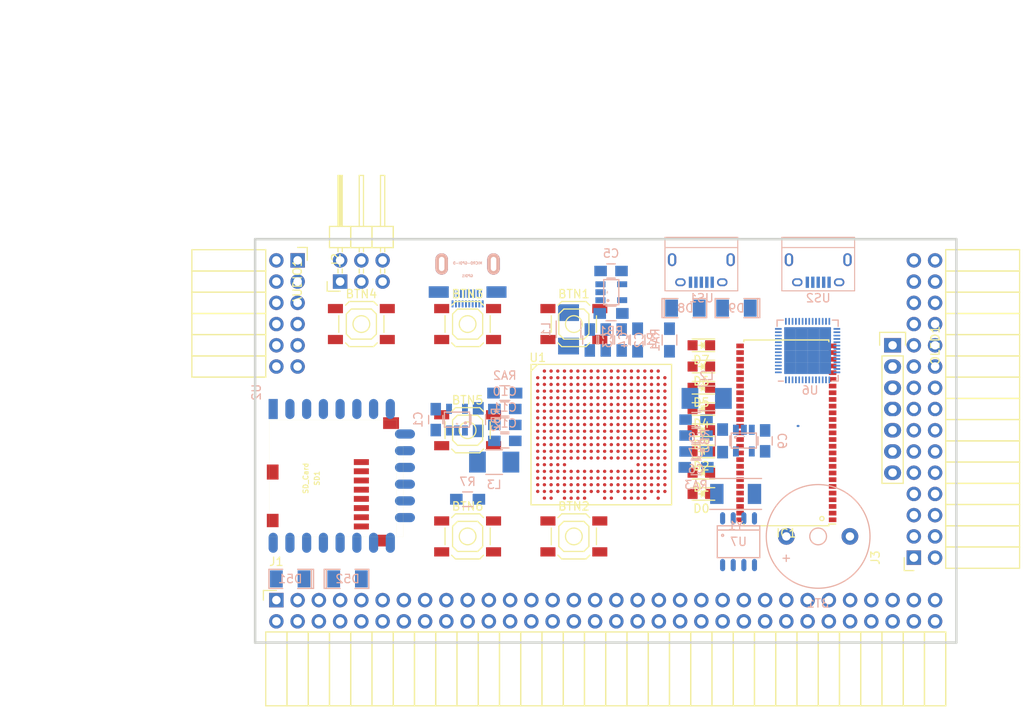
<source format=kicad_pcb>
(kicad_pcb (version 4) (host pcbnew 4.0.5+dfsg1-4)

  (general
    (links 349)
    (no_connects 349)
    (area 93.949999 61.269999 178.070001 109.830001)
    (thickness 1.6)
    (drawings 20)
    (tracks 1)
    (zones 0)
    (modules 60)
    (nets 95)
  )

  (page A4)
  (layers
    (0 F.Cu signal)
    (1 In1.Cu signal)
    (2 In2.Cu signal)
    (31 B.Cu signal)
    (32 B.Adhes user)
    (33 F.Adhes user)
    (34 B.Paste user)
    (35 F.Paste user)
    (36 B.SilkS user)
    (37 F.SilkS user)
    (38 B.Mask user)
    (39 F.Mask user)
    (40 Dwgs.User user)
    (41 Cmts.User user)
    (42 Eco1.User user)
    (43 Eco2.User user)
    (44 Edge.Cuts user)
    (45 Margin user)
    (46 B.CrtYd user)
    (47 F.CrtYd user)
    (48 B.Fab user)
    (49 F.Fab user)
  )

  (setup
    (last_trace_width 0.25)
    (trace_clearance 0.2)
    (zone_clearance 0.508)
    (zone_45_only no)
    (trace_min 0.2)
    (segment_width 0.2)
    (edge_width 0.2)
    (via_size 0.6)
    (via_drill 0.4)
    (via_min_size 0.4)
    (via_min_drill 0.3)
    (uvia_size 0.3)
    (uvia_drill 0.1)
    (uvias_allowed yes)
    (uvia_min_size 0.2)
    (uvia_min_drill 0.1)
    (pcb_text_width 0.3)
    (pcb_text_size 1.5 1.5)
    (mod_edge_width 0.15)
    (mod_text_size 1 1)
    (mod_text_width 0.15)
    (pad_size 1.524 1.524)
    (pad_drill 0.762)
    (pad_to_mask_clearance 0.2)
    (aux_axis_origin 82.67 62.69)
    (grid_origin 86.48 79.2)
    (visible_elements 7FFFFFFF)
    (pcbplotparams
      (layerselection 0x00030_80000001)
      (usegerberextensions false)
      (excludeedgelayer true)
      (linewidth 0.100000)
      (plotframeref false)
      (viasonmask false)
      (mode 1)
      (useauxorigin false)
      (hpglpennumber 1)
      (hpglpenspeed 20)
      (hpglpendiameter 15)
      (hpglpenoverlay 2)
      (psnegative false)
      (psa4output false)
      (plotreference true)
      (plotvalue true)
      (plotinvisibletext false)
      (padsonsilk false)
      (subtractmaskfromsilk false)
      (outputformat 1)
      (mirror false)
      (drillshape 1)
      (scaleselection 1)
      (outputdirectory ""))
  )

  (net 0 "")
  (net 1 GND)
  (net 2 +5V)
  (net 3 /gpio/IN5V)
  (net 4 /gpio/OUT5V)
  (net 5 /gpio/P5)
  (net 6 /gpio/P6)
  (net 7 /gpio/P7)
  (net 8 /gpio/P8)
  (net 9 /gpio/P11)
  (net 10 /gpio/P12)
  (net 11 /gpio/P13)
  (net 12 /gpio/P14)
  (net 13 /gpio/P17)
  (net 14 /gpio/P18)
  (net 15 /gpio/P19)
  (net 16 /gpio/P20)
  (net 17 /gpio/P21)
  (net 18 /gpio/P22)
  (net 19 /gpio/P23)
  (net 20 /gpio/P24)
  (net 21 /gpio/P25)
  (net 22 /gpio/P26)
  (net 23 /gpio/P27)
  (net 24 /gpio/P28)
  (net 25 /gpio/P29)
  (net 26 /gpio/P30)
  (net 27 /gpio/P9)
  (net 28 /gpio/P10)
  (net 29 "Net-(US1-Pad6)")
  (net 30 "Net-(US2-Pad6)")
  (net 31 /gpio/P15)
  (net 32 /gpio/P16)
  (net 33 /gpio/P31)
  (net 34 /gpio/P32)
  (net 35 /gpio/P33)
  (net 36 /gpio/P34)
  (net 37 /gpio/P35)
  (net 38 /gpio/P36)
  (net 39 /gpio/P37)
  (net 40 /gpio/P38)
  (net 41 /gpio/P39)
  (net 42 /gpio/P40)
  (net 43 /gpio/P41)
  (net 44 /gpio/P42)
  (net 45 /gpio/P43)
  (net 46 /gpio/P44)
  (net 47 /gpio/P45)
  (net 48 /gpio/P46)
  (net 49 /gpio/P47)
  (net 50 /gpio/P48)
  (net 51 /gpio/P49)
  (net 52 /gpio/P50)
  (net 53 /gpio/P51)
  (net 54 /gpio/P52)
  (net 55 /gpio/P53)
  (net 56 /gpio/P54)
  (net 57 /gpio/P55)
  (net 58 /gpio/P56)
  (net 59 /gpio/P57)
  (net 60 /gpio/P58)
  (net 61 /gpio/P59)
  (net 62 /gpio/P60)
  (net 63 +3V3)
  (net 64 "Net-(L1-Pad1)")
  (net 65 "Net-(L2-Pad1)")
  (net 66 +1V2)
  (net 67 BTN_D)
  (net 68 BTN_F1)
  (net 69 BTN_F2)
  (net 70 BTN_L)
  (net 71 BTN_R)
  (net 72 BTN_U)
  (net 73 "Net-(BTN1-Pad1)")
  (net 74 /power/FB1)
  (net 75 +2V5)
  (net 76 "Net-(L3-Pad1)")
  (net 77 /power/PWREN)
  (net 78 /power/FB3)
  (net 79 /power/FB2)
  (net 80 /usb/USB5V)
  (net 81 "Net-(D9-Pad1)")
  (net 82 "Net-(U6-Pad57)")
  (net 83 /power/VBAT)
  (net 84 "Net-(U7-Pad1)")
  (net 85 "Net-(U7-Pad2)")
  (net 86 SD_3)
  (net 87 SD_MTMS)
  (net 88 SD_MTCK)
  (net 89 SD_MTDO)
  (net 90 SD_MTDI)
  (net 91 JTAG_TDI)
  (net 92 JTAG_TCK)
  (net 93 JTAG_TMS)
  (net 94 JTAG_TDO)

  (net_class Default "This is the default net class."
    (clearance 0.2)
    (trace_width 0.25)
    (via_dia 0.6)
    (via_drill 0.4)
    (uvia_dia 0.3)
    (uvia_drill 0.1)
    (add_net +1V2)
    (add_net +2V5)
    (add_net +3V3)
    (add_net +5V)
    (add_net /gpio/IN5V)
    (add_net /gpio/OUT5V)
    (add_net /gpio/P10)
    (add_net /gpio/P11)
    (add_net /gpio/P12)
    (add_net /gpio/P13)
    (add_net /gpio/P14)
    (add_net /gpio/P15)
    (add_net /gpio/P16)
    (add_net /gpio/P17)
    (add_net /gpio/P18)
    (add_net /gpio/P19)
    (add_net /gpio/P20)
    (add_net /gpio/P21)
    (add_net /gpio/P22)
    (add_net /gpio/P23)
    (add_net /gpio/P24)
    (add_net /gpio/P25)
    (add_net /gpio/P26)
    (add_net /gpio/P27)
    (add_net /gpio/P28)
    (add_net /gpio/P29)
    (add_net /gpio/P30)
    (add_net /gpio/P31)
    (add_net /gpio/P32)
    (add_net /gpio/P33)
    (add_net /gpio/P34)
    (add_net /gpio/P35)
    (add_net /gpio/P36)
    (add_net /gpio/P37)
    (add_net /gpio/P38)
    (add_net /gpio/P39)
    (add_net /gpio/P40)
    (add_net /gpio/P41)
    (add_net /gpio/P42)
    (add_net /gpio/P43)
    (add_net /gpio/P44)
    (add_net /gpio/P45)
    (add_net /gpio/P46)
    (add_net /gpio/P47)
    (add_net /gpio/P48)
    (add_net /gpio/P49)
    (add_net /gpio/P5)
    (add_net /gpio/P50)
    (add_net /gpio/P51)
    (add_net /gpio/P52)
    (add_net /gpio/P53)
    (add_net /gpio/P54)
    (add_net /gpio/P55)
    (add_net /gpio/P56)
    (add_net /gpio/P57)
    (add_net /gpio/P58)
    (add_net /gpio/P59)
    (add_net /gpio/P6)
    (add_net /gpio/P60)
    (add_net /gpio/P7)
    (add_net /gpio/P8)
    (add_net /gpio/P9)
    (add_net /power/FB1)
    (add_net /power/FB2)
    (add_net /power/FB3)
    (add_net /power/PWREN)
    (add_net /power/VBAT)
    (add_net /usb/USB5V)
    (add_net BTN_D)
    (add_net BTN_F1)
    (add_net BTN_F2)
    (add_net BTN_L)
    (add_net BTN_R)
    (add_net BTN_U)
    (add_net JTAG_TCK)
    (add_net JTAG_TDI)
    (add_net JTAG_TDO)
    (add_net JTAG_TMS)
    (add_net "Net-(BTN1-Pad1)")
    (add_net "Net-(D9-Pad1)")
    (add_net "Net-(L1-Pad1)")
    (add_net "Net-(L2-Pad1)")
    (add_net "Net-(L3-Pad1)")
    (add_net "Net-(U6-Pad57)")
    (add_net "Net-(U7-Pad1)")
    (add_net "Net-(U7-Pad2)")
    (add_net "Net-(US1-Pad6)")
    (add_net "Net-(US2-Pad6)")
    (add_net SD_3)
    (add_net SD_MTCK)
    (add_net SD_MTDI)
    (add_net SD_MTDO)
    (add_net SD_MTMS)
  )

  (net_class BGA ""
    (clearance 0.1)
    (trace_width 0.2)
    (via_dia 0.6)
    (via_drill 0.4)
    (uvia_dia 0.3)
    (uvia_drill 0.1)
    (add_net GND)
  )

  (module SMD_Packages:SMD-1206_Pol (layer B.Cu) (tedit 0) (tstamp 56AA106E)
    (at 105.149 102.06)
    (path /56AC389C/56AC4846)
    (attr smd)
    (fp_text reference D52 (at 0 0) (layer B.SilkS)
      (effects (font (size 1 1) (thickness 0.15)) (justify mirror))
    )
    (fp_text value 2A (at 0 0) (layer B.Fab)
      (effects (font (size 1 1) (thickness 0.15)) (justify mirror))
    )
    (fp_line (start -2.54 1.143) (end -2.794 1.143) (layer B.SilkS) (width 0.15))
    (fp_line (start -2.794 1.143) (end -2.794 -1.143) (layer B.SilkS) (width 0.15))
    (fp_line (start -2.794 -1.143) (end -2.54 -1.143) (layer B.SilkS) (width 0.15))
    (fp_line (start -2.54 1.143) (end -2.54 -1.143) (layer B.SilkS) (width 0.15))
    (fp_line (start -2.54 -1.143) (end -0.889 -1.143) (layer B.SilkS) (width 0.15))
    (fp_line (start 0.889 1.143) (end 2.54 1.143) (layer B.SilkS) (width 0.15))
    (fp_line (start 2.54 1.143) (end 2.54 -1.143) (layer B.SilkS) (width 0.15))
    (fp_line (start 2.54 -1.143) (end 0.889 -1.143) (layer B.SilkS) (width 0.15))
    (fp_line (start -0.889 1.143) (end -2.54 1.143) (layer B.SilkS) (width 0.15))
    (pad 1 smd rect (at -1.651 0) (size 1.524 2.032) (layers B.Cu B.Paste B.Mask)
      (net 4 /gpio/OUT5V))
    (pad 2 smd rect (at 1.651 0) (size 1.524 2.032) (layers B.Cu B.Paste B.Mask))
    (model SMD_Packages.3dshapes/SMD-1206_Pol.wrl
      (at (xyz 0 0 0))
      (scale (xyz 0.17 0.16 0.16))
      (rotate (xyz 0 0 0))
    )
  )

  (module SMD_Packages:SMD-1206_Pol (layer B.Cu) (tedit 0) (tstamp 56AA1068)
    (at 98.291 102.06 180)
    (path /56AC389C/56AC483B)
    (attr smd)
    (fp_text reference D51 (at 0 0 180) (layer B.SilkS)
      (effects (font (size 1 1) (thickness 0.15)) (justify mirror))
    )
    (fp_text value 2A (at 0 0 180) (layer B.Fab)
      (effects (font (size 1 1) (thickness 0.15)) (justify mirror))
    )
    (fp_line (start -2.54 1.143) (end -2.794 1.143) (layer B.SilkS) (width 0.15))
    (fp_line (start -2.794 1.143) (end -2.794 -1.143) (layer B.SilkS) (width 0.15))
    (fp_line (start -2.794 -1.143) (end -2.54 -1.143) (layer B.SilkS) (width 0.15))
    (fp_line (start -2.54 1.143) (end -2.54 -1.143) (layer B.SilkS) (width 0.15))
    (fp_line (start -2.54 -1.143) (end -0.889 -1.143) (layer B.SilkS) (width 0.15))
    (fp_line (start 0.889 1.143) (end 2.54 1.143) (layer B.SilkS) (width 0.15))
    (fp_line (start 2.54 1.143) (end 2.54 -1.143) (layer B.SilkS) (width 0.15))
    (fp_line (start 2.54 -1.143) (end 0.889 -1.143) (layer B.SilkS) (width 0.15))
    (fp_line (start -0.889 1.143) (end -2.54 1.143) (layer B.SilkS) (width 0.15))
    (pad 1 smd rect (at -1.651 0 180) (size 1.524 2.032) (layers B.Cu B.Paste B.Mask)
      (net 2 +5V))
    (pad 2 smd rect (at 1.651 0 180) (size 1.524 2.032) (layers B.Cu B.Paste B.Mask)
      (net 3 /gpio/IN5V))
    (model SMD_Packages.3dshapes/SMD-1206_Pol.wrl
      (at (xyz 0 0 0))
      (scale (xyz 0.17 0.16 0.16))
      (rotate (xyz 0 0 0))
    )
  )

  (module micro-sd:MicroSD_TF02D (layer F.Cu) (tedit 52721666) (tstamp 56A966AB)
    (at 95.8 90.03 90)
    (path /56ACBF19)
    (fp_text reference SD1 (at 0 5.7 90) (layer F.SilkS)
      (effects (font (size 0.59944 0.59944) (thickness 0.12446)))
    )
    (fp_text value SD_Card (at 0 4.35 90) (layer F.SilkS)
      (effects (font (size 0.59944 0.59944) (thickness 0.12446)))
    )
    (fp_line (start 3.8 15.2) (end 3.8 16) (layer F.SilkS) (width 0.01016))
    (fp_line (start 3.8 16) (end -7 16) (layer F.SilkS) (width 0.01016))
    (fp_line (start -7 16) (end -7 15.2) (layer F.SilkS) (width 0.01016))
    (fp_line (start 7 0) (end 7 15.2) (layer F.SilkS) (width 0.01016))
    (fp_line (start 7 15.2) (end -7 15.2) (layer F.SilkS) (width 0.01016))
    (fp_line (start -7 15.2) (end -7 0) (layer F.SilkS) (width 0.01016))
    (fp_line (start -7 0) (end 7 0) (layer F.SilkS) (width 0.01016))
    (pad 1 smd rect (at 1.94 11 90) (size 0.7 1.8) (layers F.Cu F.Paste F.Mask)
      (net 86 SD_3))
    (pad 2 smd rect (at 0.84 11 90) (size 0.7 1.8) (layers F.Cu F.Paste F.Mask)
      (net 87 SD_MTMS))
    (pad 3 smd rect (at -0.26 11 90) (size 0.7 1.8) (layers F.Cu F.Paste F.Mask)
      (net 1 GND))
    (pad 4 smd rect (at -1.36 11 90) (size 0.7 1.8) (layers F.Cu F.Paste F.Mask)
      (net 63 +3V3))
    (pad 5 smd rect (at -2.46 11 90) (size 0.7 1.8) (layers F.Cu F.Paste F.Mask)
      (net 88 SD_MTCK))
    (pad 6 smd rect (at -3.56 11 90) (size 0.7 1.8) (layers F.Cu F.Paste F.Mask)
      (net 1 GND))
    (pad 7 smd rect (at -4.66 11 90) (size 0.7 1.8) (layers F.Cu F.Paste F.Mask)
      (net 89 SD_MTDO))
    (pad 8 smd rect (at -5.76 11 90) (size 0.7 1.8) (layers F.Cu F.Paste F.Mask)
      (net 90 SD_MTDI))
    (pad S smd rect (at -5.05 0.4 90) (size 1.6 1.4) (layers F.Cu F.Paste F.Mask))
    (pad S smd rect (at 0.75 0.4 90) (size 1.8 1.4) (layers F.Cu F.Paste F.Mask))
    (pad G smd rect (at -7.45 13.55 90) (size 1.4 1.9) (layers F.Cu F.Paste F.Mask))
    (pad G smd rect (at 6.6 14.55 90) (size 1.4 1.9) (layers F.Cu F.Paste F.Mask))
  )

  (module micro-hdmi-d:MICRO-HDMI-D (layer B.Cu) (tedit 53F70906) (tstamp 56A965BA)
    (at 119.5 62.69)
    (path /58D686D9/58D69067)
    (attr smd)
    (fp_text reference GPDI1 (at -0.025 3.125) (layer B.SilkS)
      (effects (font (size 0.3 0.3) (thickness 0.075)) (justify mirror))
    )
    (fp_text value MICRO-GPDI-D (at 0 1.6) (layer B.SilkS)
      (effects (font (size 0.3 0.3) (thickness 0.075)) (justify mirror))
    )
    (fp_line (start -3.3 0) (end -3.3 -0.7) (layer B.SilkS) (width 0.001))
    (fp_line (start -3.3 -0.7) (end 3.3 -0.7) (layer B.SilkS) (width 0.001))
    (fp_line (start 3.3 -0.7) (end 3.3 0) (layer B.SilkS) (width 0.001))
    (fp_line (start -3.3 0) (end -3.3 6.8) (layer B.SilkS) (width 0.001))
    (fp_line (start -3.3 6.8) (end 3.3 6.8) (layer B.SilkS) (width 0.001))
    (fp_line (start 3.3 6.8) (end 3.3 0) (layer B.SilkS) (width 0.001))
    (fp_line (start 3.3 0) (end -3.3 0) (layer B.SilkS) (width 0.001))
    (pad 1 smd rect (at 1.8 6.475) (size 0.23 0.85) (layers B.Cu B.Paste B.Mask))
    (pad 3 smd rect (at 1.4 6.475) (size 0.23 0.85) (layers B.Cu B.Paste B.Mask))
    (pad 5 smd rect (at 1 6.475) (size 0.23 0.85) (layers B.Cu B.Paste B.Mask))
    (pad 7 smd rect (at 0.6 6.475) (size 0.23 0.85) (layers B.Cu B.Paste B.Mask)
      (net 1 GND))
    (pad 9 smd rect (at 0.2 6.475) (size 0.23 0.85) (layers B.Cu B.Paste B.Mask))
    (pad 11 smd rect (at -0.2 6.475) (size 0.23 0.85) (layers B.Cu B.Paste B.Mask))
    (pad 13 smd rect (at -0.6 6.475) (size 0.23 0.85) (layers B.Cu B.Paste B.Mask)
      (net 1 GND))
    (pad 15 smd rect (at -1 6.475) (size 0.23 0.85) (layers B.Cu B.Paste B.Mask))
    (pad 17 smd rect (at -1.4 6.475) (size 0.23 0.85) (layers B.Cu B.Paste B.Mask))
    (pad 19 smd rect (at -1.8 6.475) (size 0.23 0.85) (layers B.Cu B.Paste B.Mask)
      (net 2 +5V))
    (pad 2 smd rect (at 1.6 5.25) (size 0.23 1) (layers B.Cu B.Paste B.Mask))
    (pad 4 smd rect (at 1.2 5.25) (size 0.23 1) (layers B.Cu B.Paste B.Mask)
      (net 1 GND))
    (pad 6 smd rect (at 0.8 5.25) (size 0.23 1) (layers B.Cu B.Paste B.Mask))
    (pad 8 smd rect (at 0.4 5.25) (size 0.23 1) (layers B.Cu B.Paste B.Mask))
    (pad 10 smd rect (at 0 5.25) (size 0.23 1) (layers B.Cu B.Paste B.Mask)
      (net 1 GND))
    (pad 12 smd rect (at -0.4 5.25) (size 0.23 1) (layers B.Cu B.Paste B.Mask))
    (pad 14 smd rect (at -0.8 5.25) (size 0.23 1) (layers B.Cu B.Paste B.Mask))
    (pad 16 smd rect (at -1.2 5.25) (size 0.23 1) (layers B.Cu B.Paste B.Mask)
      (net 1 GND))
    (pad 18 smd rect (at -1.6 5.25) (size 0.23 1) (layers B.Cu B.Paste B.Mask))
    (pad SHD smd rect (at 3.45 5.06) (size 2.4 1.38) (layers B.Cu B.Paste B.Mask)
      (net 1 GND))
    (pad SHD smd rect (at -3.45 5.06) (size 2.4 1.38) (layers B.Cu B.Paste B.Mask)
      (net 1 GND))
    (pad "" thru_hole oval (at -3.1 1.7) (size 1.5 2.55) (drill oval 0.65 1.7) (layers *.Cu *.Mask B.SilkS))
    (pad "" thru_hole oval (at 3.1 1.7) (size 1.5 2.55) (drill oval 0.65 1.7) (layers *.Cu *.Mask B.SilkS))
  )

  (module usb_otg:USB_Micro-B (layer B.Cu) (tedit 5543E447) (tstamp 58D43115)
    (at 147.44 65.23)
    (descr "Micro USB Type B Receptacle")
    (tags "USB USB_B USB_micro USB_OTG")
    (path /58D6BF46/58D6C840)
    (attr smd)
    (fp_text reference US1 (at 0 3.24) (layer B.SilkS)
      (effects (font (size 1 1) (thickness 0.15)) (justify mirror))
    )
    (fp_text value USB_FTDI (at 0 -5.01) (layer B.Fab)
      (effects (font (size 1 1) (thickness 0.15)) (justify mirror))
    )
    (fp_line (start -4.6 2.59) (end 4.6 2.59) (layer B.CrtYd) (width 0.05))
    (fp_line (start 4.6 2.59) (end 4.6 -4.26) (layer B.CrtYd) (width 0.05))
    (fp_line (start 4.6 -4.26) (end -4.6 -4.26) (layer B.CrtYd) (width 0.05))
    (fp_line (start -4.6 -4.26) (end -4.6 2.59) (layer B.CrtYd) (width 0.05))
    (fp_line (start -4.35 -4.03) (end 4.35 -4.03) (layer B.SilkS) (width 0.12))
    (fp_line (start -4.35 2.38) (end 4.35 2.38) (layer B.SilkS) (width 0.12))
    (fp_line (start 4.35 2.38) (end 4.35 -4.03) (layer B.SilkS) (width 0.12))
    (fp_line (start 4.35 -2.8) (end -4.35 -2.8) (layer B.SilkS) (width 0.12))
    (fp_line (start -4.35 -4.03) (end -4.35 2.38) (layer B.SilkS) (width 0.12))
    (pad 1 smd rect (at -1.3 1.35 270) (size 1.35 0.4) (layers B.Cu B.Paste B.Mask)
      (net 80 /usb/USB5V))
    (pad 2 smd rect (at -0.65 1.35 270) (size 1.35 0.4) (layers B.Cu B.Paste B.Mask))
    (pad 3 smd rect (at 0 1.35 270) (size 1.35 0.4) (layers B.Cu B.Paste B.Mask))
    (pad 4 smd rect (at 0.65 1.35 270) (size 1.35 0.4) (layers B.Cu B.Paste B.Mask))
    (pad 5 smd rect (at 1.3 1.35 270) (size 1.35 0.4) (layers B.Cu B.Paste B.Mask)
      (net 1 GND))
    (pad 6 thru_hole oval (at -2.5 1.35 270) (size 0.95 1.25) (drill oval 0.55 0.85) (layers *.Cu *.Mask)
      (net 29 "Net-(US1-Pad6)"))
    (pad 6 thru_hole oval (at 2.5 1.35 270) (size 0.95 1.25) (drill oval 0.55 0.85) (layers *.Cu *.Mask)
      (net 29 "Net-(US1-Pad6)"))
    (pad 6 thru_hole oval (at -3.5 -1.35 270) (size 1.55 1) (drill oval 1.15 0.5) (layers *.Cu *.Mask)
      (net 29 "Net-(US1-Pad6)"))
    (pad 6 thru_hole oval (at 3.5 -1.35 270) (size 1.55 1) (drill oval 1.15 0.5) (layers *.Cu *.Mask)
      (net 29 "Net-(US1-Pad6)"))
  )

  (module usb_otg:USB_Micro-B (layer B.Cu) (tedit 5543E447) (tstamp 58D43122)
    (at 161.41 65.23)
    (descr "Micro USB Type B Receptacle")
    (tags "USB USB_B USB_micro USB_OTG")
    (path /58D6BF46/58D6C841)
    (attr smd)
    (fp_text reference US2 (at 0 3.24) (layer B.SilkS)
      (effects (font (size 1 1) (thickness 0.15)) (justify mirror))
    )
    (fp_text value USB_FPGA (at 0 -5.01) (layer B.Fab)
      (effects (font (size 1 1) (thickness 0.15)) (justify mirror))
    )
    (fp_line (start -4.6 2.59) (end 4.6 2.59) (layer B.CrtYd) (width 0.05))
    (fp_line (start 4.6 2.59) (end 4.6 -4.26) (layer B.CrtYd) (width 0.05))
    (fp_line (start 4.6 -4.26) (end -4.6 -4.26) (layer B.CrtYd) (width 0.05))
    (fp_line (start -4.6 -4.26) (end -4.6 2.59) (layer B.CrtYd) (width 0.05))
    (fp_line (start -4.35 -4.03) (end 4.35 -4.03) (layer B.SilkS) (width 0.12))
    (fp_line (start -4.35 2.38) (end 4.35 2.38) (layer B.SilkS) (width 0.12))
    (fp_line (start 4.35 2.38) (end 4.35 -4.03) (layer B.SilkS) (width 0.12))
    (fp_line (start 4.35 -2.8) (end -4.35 -2.8) (layer B.SilkS) (width 0.12))
    (fp_line (start -4.35 -4.03) (end -4.35 2.38) (layer B.SilkS) (width 0.12))
    (pad 1 smd rect (at -1.3 1.35 270) (size 1.35 0.4) (layers B.Cu B.Paste B.Mask)
      (net 81 "Net-(D9-Pad1)"))
    (pad 2 smd rect (at -0.65 1.35 270) (size 1.35 0.4) (layers B.Cu B.Paste B.Mask))
    (pad 3 smd rect (at 0 1.35 270) (size 1.35 0.4) (layers B.Cu B.Paste B.Mask))
    (pad 4 smd rect (at 0.65 1.35 270) (size 1.35 0.4) (layers B.Cu B.Paste B.Mask))
    (pad 5 smd rect (at 1.3 1.35 270) (size 1.35 0.4) (layers B.Cu B.Paste B.Mask)
      (net 1 GND))
    (pad 6 thru_hole oval (at -2.5 1.35 270) (size 0.95 1.25) (drill oval 0.55 0.85) (layers *.Cu *.Mask)
      (net 30 "Net-(US2-Pad6)"))
    (pad 6 thru_hole oval (at 2.5 1.35 270) (size 0.95 1.25) (drill oval 0.55 0.85) (layers *.Cu *.Mask)
      (net 30 "Net-(US2-Pad6)"))
    (pad 6 thru_hole oval (at -3.5 -1.35 270) (size 1.55 1) (drill oval 1.15 0.5) (layers *.Cu *.Mask)
      (net 30 "Net-(US2-Pad6)"))
    (pad 6 thru_hole oval (at 3.5 -1.35 270) (size 1.55 1) (drill oval 1.15 0.5) (layers *.Cu *.Mask)
      (net 30 "Net-(US2-Pad6)"))
  )

  (module Socket_Strips:Socket_Strip_Angled_2x32 (layer F.Cu) (tedit 0) (tstamp 58D4E99D)
    (at 96.64 104.6)
    (descr "Through hole socket strip")
    (tags "socket strip")
    (path /56AC389C/58D39D36)
    (fp_text reference J1 (at 0 -4.6) (layer F.SilkS)
      (effects (font (size 1 1) (thickness 0.15)))
    )
    (fp_text value CONN_02X32 (at 0 -2.6) (layer F.Fab)
      (effects (font (size 1 1) (thickness 0.15)))
    )
    (fp_line (start -1.75 -1.35) (end -1.75 13.15) (layer F.CrtYd) (width 0.05))
    (fp_line (start 80.5 -1.35) (end 80.5 13.15) (layer F.CrtYd) (width 0.05))
    (fp_line (start -1.75 -1.35) (end 80.5 -1.35) (layer F.CrtYd) (width 0.05))
    (fp_line (start -1.75 13.15) (end 80.5 13.15) (layer F.CrtYd) (width 0.05))
    (fp_line (start 80.01 3.81) (end 80.01 12.64) (layer F.SilkS) (width 0.15))
    (fp_line (start 77.47 3.81) (end 80.01 3.81) (layer F.SilkS) (width 0.15))
    (fp_line (start 77.47 12.64) (end 80.01 12.64) (layer F.SilkS) (width 0.15))
    (fp_line (start 80.01 12.64) (end 80.01 3.81) (layer F.SilkS) (width 0.15))
    (fp_line (start 77.47 12.64) (end 77.47 3.81) (layer F.SilkS) (width 0.15))
    (fp_line (start 74.93 12.64) (end 77.47 12.64) (layer F.SilkS) (width 0.15))
    (fp_line (start 74.93 3.81) (end 77.47 3.81) (layer F.SilkS) (width 0.15))
    (fp_line (start 77.47 3.81) (end 77.47 12.64) (layer F.SilkS) (width 0.15))
    (fp_line (start 54.61 12.64) (end 54.61 3.81) (layer F.SilkS) (width 0.15))
    (fp_line (start 52.07 12.64) (end 54.61 12.64) (layer F.SilkS) (width 0.15))
    (fp_line (start 52.07 3.81) (end 54.61 3.81) (layer F.SilkS) (width 0.15))
    (fp_line (start 54.61 3.81) (end 54.61 12.64) (layer F.SilkS) (width 0.15))
    (fp_line (start 52.07 3.81) (end 52.07 12.64) (layer F.SilkS) (width 0.15))
    (fp_line (start 49.53 3.81) (end 52.07 3.81) (layer F.SilkS) (width 0.15))
    (fp_line (start 49.53 12.64) (end 52.07 12.64) (layer F.SilkS) (width 0.15))
    (fp_line (start 52.07 12.64) (end 52.07 3.81) (layer F.SilkS) (width 0.15))
    (fp_line (start 49.53 12.64) (end 49.53 3.81) (layer F.SilkS) (width 0.15))
    (fp_line (start 46.99 12.64) (end 49.53 12.64) (layer F.SilkS) (width 0.15))
    (fp_line (start 46.99 3.81) (end 49.53 3.81) (layer F.SilkS) (width 0.15))
    (fp_line (start 49.53 3.81) (end 49.53 12.64) (layer F.SilkS) (width 0.15))
    (fp_line (start 62.23 3.81) (end 62.23 12.64) (layer F.SilkS) (width 0.15))
    (fp_line (start 59.69 3.81) (end 62.23 3.81) (layer F.SilkS) (width 0.15))
    (fp_line (start 59.69 12.64) (end 62.23 12.64) (layer F.SilkS) (width 0.15))
    (fp_line (start 62.23 12.64) (end 62.23 3.81) (layer F.SilkS) (width 0.15))
    (fp_line (start 64.77 12.64) (end 64.77 3.81) (layer F.SilkS) (width 0.15))
    (fp_line (start 62.23 12.64) (end 64.77 12.64) (layer F.SilkS) (width 0.15))
    (fp_line (start 62.23 3.81) (end 64.77 3.81) (layer F.SilkS) (width 0.15))
    (fp_line (start 64.77 3.81) (end 64.77 12.64) (layer F.SilkS) (width 0.15))
    (fp_line (start 67.31 3.81) (end 67.31 12.64) (layer F.SilkS) (width 0.15))
    (fp_line (start 64.77 3.81) (end 67.31 3.81) (layer F.SilkS) (width 0.15))
    (fp_line (start 64.77 12.64) (end 67.31 12.64) (layer F.SilkS) (width 0.15))
    (fp_line (start 67.31 12.64) (end 67.31 3.81) (layer F.SilkS) (width 0.15))
    (fp_line (start 69.85 12.64) (end 69.85 3.81) (layer F.SilkS) (width 0.15))
    (fp_line (start 67.31 12.64) (end 69.85 12.64) (layer F.SilkS) (width 0.15))
    (fp_line (start 67.31 3.81) (end 69.85 3.81) (layer F.SilkS) (width 0.15))
    (fp_line (start 69.85 3.81) (end 69.85 12.64) (layer F.SilkS) (width 0.15))
    (fp_line (start 72.39 3.81) (end 72.39 12.64) (layer F.SilkS) (width 0.15))
    (fp_line (start 69.85 3.81) (end 72.39 3.81) (layer F.SilkS) (width 0.15))
    (fp_line (start 69.85 12.64) (end 72.39 12.64) (layer F.SilkS) (width 0.15))
    (fp_line (start 72.39 12.64) (end 72.39 3.81) (layer F.SilkS) (width 0.15))
    (fp_line (start 59.69 12.64) (end 59.69 3.81) (layer F.SilkS) (width 0.15))
    (fp_line (start 57.15 12.64) (end 59.69 12.64) (layer F.SilkS) (width 0.15))
    (fp_line (start 57.15 3.81) (end 59.69 3.81) (layer F.SilkS) (width 0.15))
    (fp_line (start 59.69 3.81) (end 59.69 12.64) (layer F.SilkS) (width 0.15))
    (fp_line (start 57.15 3.81) (end 57.15 12.64) (layer F.SilkS) (width 0.15))
    (fp_line (start 54.61 3.81) (end 57.15 3.81) (layer F.SilkS) (width 0.15))
    (fp_line (start 54.61 12.64) (end 57.15 12.64) (layer F.SilkS) (width 0.15))
    (fp_line (start 57.15 12.64) (end 57.15 3.81) (layer F.SilkS) (width 0.15))
    (fp_line (start 74.93 12.64) (end 74.93 3.81) (layer F.SilkS) (width 0.15))
    (fp_line (start 72.39 12.64) (end 74.93 12.64) (layer F.SilkS) (width 0.15))
    (fp_line (start 72.39 3.81) (end 74.93 3.81) (layer F.SilkS) (width 0.15))
    (fp_line (start 74.93 3.81) (end 74.93 12.64) (layer F.SilkS) (width 0.15))
    (fp_line (start 46.99 3.81) (end 46.99 12.64) (layer F.SilkS) (width 0.15))
    (fp_line (start 44.45 3.81) (end 46.99 3.81) (layer F.SilkS) (width 0.15))
    (fp_line (start 44.45 12.64) (end 46.99 12.64) (layer F.SilkS) (width 0.15))
    (fp_line (start 46.99 12.64) (end 46.99 3.81) (layer F.SilkS) (width 0.15))
    (fp_line (start 29.21 12.64) (end 29.21 3.81) (layer F.SilkS) (width 0.15))
    (fp_line (start 26.67 12.64) (end 29.21 12.64) (layer F.SilkS) (width 0.15))
    (fp_line (start 26.67 3.81) (end 29.21 3.81) (layer F.SilkS) (width 0.15))
    (fp_line (start 29.21 3.81) (end 29.21 12.64) (layer F.SilkS) (width 0.15))
    (fp_line (start 31.75 3.81) (end 31.75 12.64) (layer F.SilkS) (width 0.15))
    (fp_line (start 29.21 3.81) (end 31.75 3.81) (layer F.SilkS) (width 0.15))
    (fp_line (start 29.21 12.64) (end 31.75 12.64) (layer F.SilkS) (width 0.15))
    (fp_line (start 31.75 12.64) (end 31.75 3.81) (layer F.SilkS) (width 0.15))
    (fp_line (start 44.45 12.64) (end 44.45 3.81) (layer F.SilkS) (width 0.15))
    (fp_line (start 41.91 12.64) (end 44.45 12.64) (layer F.SilkS) (width 0.15))
    (fp_line (start 41.91 3.81) (end 44.45 3.81) (layer F.SilkS) (width 0.15))
    (fp_line (start 44.45 3.81) (end 44.45 12.64) (layer F.SilkS) (width 0.15))
    (fp_line (start 41.91 3.81) (end 41.91 12.64) (layer F.SilkS) (width 0.15))
    (fp_line (start 39.37 3.81) (end 41.91 3.81) (layer F.SilkS) (width 0.15))
    (fp_line (start 39.37 12.64) (end 41.91 12.64) (layer F.SilkS) (width 0.15))
    (fp_line (start 41.91 12.64) (end 41.91 3.81) (layer F.SilkS) (width 0.15))
    (fp_line (start 39.37 12.64) (end 39.37 3.81) (layer F.SilkS) (width 0.15))
    (fp_line (start 36.83 12.64) (end 39.37 12.64) (layer F.SilkS) (width 0.15))
    (fp_line (start 36.83 3.81) (end 39.37 3.81) (layer F.SilkS) (width 0.15))
    (fp_line (start 39.37 3.81) (end 39.37 12.64) (layer F.SilkS) (width 0.15))
    (fp_line (start 36.83 3.81) (end 36.83 12.64) (layer F.SilkS) (width 0.15))
    (fp_line (start 34.29 3.81) (end 36.83 3.81) (layer F.SilkS) (width 0.15))
    (fp_line (start 34.29 12.64) (end 36.83 12.64) (layer F.SilkS) (width 0.15))
    (fp_line (start 36.83 12.64) (end 36.83 3.81) (layer F.SilkS) (width 0.15))
    (fp_line (start 34.29 12.64) (end 34.29 3.81) (layer F.SilkS) (width 0.15))
    (fp_line (start 31.75 12.64) (end 34.29 12.64) (layer F.SilkS) (width 0.15))
    (fp_line (start 31.75 3.81) (end 34.29 3.81) (layer F.SilkS) (width 0.15))
    (fp_line (start 34.29 3.81) (end 34.29 12.64) (layer F.SilkS) (width 0.15))
    (fp_line (start 16.51 3.81) (end 16.51 12.64) (layer F.SilkS) (width 0.15))
    (fp_line (start 13.97 3.81) (end 16.51 3.81) (layer F.SilkS) (width 0.15))
    (fp_line (start 13.97 12.64) (end 16.51 12.64) (layer F.SilkS) (width 0.15))
    (fp_line (start 16.51 12.64) (end 16.51 3.81) (layer F.SilkS) (width 0.15))
    (fp_line (start 19.05 12.64) (end 19.05 3.81) (layer F.SilkS) (width 0.15))
    (fp_line (start 16.51 12.64) (end 19.05 12.64) (layer F.SilkS) (width 0.15))
    (fp_line (start 16.51 3.81) (end 19.05 3.81) (layer F.SilkS) (width 0.15))
    (fp_line (start 19.05 3.81) (end 19.05 12.64) (layer F.SilkS) (width 0.15))
    (fp_line (start 21.59 3.81) (end 21.59 12.64) (layer F.SilkS) (width 0.15))
    (fp_line (start 19.05 3.81) (end 21.59 3.81) (layer F.SilkS) (width 0.15))
    (fp_line (start 19.05 12.64) (end 21.59 12.64) (layer F.SilkS) (width 0.15))
    (fp_line (start 21.59 12.64) (end 21.59 3.81) (layer F.SilkS) (width 0.15))
    (fp_line (start 24.13 12.64) (end 24.13 3.81) (layer F.SilkS) (width 0.15))
    (fp_line (start 21.59 12.64) (end 24.13 12.64) (layer F.SilkS) (width 0.15))
    (fp_line (start 21.59 3.81) (end 24.13 3.81) (layer F.SilkS) (width 0.15))
    (fp_line (start 24.13 3.81) (end 24.13 12.64) (layer F.SilkS) (width 0.15))
    (fp_line (start 26.67 3.81) (end 26.67 12.64) (layer F.SilkS) (width 0.15))
    (fp_line (start 24.13 3.81) (end 26.67 3.81) (layer F.SilkS) (width 0.15))
    (fp_line (start 24.13 12.64) (end 26.67 12.64) (layer F.SilkS) (width 0.15))
    (fp_line (start 26.67 12.64) (end 26.67 3.81) (layer F.SilkS) (width 0.15))
    (fp_line (start 13.97 12.64) (end 13.97 3.81) (layer F.SilkS) (width 0.15))
    (fp_line (start 11.43 12.64) (end 13.97 12.64) (layer F.SilkS) (width 0.15))
    (fp_line (start 11.43 3.81) (end 13.97 3.81) (layer F.SilkS) (width 0.15))
    (fp_line (start 13.97 3.81) (end 13.97 12.64) (layer F.SilkS) (width 0.15))
    (fp_line (start 11.43 3.81) (end 11.43 12.64) (layer F.SilkS) (width 0.15))
    (fp_line (start 8.89 3.81) (end 11.43 3.81) (layer F.SilkS) (width 0.15))
    (fp_line (start 8.89 12.64) (end 11.43 12.64) (layer F.SilkS) (width 0.15))
    (fp_line (start 11.43 12.64) (end 11.43 3.81) (layer F.SilkS) (width 0.15))
    (fp_line (start 8.89 12.64) (end 8.89 3.81) (layer F.SilkS) (width 0.15))
    (fp_line (start 6.35 12.64) (end 8.89 12.64) (layer F.SilkS) (width 0.15))
    (fp_line (start 6.35 3.81) (end 8.89 3.81) (layer F.SilkS) (width 0.15))
    (fp_line (start 8.89 3.81) (end 8.89 12.64) (layer F.SilkS) (width 0.15))
    (fp_line (start 6.35 3.81) (end 6.35 12.64) (layer F.SilkS) (width 0.15))
    (fp_line (start 3.81 3.81) (end 6.35 3.81) (layer F.SilkS) (width 0.15))
    (fp_line (start 3.81 12.64) (end 6.35 12.64) (layer F.SilkS) (width 0.15))
    (fp_line (start 6.35 12.64) (end 6.35 3.81) (layer F.SilkS) (width 0.15))
    (fp_line (start 3.81 12.64) (end 3.81 3.81) (layer F.SilkS) (width 0.15))
    (fp_line (start 1.27 12.64) (end 3.81 12.64) (layer F.SilkS) (width 0.15))
    (fp_line (start 1.27 3.81) (end 3.81 3.81) (layer F.SilkS) (width 0.15))
    (fp_line (start 3.81 3.81) (end 3.81 12.64) (layer F.SilkS) (width 0.15))
    (fp_line (start 1.27 3.81) (end 1.27 12.64) (layer F.SilkS) (width 0.15))
    (fp_line (start -1.27 3.81) (end 1.27 3.81) (layer F.SilkS) (width 0.15))
    (fp_line (start 0 -1.15) (end -1.55 -1.15) (layer F.SilkS) (width 0.15))
    (fp_line (start -1.55 -1.15) (end -1.55 0) (layer F.SilkS) (width 0.15))
    (fp_line (start -1.27 3.81) (end -1.27 12.64) (layer F.SilkS) (width 0.15))
    (fp_line (start -1.27 12.64) (end 1.27 12.64) (layer F.SilkS) (width 0.15))
    (fp_line (start 1.27 12.64) (end 1.27 3.81) (layer F.SilkS) (width 0.15))
    (pad 1 thru_hole rect (at 0 0) (size 1.7272 1.7272) (drill 1.016) (layers *.Cu *.Mask)
      (net 3 /gpio/IN5V))
    (pad 2 thru_hole oval (at 0 2.54) (size 1.7272 1.7272) (drill 1.016) (layers *.Cu *.Mask)
      (net 4 /gpio/OUT5V))
    (pad 3 thru_hole oval (at 2.54 0) (size 1.7272 1.7272) (drill 1.016) (layers *.Cu *.Mask)
      (net 1 GND))
    (pad 4 thru_hole oval (at 2.54 2.54) (size 1.7272 1.7272) (drill 1.016) (layers *.Cu *.Mask)
      (net 1 GND))
    (pad 5 thru_hole oval (at 5.08 0) (size 1.7272 1.7272) (drill 1.016) (layers *.Cu *.Mask)
      (net 5 /gpio/P5))
    (pad 6 thru_hole oval (at 5.08 2.54) (size 1.7272 1.7272) (drill 1.016) (layers *.Cu *.Mask)
      (net 6 /gpio/P6))
    (pad 7 thru_hole oval (at 7.62 0) (size 1.7272 1.7272) (drill 1.016) (layers *.Cu *.Mask)
      (net 7 /gpio/P7))
    (pad 8 thru_hole oval (at 7.62 2.54) (size 1.7272 1.7272) (drill 1.016) (layers *.Cu *.Mask)
      (net 8 /gpio/P8))
    (pad 9 thru_hole oval (at 10.16 0) (size 1.7272 1.7272) (drill 1.016) (layers *.Cu *.Mask)
      (net 27 /gpio/P9))
    (pad 10 thru_hole oval (at 10.16 2.54) (size 1.7272 1.7272) (drill 1.016) (layers *.Cu *.Mask)
      (net 28 /gpio/P10))
    (pad 11 thru_hole oval (at 12.7 0) (size 1.7272 1.7272) (drill 1.016) (layers *.Cu *.Mask)
      (net 9 /gpio/P11))
    (pad 12 thru_hole oval (at 12.7 2.54) (size 1.7272 1.7272) (drill 1.016) (layers *.Cu *.Mask)
      (net 10 /gpio/P12))
    (pad 13 thru_hole oval (at 15.24 0) (size 1.7272 1.7272) (drill 1.016) (layers *.Cu *.Mask)
      (net 11 /gpio/P13))
    (pad 14 thru_hole oval (at 15.24 2.54) (size 1.7272 1.7272) (drill 1.016) (layers *.Cu *.Mask)
      (net 12 /gpio/P14))
    (pad 15 thru_hole oval (at 17.78 0) (size 1.7272 1.7272) (drill 1.016) (layers *.Cu *.Mask)
      (net 31 /gpio/P15))
    (pad 16 thru_hole oval (at 17.78 2.54) (size 1.7272 1.7272) (drill 1.016) (layers *.Cu *.Mask)
      (net 32 /gpio/P16))
    (pad 17 thru_hole oval (at 20.32 0) (size 1.7272 1.7272) (drill 1.016) (layers *.Cu *.Mask)
      (net 13 /gpio/P17))
    (pad 18 thru_hole oval (at 20.32 2.54) (size 1.7272 1.7272) (drill 1.016) (layers *.Cu *.Mask)
      (net 14 /gpio/P18))
    (pad 19 thru_hole oval (at 22.86 0) (size 1.7272 1.7272) (drill 1.016) (layers *.Cu *.Mask)
      (net 15 /gpio/P19))
    (pad 20 thru_hole oval (at 22.86 2.54) (size 1.7272 1.7272) (drill 1.016) (layers *.Cu *.Mask)
      (net 16 /gpio/P20))
    (pad 21 thru_hole oval (at 25.4 0) (size 1.7272 1.7272) (drill 1.016) (layers *.Cu *.Mask)
      (net 17 /gpio/P21))
    (pad 22 thru_hole oval (at 25.4 2.54) (size 1.7272 1.7272) (drill 1.016) (layers *.Cu *.Mask)
      (net 18 /gpio/P22))
    (pad 23 thru_hole oval (at 27.94 0) (size 1.7272 1.7272) (drill 1.016) (layers *.Cu *.Mask)
      (net 19 /gpio/P23))
    (pad 24 thru_hole oval (at 27.94 2.54) (size 1.7272 1.7272) (drill 1.016) (layers *.Cu *.Mask)
      (net 20 /gpio/P24))
    (pad 25 thru_hole oval (at 30.48 0) (size 1.7272 1.7272) (drill 1.016) (layers *.Cu *.Mask)
      (net 21 /gpio/P25))
    (pad 26 thru_hole oval (at 30.48 2.54) (size 1.7272 1.7272) (drill 1.016) (layers *.Cu *.Mask)
      (net 22 /gpio/P26))
    (pad 27 thru_hole oval (at 33.02 0) (size 1.7272 1.7272) (drill 1.016) (layers *.Cu *.Mask)
      (net 23 /gpio/P27))
    (pad 28 thru_hole oval (at 33.02 2.54) (size 1.7272 1.7272) (drill 1.016) (layers *.Cu *.Mask)
      (net 24 /gpio/P28))
    (pad 29 thru_hole oval (at 35.56 0) (size 1.7272 1.7272) (drill 1.016) (layers *.Cu *.Mask)
      (net 25 /gpio/P29))
    (pad 30 thru_hole oval (at 35.56 2.54) (size 1.7272 1.7272) (drill 1.016) (layers *.Cu *.Mask)
      (net 26 /gpio/P30))
    (pad 31 thru_hole oval (at 38.1 0) (size 1.7272 1.7272) (drill 1.016) (layers *.Cu *.Mask)
      (net 33 /gpio/P31))
    (pad 32 thru_hole oval (at 38.1 2.54) (size 1.7272 1.7272) (drill 1.016) (layers *.Cu *.Mask)
      (net 34 /gpio/P32))
    (pad 33 thru_hole oval (at 40.64 0) (size 1.7272 1.7272) (drill 1.016) (layers *.Cu *.Mask)
      (net 35 /gpio/P33))
    (pad 34 thru_hole oval (at 40.64 2.54) (size 1.7272 1.7272) (drill 1.016) (layers *.Cu *.Mask)
      (net 36 /gpio/P34))
    (pad 35 thru_hole oval (at 43.18 0) (size 1.7272 1.7272) (drill 1.016) (layers *.Cu *.Mask)
      (net 37 /gpio/P35))
    (pad 36 thru_hole oval (at 43.18 2.54) (size 1.7272 1.7272) (drill 1.016) (layers *.Cu *.Mask)
      (net 38 /gpio/P36))
    (pad 37 thru_hole oval (at 45.72 0) (size 1.7272 1.7272) (drill 1.016) (layers *.Cu *.Mask)
      (net 39 /gpio/P37))
    (pad 38 thru_hole oval (at 45.72 2.54) (size 1.7272 1.7272) (drill 1.016) (layers *.Cu *.Mask)
      (net 40 /gpio/P38))
    (pad 39 thru_hole oval (at 48.26 0) (size 1.7272 1.7272) (drill 1.016) (layers *.Cu *.Mask)
      (net 41 /gpio/P39))
    (pad 40 thru_hole oval (at 48.26 2.54) (size 1.7272 1.7272) (drill 1.016) (layers *.Cu *.Mask)
      (net 42 /gpio/P40))
    (pad 41 thru_hole oval (at 50.8 0) (size 1.7272 1.7272) (drill 1.016) (layers *.Cu *.Mask)
      (net 43 /gpio/P41))
    (pad 42 thru_hole oval (at 50.8 2.54) (size 1.7272 1.7272) (drill 1.016) (layers *.Cu *.Mask)
      (net 44 /gpio/P42))
    (pad 43 thru_hole oval (at 53.34 0) (size 1.7272 1.7272) (drill 1.016) (layers *.Cu *.Mask)
      (net 45 /gpio/P43))
    (pad 44 thru_hole oval (at 53.34 2.54) (size 1.7272 1.7272) (drill 1.016) (layers *.Cu *.Mask)
      (net 46 /gpio/P44))
    (pad 45 thru_hole oval (at 55.88 0) (size 1.7272 1.7272) (drill 1.016) (layers *.Cu *.Mask)
      (net 47 /gpio/P45))
    (pad 46 thru_hole oval (at 55.88 2.54) (size 1.7272 1.7272) (drill 1.016) (layers *.Cu *.Mask)
      (net 48 /gpio/P46))
    (pad 47 thru_hole oval (at 58.42 0) (size 1.7272 1.7272) (drill 1.016) (layers *.Cu *.Mask)
      (net 49 /gpio/P47))
    (pad 48 thru_hole oval (at 58.42 2.54) (size 1.7272 1.7272) (drill 1.016) (layers *.Cu *.Mask)
      (net 50 /gpio/P48))
    (pad 49 thru_hole oval (at 60.96 0) (size 1.7272 1.7272) (drill 1.016) (layers *.Cu *.Mask)
      (net 51 /gpio/P49))
    (pad 50 thru_hole oval (at 60.96 2.54) (size 1.7272 1.7272) (drill 1.016) (layers *.Cu *.Mask)
      (net 52 /gpio/P50))
    (pad 51 thru_hole oval (at 63.5 0) (size 1.7272 1.7272) (drill 1.016) (layers *.Cu *.Mask)
      (net 53 /gpio/P51))
    (pad 52 thru_hole oval (at 63.5 2.54) (size 1.7272 1.7272) (drill 1.016) (layers *.Cu *.Mask)
      (net 54 /gpio/P52))
    (pad 53 thru_hole oval (at 66.04 0) (size 1.7272 1.7272) (drill 1.016) (layers *.Cu *.Mask)
      (net 55 /gpio/P53))
    (pad 54 thru_hole oval (at 66.04 2.54) (size 1.7272 1.7272) (drill 1.016) (layers *.Cu *.Mask)
      (net 56 /gpio/P54))
    (pad 55 thru_hole oval (at 68.58 0) (size 1.7272 1.7272) (drill 1.016) (layers *.Cu *.Mask)
      (net 57 /gpio/P55))
    (pad 56 thru_hole oval (at 68.58 2.54) (size 1.7272 1.7272) (drill 1.016) (layers *.Cu *.Mask)
      (net 58 /gpio/P56))
    (pad 57 thru_hole oval (at 71.12 0) (size 1.7272 1.7272) (drill 1.016) (layers *.Cu *.Mask)
      (net 59 /gpio/P57))
    (pad 58 thru_hole oval (at 71.12 2.54) (size 1.7272 1.7272) (drill 1.016) (layers *.Cu *.Mask)
      (net 60 /gpio/P58))
    (pad 59 thru_hole oval (at 73.66 0) (size 1.7272 1.7272) (drill 1.016) (layers *.Cu *.Mask)
      (net 61 /gpio/P59))
    (pad 60 thru_hole oval (at 73.66 2.54) (size 1.7272 1.7272) (drill 1.016) (layers *.Cu *.Mask)
      (net 62 /gpio/P60))
    (pad 61 thru_hole oval (at 76.2 0) (size 1.7272 1.7272) (drill 1.016) (layers *.Cu *.Mask)
      (net 1 GND))
    (pad 62 thru_hole oval (at 76.2 2.54) (size 1.7272 1.7272) (drill 1.016) (layers *.Cu *.Mask)
      (net 1 GND))
    (pad 63 thru_hole oval (at 78.74 0) (size 1.7272 1.7272) (drill 1.016) (layers *.Cu *.Mask)
      (net 63 +3V3))
    (pad 64 thru_hole oval (at 78.74 2.54) (size 1.7272 1.7272) (drill 1.016) (layers *.Cu *.Mask)
      (net 63 +3V3))
    (model Socket_Strips.3dshapes/Socket_Strip_Angled_2x32.wrl
      (at (xyz 1.55 -0.05 0))
      (scale (xyz 1 1 1))
      (rotate (xyz 0 0 180))
    )
  )

  (module Socket_Strips:Socket_Strip_Angled_2x15 (layer F.Cu) (tedit 0) (tstamp 58D4E9E0)
    (at 172.84 99.52 90)
    (descr "Through hole socket strip")
    (tags "socket strip")
    (path /56AC389C/58D3A6D6)
    (fp_text reference J3 (at 0 -4.6 90) (layer F.SilkS)
      (effects (font (size 1 1) (thickness 0.15)))
    )
    (fp_text value CONN_02X15 (at 0 -2.6 90) (layer F.Fab)
      (effects (font (size 1 1) (thickness 0.15)))
    )
    (fp_line (start -1.75 -1.35) (end -1.75 13.15) (layer F.CrtYd) (width 0.05))
    (fp_line (start 37.35 -1.35) (end 37.35 13.15) (layer F.CrtYd) (width 0.05))
    (fp_line (start -1.75 -1.35) (end 37.35 -1.35) (layer F.CrtYd) (width 0.05))
    (fp_line (start -1.75 13.15) (end 37.35 13.15) (layer F.CrtYd) (width 0.05))
    (fp_line (start 16.51 12.64) (end 16.51 3.81) (layer F.SilkS) (width 0.15))
    (fp_line (start 13.97 12.64) (end 16.51 12.64) (layer F.SilkS) (width 0.15))
    (fp_line (start 13.97 3.81) (end 16.51 3.81) (layer F.SilkS) (width 0.15))
    (fp_line (start 16.51 3.81) (end 16.51 12.64) (layer F.SilkS) (width 0.15))
    (fp_line (start 19.05 3.81) (end 19.05 12.64) (layer F.SilkS) (width 0.15))
    (fp_line (start 16.51 3.81) (end 19.05 3.81) (layer F.SilkS) (width 0.15))
    (fp_line (start 16.51 12.64) (end 19.05 12.64) (layer F.SilkS) (width 0.15))
    (fp_line (start 19.05 12.64) (end 19.05 3.81) (layer F.SilkS) (width 0.15))
    (fp_line (start 21.59 12.64) (end 21.59 3.81) (layer F.SilkS) (width 0.15))
    (fp_line (start 19.05 12.64) (end 21.59 12.64) (layer F.SilkS) (width 0.15))
    (fp_line (start 19.05 3.81) (end 21.59 3.81) (layer F.SilkS) (width 0.15))
    (fp_line (start 21.59 3.81) (end 21.59 12.64) (layer F.SilkS) (width 0.15))
    (fp_line (start 24.13 3.81) (end 24.13 12.64) (layer F.SilkS) (width 0.15))
    (fp_line (start 21.59 3.81) (end 24.13 3.81) (layer F.SilkS) (width 0.15))
    (fp_line (start 21.59 12.64) (end 24.13 12.64) (layer F.SilkS) (width 0.15))
    (fp_line (start 24.13 12.64) (end 24.13 3.81) (layer F.SilkS) (width 0.15))
    (fp_line (start 26.67 3.81) (end 26.67 12.64) (layer F.SilkS) (width 0.15))
    (fp_line (start 24.13 3.81) (end 26.67 3.81) (layer F.SilkS) (width 0.15))
    (fp_line (start 24.13 12.64) (end 26.67 12.64) (layer F.SilkS) (width 0.15))
    (fp_line (start 26.67 12.64) (end 26.67 3.81) (layer F.SilkS) (width 0.15))
    (fp_line (start 29.21 12.64) (end 29.21 3.81) (layer F.SilkS) (width 0.15))
    (fp_line (start 26.67 12.64) (end 29.21 12.64) (layer F.SilkS) (width 0.15))
    (fp_line (start 26.67 3.81) (end 29.21 3.81) (layer F.SilkS) (width 0.15))
    (fp_line (start 29.21 3.81) (end 29.21 12.64) (layer F.SilkS) (width 0.15))
    (fp_line (start 31.75 3.81) (end 31.75 12.64) (layer F.SilkS) (width 0.15))
    (fp_line (start 29.21 3.81) (end 31.75 3.81) (layer F.SilkS) (width 0.15))
    (fp_line (start 29.21 12.64) (end 31.75 12.64) (layer F.SilkS) (width 0.15))
    (fp_line (start 31.75 12.64) (end 31.75 3.81) (layer F.SilkS) (width 0.15))
    (fp_line (start 34.29 12.64) (end 34.29 3.81) (layer F.SilkS) (width 0.15))
    (fp_line (start 31.75 12.64) (end 34.29 12.64) (layer F.SilkS) (width 0.15))
    (fp_line (start 31.75 3.81) (end 34.29 3.81) (layer F.SilkS) (width 0.15))
    (fp_line (start 34.29 3.81) (end 34.29 12.64) (layer F.SilkS) (width 0.15))
    (fp_line (start 36.83 3.81) (end 36.83 12.64) (layer F.SilkS) (width 0.15))
    (fp_line (start 34.29 3.81) (end 36.83 3.81) (layer F.SilkS) (width 0.15))
    (fp_line (start 34.29 12.64) (end 36.83 12.64) (layer F.SilkS) (width 0.15))
    (fp_line (start 36.83 12.64) (end 36.83 3.81) (layer F.SilkS) (width 0.15))
    (fp_line (start 13.97 12.64) (end 13.97 3.81) (layer F.SilkS) (width 0.15))
    (fp_line (start 11.43 12.64) (end 13.97 12.64) (layer F.SilkS) (width 0.15))
    (fp_line (start 11.43 3.81) (end 13.97 3.81) (layer F.SilkS) (width 0.15))
    (fp_line (start 13.97 3.81) (end 13.97 12.64) (layer F.SilkS) (width 0.15))
    (fp_line (start 11.43 3.81) (end 11.43 12.64) (layer F.SilkS) (width 0.15))
    (fp_line (start 8.89 3.81) (end 11.43 3.81) (layer F.SilkS) (width 0.15))
    (fp_line (start 8.89 12.64) (end 11.43 12.64) (layer F.SilkS) (width 0.15))
    (fp_line (start 11.43 12.64) (end 11.43 3.81) (layer F.SilkS) (width 0.15))
    (fp_line (start 8.89 12.64) (end 8.89 3.81) (layer F.SilkS) (width 0.15))
    (fp_line (start 6.35 12.64) (end 8.89 12.64) (layer F.SilkS) (width 0.15))
    (fp_line (start 6.35 3.81) (end 8.89 3.81) (layer F.SilkS) (width 0.15))
    (fp_line (start 8.89 3.81) (end 8.89 12.64) (layer F.SilkS) (width 0.15))
    (fp_line (start 6.35 3.81) (end 6.35 12.64) (layer F.SilkS) (width 0.15))
    (fp_line (start 3.81 3.81) (end 6.35 3.81) (layer F.SilkS) (width 0.15))
    (fp_line (start 3.81 12.64) (end 6.35 12.64) (layer F.SilkS) (width 0.15))
    (fp_line (start 6.35 12.64) (end 6.35 3.81) (layer F.SilkS) (width 0.15))
    (fp_line (start 3.81 12.64) (end 3.81 3.81) (layer F.SilkS) (width 0.15))
    (fp_line (start 1.27 12.64) (end 3.81 12.64) (layer F.SilkS) (width 0.15))
    (fp_line (start 1.27 3.81) (end 3.81 3.81) (layer F.SilkS) (width 0.15))
    (fp_line (start 3.81 3.81) (end 3.81 12.64) (layer F.SilkS) (width 0.15))
    (fp_line (start 1.27 3.81) (end 1.27 12.64) (layer F.SilkS) (width 0.15))
    (fp_line (start -1.27 3.81) (end 1.27 3.81) (layer F.SilkS) (width 0.15))
    (fp_line (start 0 -1.15) (end -1.55 -1.15) (layer F.SilkS) (width 0.15))
    (fp_line (start -1.55 -1.15) (end -1.55 0) (layer F.SilkS) (width 0.15))
    (fp_line (start -1.27 3.81) (end -1.27 12.64) (layer F.SilkS) (width 0.15))
    (fp_line (start -1.27 12.64) (end 1.27 12.64) (layer F.SilkS) (width 0.15))
    (fp_line (start 1.27 12.64) (end 1.27 3.81) (layer F.SilkS) (width 0.15))
    (pad 1 thru_hole rect (at 0 0 90) (size 1.7272 1.7272) (drill 1.016) (layers *.Cu *.Mask)
      (net 63 +3V3))
    (pad 2 thru_hole oval (at 0 2.54 90) (size 1.7272 1.7272) (drill 1.016) (layers *.Cu *.Mask)
      (net 63 +3V3))
    (pad 3 thru_hole oval (at 2.54 0 90) (size 1.7272 1.7272) (drill 1.016) (layers *.Cu *.Mask)
      (net 1 GND))
    (pad 4 thru_hole oval (at 2.54 2.54 90) (size 1.7272 1.7272) (drill 1.016) (layers *.Cu *.Mask)
      (net 1 GND))
    (pad 5 thru_hole oval (at 5.08 0 90) (size 1.7272 1.7272) (drill 1.016) (layers *.Cu *.Mask))
    (pad 6 thru_hole oval (at 5.08 2.54 90) (size 1.7272 1.7272) (drill 1.016) (layers *.Cu *.Mask))
    (pad 7 thru_hole oval (at 7.62 0 90) (size 1.7272 1.7272) (drill 1.016) (layers *.Cu *.Mask))
    (pad 8 thru_hole oval (at 7.62 2.54 90) (size 1.7272 1.7272) (drill 1.016) (layers *.Cu *.Mask))
    (pad 9 thru_hole oval (at 10.16 0 90) (size 1.7272 1.7272) (drill 1.016) (layers *.Cu *.Mask))
    (pad 10 thru_hole oval (at 10.16 2.54 90) (size 1.7272 1.7272) (drill 1.016) (layers *.Cu *.Mask))
    (pad 11 thru_hole oval (at 12.7 0 90) (size 1.7272 1.7272) (drill 1.016) (layers *.Cu *.Mask))
    (pad 12 thru_hole oval (at 12.7 2.54 90) (size 1.7272 1.7272) (drill 1.016) (layers *.Cu *.Mask))
    (pad 13 thru_hole oval (at 15.24 0 90) (size 1.7272 1.7272) (drill 1.016) (layers *.Cu *.Mask))
    (pad 14 thru_hole oval (at 15.24 2.54 90) (size 1.7272 1.7272) (drill 1.016) (layers *.Cu *.Mask))
    (pad 15 thru_hole oval (at 17.78 0 90) (size 1.7272 1.7272) (drill 1.016) (layers *.Cu *.Mask))
    (pad 16 thru_hole oval (at 17.78 2.54 90) (size 1.7272 1.7272) (drill 1.016) (layers *.Cu *.Mask))
    (pad 17 thru_hole oval (at 20.32 0 90) (size 1.7272 1.7272) (drill 1.016) (layers *.Cu *.Mask))
    (pad 18 thru_hole oval (at 20.32 2.54 90) (size 1.7272 1.7272) (drill 1.016) (layers *.Cu *.Mask))
    (pad 19 thru_hole oval (at 22.86 0 90) (size 1.7272 1.7272) (drill 1.016) (layers *.Cu *.Mask)
      (net 63 +3V3))
    (pad 20 thru_hole oval (at 22.86 2.54 90) (size 1.7272 1.7272) (drill 1.016) (layers *.Cu *.Mask)
      (net 63 +3V3))
    (pad 21 thru_hole oval (at 25.4 0 90) (size 1.7272 1.7272) (drill 1.016) (layers *.Cu *.Mask)
      (net 1 GND))
    (pad 22 thru_hole oval (at 25.4 2.54 90) (size 1.7272 1.7272) (drill 1.016) (layers *.Cu *.Mask)
      (net 1 GND))
    (pad 23 thru_hole oval (at 27.94 0 90) (size 1.7272 1.7272) (drill 1.016) (layers *.Cu *.Mask))
    (pad 24 thru_hole oval (at 27.94 2.54 90) (size 1.7272 1.7272) (drill 1.016) (layers *.Cu *.Mask))
    (pad 25 thru_hole oval (at 30.48 0 90) (size 1.7272 1.7272) (drill 1.016) (layers *.Cu *.Mask))
    (pad 26 thru_hole oval (at 30.48 2.54 90) (size 1.7272 1.7272) (drill 1.016) (layers *.Cu *.Mask))
    (pad 27 thru_hole oval (at 33.02 0 90) (size 1.7272 1.7272) (drill 1.016) (layers *.Cu *.Mask))
    (pad 28 thru_hole oval (at 33.02 2.54 90) (size 1.7272 1.7272) (drill 1.016) (layers *.Cu *.Mask))
    (pad 29 thru_hole oval (at 35.56 0 90) (size 1.7272 1.7272) (drill 1.016) (layers *.Cu *.Mask))
    (pad 30 thru_hole oval (at 35.56 2.54 90) (size 1.7272 1.7272) (drill 1.016) (layers *.Cu *.Mask))
    (model Socket_Strips.3dshapes/Socket_Strip_Angled_2x15.wrl
      (at (xyz 0.7 -0.05 0))
      (scale (xyz 1 1 1))
      (rotate (xyz 0 0 180))
    )
  )

  (module Socket_Strips:Socket_Strip_Angled_2x06 (layer F.Cu) (tedit 0) (tstamp 58D4F693)
    (at 99.18 63.96 270)
    (descr "Through hole socket strip")
    (tags "socket strip")
    (path /56AC389C/58D50D04)
    (fp_text reference J2 (at 0 -4.6 270) (layer F.SilkS)
      (effects (font (size 1 1) (thickness 0.15)))
    )
    (fp_text value CONN_02X06 (at 0 -2.6 270) (layer F.Fab)
      (effects (font (size 1 1) (thickness 0.15)))
    )
    (fp_line (start -1.75 -1.35) (end -1.75 13.15) (layer F.CrtYd) (width 0.05))
    (fp_line (start 14.45 -1.35) (end 14.45 13.15) (layer F.CrtYd) (width 0.05))
    (fp_line (start -1.75 -1.35) (end 14.45 -1.35) (layer F.CrtYd) (width 0.05))
    (fp_line (start -1.75 13.15) (end 14.45 13.15) (layer F.CrtYd) (width 0.05))
    (fp_line (start 13.97 12.64) (end 13.97 3.81) (layer F.SilkS) (width 0.15))
    (fp_line (start 11.43 12.64) (end 13.97 12.64) (layer F.SilkS) (width 0.15))
    (fp_line (start 11.43 3.81) (end 13.97 3.81) (layer F.SilkS) (width 0.15))
    (fp_line (start 13.97 3.81) (end 13.97 12.64) (layer F.SilkS) (width 0.15))
    (fp_line (start 11.43 3.81) (end 11.43 12.64) (layer F.SilkS) (width 0.15))
    (fp_line (start 8.89 3.81) (end 11.43 3.81) (layer F.SilkS) (width 0.15))
    (fp_line (start 8.89 12.64) (end 11.43 12.64) (layer F.SilkS) (width 0.15))
    (fp_line (start 11.43 12.64) (end 11.43 3.81) (layer F.SilkS) (width 0.15))
    (fp_line (start 8.89 12.64) (end 8.89 3.81) (layer F.SilkS) (width 0.15))
    (fp_line (start 6.35 12.64) (end 8.89 12.64) (layer F.SilkS) (width 0.15))
    (fp_line (start 6.35 3.81) (end 8.89 3.81) (layer F.SilkS) (width 0.15))
    (fp_line (start 8.89 3.81) (end 8.89 12.64) (layer F.SilkS) (width 0.15))
    (fp_line (start 6.35 3.81) (end 6.35 12.64) (layer F.SilkS) (width 0.15))
    (fp_line (start 3.81 3.81) (end 6.35 3.81) (layer F.SilkS) (width 0.15))
    (fp_line (start 3.81 12.64) (end 6.35 12.64) (layer F.SilkS) (width 0.15))
    (fp_line (start 6.35 12.64) (end 6.35 3.81) (layer F.SilkS) (width 0.15))
    (fp_line (start 3.81 12.64) (end 3.81 3.81) (layer F.SilkS) (width 0.15))
    (fp_line (start 1.27 12.64) (end 3.81 12.64) (layer F.SilkS) (width 0.15))
    (fp_line (start 1.27 3.81) (end 3.81 3.81) (layer F.SilkS) (width 0.15))
    (fp_line (start 3.81 3.81) (end 3.81 12.64) (layer F.SilkS) (width 0.15))
    (fp_line (start 1.27 3.81) (end 1.27 12.64) (layer F.SilkS) (width 0.15))
    (fp_line (start -1.27 3.81) (end 1.27 3.81) (layer F.SilkS) (width 0.15))
    (fp_line (start 0 -1.15) (end -1.55 -1.15) (layer F.SilkS) (width 0.15))
    (fp_line (start -1.55 -1.15) (end -1.55 0) (layer F.SilkS) (width 0.15))
    (fp_line (start -1.27 3.81) (end -1.27 12.64) (layer F.SilkS) (width 0.15))
    (fp_line (start -1.27 12.64) (end 1.27 12.64) (layer F.SilkS) (width 0.15))
    (fp_line (start 1.27 12.64) (end 1.27 3.81) (layer F.SilkS) (width 0.15))
    (pad 1 thru_hole rect (at 0 0 270) (size 1.7272 1.7272) (drill 1.016) (layers *.Cu *.Mask)
      (net 63 +3V3))
    (pad 2 thru_hole oval (at 0 2.54 270) (size 1.7272 1.7272) (drill 1.016) (layers *.Cu *.Mask)
      (net 63 +3V3))
    (pad 3 thru_hole oval (at 2.54 0 270) (size 1.7272 1.7272) (drill 1.016) (layers *.Cu *.Mask)
      (net 1 GND))
    (pad 4 thru_hole oval (at 2.54 2.54 270) (size 1.7272 1.7272) (drill 1.016) (layers *.Cu *.Mask)
      (net 1 GND))
    (pad 5 thru_hole oval (at 5.08 0 270) (size 1.7272 1.7272) (drill 1.016) (layers *.Cu *.Mask))
    (pad 6 thru_hole oval (at 5.08 2.54 270) (size 1.7272 1.7272) (drill 1.016) (layers *.Cu *.Mask))
    (pad 7 thru_hole oval (at 7.62 0 270) (size 1.7272 1.7272) (drill 1.016) (layers *.Cu *.Mask))
    (pad 8 thru_hole oval (at 7.62 2.54 270) (size 1.7272 1.7272) (drill 1.016) (layers *.Cu *.Mask))
    (pad 9 thru_hole oval (at 10.16 0 270) (size 1.7272 1.7272) (drill 1.016) (layers *.Cu *.Mask))
    (pad 10 thru_hole oval (at 10.16 2.54 270) (size 1.7272 1.7272) (drill 1.016) (layers *.Cu *.Mask))
    (pad 11 thru_hole oval (at 12.7 0 270) (size 1.7272 1.7272) (drill 1.016) (layers *.Cu *.Mask))
    (pad 12 thru_hole oval (at 12.7 2.54 270) (size 1.7272 1.7272) (drill 1.016) (layers *.Cu *.Mask))
    (model Socket_Strips.3dshapes/Socket_Strip_Angled_2x06.wrl
      (at (xyz 0.25 -0.05 0))
      (scale (xyz 1 1 1))
      (rotate (xyz 0 0 180))
    )
  )

  (module lfe5bg381:BGA-381_pitch0.8mm_dia0.4mm (layer F.Cu) (tedit 56A8C998) (tstamp 58D54EE0)
    (at 135.48 84.8)
    (path /56AAA6F3)
    (attr smd)
    (fp_text reference U1 (at -7.6 -9.2) (layer F.SilkS)
      (effects (font (size 1 1) (thickness 0.15)))
    )
    (fp_text value LFE5U-25F-6BG381C (at 2 -9.2) (layer F.Fab)
      (effects (font (size 1 1) (thickness 0.15)))
    )
    (fp_line (start -8.4 8.4) (end 8.4 8.4) (layer F.SilkS) (width 0.15))
    (fp_line (start 8.4 8.4) (end 8.4 -8.4) (layer F.SilkS) (width 0.15))
    (fp_line (start 8.4 -8.4) (end -8.4 -8.4) (layer F.SilkS) (width 0.15))
    (fp_line (start -8.4 -8.4) (end -8.4 8.4) (layer F.SilkS) (width 0.15))
    (fp_line (start -7.6 -8.4) (end -8.4 -7.6) (layer F.SilkS) (width 0.15))
    (pad A2 smd circle (at -6.8 -7.6) (size 0.4 0.4) (layers F.Cu F.Paste F.Mask))
    (pad A3 smd circle (at -6 -7.6) (size 0.4 0.4) (layers F.Cu F.Paste F.Mask))
    (pad A4 smd circle (at -5.2 -7.6) (size 0.4 0.4) (layers F.Cu F.Paste F.Mask))
    (pad A5 smd circle (at -4.4 -7.6) (size 0.4 0.4) (layers F.Cu F.Paste F.Mask))
    (pad A6 smd circle (at -3.6 -7.6) (size 0.4 0.4) (layers F.Cu F.Paste F.Mask)
      (net 24 /gpio/P28))
    (pad A7 smd circle (at -2.8 -7.6) (size 0.4 0.4) (layers F.Cu F.Paste F.Mask)
      (net 32 /gpio/P16))
    (pad A8 smd circle (at -2 -7.6) (size 0.4 0.4) (layers F.Cu F.Paste F.Mask)
      (net 31 /gpio/P15))
    (pad A9 smd circle (at -1.2 -7.6) (size 0.4 0.4) (layers F.Cu F.Paste F.Mask)
      (net 28 /gpio/P10))
    (pad A10 smd circle (at -0.4 -7.6) (size 0.4 0.4) (layers F.Cu F.Paste F.Mask)
      (net 7 /gpio/P7))
    (pad A11 smd circle (at 0.4 -7.6) (size 0.4 0.4) (layers F.Cu F.Paste F.Mask)
      (net 8 /gpio/P8))
    (pad A12 smd circle (at 1.2 -7.6) (size 0.4 0.4) (layers F.Cu F.Paste F.Mask)
      (net 56 /gpio/P54))
    (pad A13 smd circle (at 2 -7.6) (size 0.4 0.4) (layers F.Cu F.Paste F.Mask)
      (net 55 /gpio/P53))
    (pad A14 smd circle (at 2.8 -7.6) (size 0.4 0.4) (layers F.Cu F.Paste F.Mask)
      (net 50 /gpio/P48))
    (pad A15 smd circle (at 3.6 -7.6) (size 0.4 0.4) (layers F.Cu F.Paste F.Mask))
    (pad A16 smd circle (at 4.4 -7.6) (size 0.4 0.4) (layers F.Cu F.Paste F.Mask)
      (net 42 /gpio/P40))
    (pad A17 smd circle (at 5.2 -7.6) (size 0.4 0.4) (layers F.Cu F.Paste F.Mask)
      (net 36 /gpio/P34))
    (pad A18 smd circle (at 6 -7.6) (size 0.4 0.4) (layers F.Cu F.Paste F.Mask)
      (net 34 /gpio/P32))
    (pad A19 smd circle (at 6.8 -7.6) (size 0.4 0.4) (layers F.Cu F.Paste F.Mask)
      (net 26 /gpio/P30))
    (pad B1 smd circle (at -7.6 -6.8) (size 0.4 0.4) (layers F.Cu F.Paste F.Mask))
    (pad B2 smd circle (at -6.8 -6.8) (size 0.4 0.4) (layers F.Cu F.Paste F.Mask))
    (pad B3 smd circle (at -6 -6.8) (size 0.4 0.4) (layers F.Cu F.Paste F.Mask))
    (pad B4 smd circle (at -5.2 -6.8) (size 0.4 0.4) (layers F.Cu F.Paste F.Mask))
    (pad B5 smd circle (at -4.4 -6.8) (size 0.4 0.4) (layers F.Cu F.Paste F.Mask))
    (pad B6 smd circle (at -3.6 -6.8) (size 0.4 0.4) (layers F.Cu F.Paste F.Mask)
      (net 23 /gpio/P27))
    (pad B7 smd circle (at -2.8 -6.8) (size 0.4 0.4) (layers F.Cu F.Paste F.Mask)
      (net 1 GND))
    (pad B8 smd circle (at -2 -6.8) (size 0.4 0.4) (layers F.Cu F.Paste F.Mask)
      (net 13 /gpio/P17))
    (pad B9 smd circle (at -1.2 -6.8) (size 0.4 0.4) (layers F.Cu F.Paste F.Mask)
      (net 10 /gpio/P12))
    (pad B10 smd circle (at -0.4 -6.8) (size 0.4 0.4) (layers F.Cu F.Paste F.Mask)
      (net 27 /gpio/P9))
    (pad B11 smd circle (at 0.4 -6.8) (size 0.4 0.4) (layers F.Cu F.Paste F.Mask)
      (net 5 /gpio/P5))
    (pad B12 smd circle (at 1.2 -6.8) (size 0.4 0.4) (layers F.Cu F.Paste F.Mask)
      (net 60 /gpio/P58))
    (pad B13 smd circle (at 2 -6.8) (size 0.4 0.4) (layers F.Cu F.Paste F.Mask)
      (net 54 /gpio/P52))
    (pad B14 smd circle (at 2.8 -6.8) (size 0.4 0.4) (layers F.Cu F.Paste F.Mask)
      (net 1 GND))
    (pad B15 smd circle (at 3.6 -6.8) (size 0.4 0.4) (layers F.Cu F.Paste F.Mask)
      (net 46 /gpio/P44))
    (pad B16 smd circle (at 4.4 -6.8) (size 0.4 0.4) (layers F.Cu F.Paste F.Mask)
      (net 41 /gpio/P39))
    (pad B17 smd circle (at 5.2 -6.8) (size 0.4 0.4) (layers F.Cu F.Paste F.Mask)
      (net 38 /gpio/P36))
    (pad B18 smd circle (at 6 -6.8) (size 0.4 0.4) (layers F.Cu F.Paste F.Mask)
      (net 35 /gpio/P33))
    (pad B19 smd circle (at 6.8 -6.8) (size 0.4 0.4) (layers F.Cu F.Paste F.Mask)
      (net 33 /gpio/P31))
    (pad B20 smd circle (at 7.6 -6.8) (size 0.4 0.4) (layers F.Cu F.Paste F.Mask)
      (net 25 /gpio/P29))
    (pad C1 smd circle (at -7.6 -6) (size 0.4 0.4) (layers F.Cu F.Paste F.Mask))
    (pad C2 smd circle (at -6.8 -6) (size 0.4 0.4) (layers F.Cu F.Paste F.Mask))
    (pad C3 smd circle (at -6 -6) (size 0.4 0.4) (layers F.Cu F.Paste F.Mask))
    (pad C4 smd circle (at -5.2 -6) (size 0.4 0.4) (layers F.Cu F.Paste F.Mask))
    (pad C5 smd circle (at -4.4 -6) (size 0.4 0.4) (layers F.Cu F.Paste F.Mask))
    (pad C6 smd circle (at -3.6 -6) (size 0.4 0.4) (layers F.Cu F.Paste F.Mask)
      (net 18 /gpio/P22))
    (pad C7 smd circle (at -2.8 -6) (size 0.4 0.4) (layers F.Cu F.Paste F.Mask)
      (net 17 /gpio/P21))
    (pad C8 smd circle (at -2 -6) (size 0.4 0.4) (layers F.Cu F.Paste F.Mask)
      (net 14 /gpio/P18))
    (pad C9 smd circle (at -1.2 -6) (size 0.4 0.4) (layers F.Cu F.Paste F.Mask))
    (pad C10 smd circle (at -0.4 -6) (size 0.4 0.4) (layers F.Cu F.Paste F.Mask)
      (net 9 /gpio/P11))
    (pad C11 smd circle (at 0.4 -6) (size 0.4 0.4) (layers F.Cu F.Paste F.Mask)
      (net 6 /gpio/P6))
    (pad C12 smd circle (at 1.2 -6) (size 0.4 0.4) (layers F.Cu F.Paste F.Mask)
      (net 59 /gpio/P57))
    (pad C13 smd circle (at 2 -6) (size 0.4 0.4) (layers F.Cu F.Paste F.Mask)
      (net 53 /gpio/P51))
    (pad C14 smd circle (at 2.8 -6) (size 0.4 0.4) (layers F.Cu F.Paste F.Mask)
      (net 49 /gpio/P47))
    (pad C15 smd circle (at 3.6 -6) (size 0.4 0.4) (layers F.Cu F.Paste F.Mask)
      (net 45 /gpio/P43))
    (pad C16 smd circle (at 4.4 -6) (size 0.4 0.4) (layers F.Cu F.Paste F.Mask)
      (net 40 /gpio/P38))
    (pad C17 smd circle (at 5.2 -6) (size 0.4 0.4) (layers F.Cu F.Paste F.Mask)
      (net 37 /gpio/P35))
    (pad C18 smd circle (at 6 -6) (size 0.4 0.4) (layers F.Cu F.Paste F.Mask))
    (pad C19 smd circle (at 6.8 -6) (size 0.4 0.4) (layers F.Cu F.Paste F.Mask)
      (net 1 GND))
    (pad C20 smd circle (at 7.6 -6) (size 0.4 0.4) (layers F.Cu F.Paste F.Mask))
    (pad D1 smd circle (at -7.6 -5.2) (size 0.4 0.4) (layers F.Cu F.Paste F.Mask))
    (pad D2 smd circle (at -6.8 -5.2) (size 0.4 0.4) (layers F.Cu F.Paste F.Mask))
    (pad D3 smd circle (at -6 -5.2) (size 0.4 0.4) (layers F.Cu F.Paste F.Mask))
    (pad D4 smd circle (at -5.2 -5.2) (size 0.4 0.4) (layers F.Cu F.Paste F.Mask)
      (net 1 GND))
    (pad D5 smd circle (at -4.4 -5.2) (size 0.4 0.4) (layers F.Cu F.Paste F.Mask))
    (pad D6 smd circle (at -3.6 -5.2) (size 0.4 0.4) (layers F.Cu F.Paste F.Mask)
      (net 21 /gpio/P25))
    (pad D7 smd circle (at -2.8 -5.2) (size 0.4 0.4) (layers F.Cu F.Paste F.Mask)
      (net 19 /gpio/P23))
    (pad D8 smd circle (at -2 -5.2) (size 0.4 0.4) (layers F.Cu F.Paste F.Mask)
      (net 15 /gpio/P19))
    (pad D9 smd circle (at -1.2 -5.2) (size 0.4 0.4) (layers F.Cu F.Paste F.Mask)
      (net 12 /gpio/P14))
    (pad D10 smd circle (at -0.4 -5.2) (size 0.4 0.4) (layers F.Cu F.Paste F.Mask))
    (pad D11 smd circle (at 0.4 -5.2) (size 0.4 0.4) (layers F.Cu F.Paste F.Mask)
      (net 62 /gpio/P60))
    (pad D12 smd circle (at 1.2 -5.2) (size 0.4 0.4) (layers F.Cu F.Paste F.Mask)
      (net 58 /gpio/P56))
    (pad D13 smd circle (at 2 -5.2) (size 0.4 0.4) (layers F.Cu F.Paste F.Mask)
      (net 52 /gpio/P50))
    (pad D14 smd circle (at 2.8 -5.2) (size 0.4 0.4) (layers F.Cu F.Paste F.Mask)
      (net 48 /gpio/P46))
    (pad D15 smd circle (at 3.6 -5.2) (size 0.4 0.4) (layers F.Cu F.Paste F.Mask)
      (net 44 /gpio/P42))
    (pad D16 smd circle (at 4.4 -5.2) (size 0.4 0.4) (layers F.Cu F.Paste F.Mask)
      (net 39 /gpio/P37))
    (pad D17 smd circle (at 5.2 -5.2) (size 0.4 0.4) (layers F.Cu F.Paste F.Mask))
    (pad D18 smd circle (at 6 -5.2) (size 0.4 0.4) (layers F.Cu F.Paste F.Mask))
    (pad D19 smd circle (at 6.8 -5.2) (size 0.4 0.4) (layers F.Cu F.Paste F.Mask))
    (pad D20 smd circle (at 7.6 -5.2) (size 0.4 0.4) (layers F.Cu F.Paste F.Mask))
    (pad E1 smd circle (at -7.6 -4.4) (size 0.4 0.4) (layers F.Cu F.Paste F.Mask))
    (pad E2 smd circle (at -6.8 -4.4) (size 0.4 0.4) (layers F.Cu F.Paste F.Mask))
    (pad E3 smd circle (at -6 -4.4) (size 0.4 0.4) (layers F.Cu F.Paste F.Mask))
    (pad E4 smd circle (at -5.2 -4.4) (size 0.4 0.4) (layers F.Cu F.Paste F.Mask))
    (pad E5 smd circle (at -4.4 -4.4) (size 0.4 0.4) (layers F.Cu F.Paste F.Mask))
    (pad E6 smd circle (at -3.6 -4.4) (size 0.4 0.4) (layers F.Cu F.Paste F.Mask)
      (net 22 /gpio/P26))
    (pad E7 smd circle (at -2.8 -4.4) (size 0.4 0.4) (layers F.Cu F.Paste F.Mask)
      (net 20 /gpio/P24))
    (pad E8 smd circle (at -2 -4.4) (size 0.4 0.4) (layers F.Cu F.Paste F.Mask)
      (net 16 /gpio/P20))
    (pad E9 smd circle (at -1.2 -4.4) (size 0.4 0.4) (layers F.Cu F.Paste F.Mask)
      (net 11 /gpio/P13))
    (pad E10 smd circle (at -0.4 -4.4) (size 0.4 0.4) (layers F.Cu F.Paste F.Mask))
    (pad E11 smd circle (at 0.4 -4.4) (size 0.4 0.4) (layers F.Cu F.Paste F.Mask)
      (net 61 /gpio/P59))
    (pad E12 smd circle (at 1.2 -4.4) (size 0.4 0.4) (layers F.Cu F.Paste F.Mask)
      (net 57 /gpio/P55))
    (pad E13 smd circle (at 2 -4.4) (size 0.4 0.4) (layers F.Cu F.Paste F.Mask)
      (net 51 /gpio/P49))
    (pad E14 smd circle (at 2.8 -4.4) (size 0.4 0.4) (layers F.Cu F.Paste F.Mask)
      (net 47 /gpio/P45))
    (pad E15 smd circle (at 3.6 -4.4) (size 0.4 0.4) (layers F.Cu F.Paste F.Mask)
      (net 43 /gpio/P41))
    (pad E16 smd circle (at 4.4 -4.4) (size 0.4 0.4) (layers F.Cu F.Paste F.Mask))
    (pad E17 smd circle (at 5.2 -4.4) (size 0.4 0.4) (layers F.Cu F.Paste F.Mask))
    (pad E18 smd circle (at 6 -4.4) (size 0.4 0.4) (layers F.Cu F.Paste F.Mask))
    (pad E19 smd circle (at 6.8 -4.4) (size 0.4 0.4) (layers F.Cu F.Paste F.Mask))
    (pad E20 smd circle (at 7.6 -4.4) (size 0.4 0.4) (layers F.Cu F.Paste F.Mask))
    (pad F1 smd circle (at -7.6 -3.6) (size 0.4 0.4) (layers F.Cu F.Paste F.Mask))
    (pad F2 smd circle (at -6.8 -3.6) (size 0.4 0.4) (layers F.Cu F.Paste F.Mask))
    (pad F3 smd circle (at -6 -3.6) (size 0.4 0.4) (layers F.Cu F.Paste F.Mask))
    (pad F4 smd circle (at -5.2 -3.6) (size 0.4 0.4) (layers F.Cu F.Paste F.Mask))
    (pad F5 smd circle (at -4.4 -3.6) (size 0.4 0.4) (layers F.Cu F.Paste F.Mask))
    (pad F6 smd circle (at -3.6 -3.6) (size 0.4 0.4) (layers F.Cu F.Paste F.Mask)
      (net 75 +2V5))
    (pad F7 smd circle (at -2.8 -3.6) (size 0.4 0.4) (layers F.Cu F.Paste F.Mask)
      (net 1 GND))
    (pad F8 smd circle (at -2 -3.6) (size 0.4 0.4) (layers F.Cu F.Paste F.Mask)
      (net 1 GND))
    (pad F9 smd circle (at -1.2 -3.6) (size 0.4 0.4) (layers F.Cu F.Paste F.Mask)
      (net 63 +3V3))
    (pad F10 smd circle (at -0.4 -3.6) (size 0.4 0.4) (layers F.Cu F.Paste F.Mask)
      (net 63 +3V3))
    (pad F11 smd circle (at 0.4 -3.6) (size 0.4 0.4) (layers F.Cu F.Paste F.Mask)
      (net 63 +3V3))
    (pad F12 smd circle (at 1.2 -3.6) (size 0.4 0.4) (layers F.Cu F.Paste F.Mask)
      (net 63 +3V3))
    (pad F13 smd circle (at 2 -3.6) (size 0.4 0.4) (layers F.Cu F.Paste F.Mask)
      (net 1 GND))
    (pad F14 smd circle (at 2.8 -3.6) (size 0.4 0.4) (layers F.Cu F.Paste F.Mask)
      (net 1 GND))
    (pad F15 smd circle (at 3.6 -3.6) (size 0.4 0.4) (layers F.Cu F.Paste F.Mask)
      (net 75 +2V5))
    (pad F16 smd circle (at 4.4 -3.6) (size 0.4 0.4) (layers F.Cu F.Paste F.Mask))
    (pad F17 smd circle (at 5.2 -3.6) (size 0.4 0.4) (layers F.Cu F.Paste F.Mask))
    (pad F18 smd circle (at 6 -3.6) (size 0.4 0.4) (layers F.Cu F.Paste F.Mask))
    (pad F19 smd circle (at 6.8 -3.6) (size 0.4 0.4) (layers F.Cu F.Paste F.Mask))
    (pad F20 smd circle (at 7.6 -3.6) (size 0.4 0.4) (layers F.Cu F.Paste F.Mask))
    (pad G1 smd circle (at -7.6 -2.8) (size 0.4 0.4) (layers F.Cu F.Paste F.Mask))
    (pad G2 smd circle (at -6.8 -2.8) (size 0.4 0.4) (layers F.Cu F.Paste F.Mask))
    (pad G3 smd circle (at -6 -2.8) (size 0.4 0.4) (layers F.Cu F.Paste F.Mask))
    (pad G4 smd circle (at -5.2 -2.8) (size 0.4 0.4) (layers F.Cu F.Paste F.Mask)
      (net 1 GND))
    (pad G5 smd circle (at -4.4 -2.8) (size 0.4 0.4) (layers F.Cu F.Paste F.Mask))
    (pad G6 smd circle (at -3.6 -2.8) (size 0.4 0.4) (layers F.Cu F.Paste F.Mask)
      (net 1 GND))
    (pad G7 smd circle (at -2.8 -2.8) (size 0.4 0.4) (layers F.Cu F.Paste F.Mask)
      (net 1 GND))
    (pad G8 smd circle (at -2 -2.8) (size 0.4 0.4) (layers F.Cu F.Paste F.Mask)
      (net 1 GND))
    (pad G9 smd circle (at -1.2 -2.8) (size 0.4 0.4) (layers F.Cu F.Paste F.Mask)
      (net 1 GND))
    (pad G10 smd circle (at -0.4 -2.8) (size 0.4 0.4) (layers F.Cu F.Paste F.Mask)
      (net 1 GND))
    (pad G11 smd circle (at 0.4 -2.8) (size 0.4 0.4) (layers F.Cu F.Paste F.Mask)
      (net 1 GND))
    (pad G12 smd circle (at 1.2 -2.8) (size 0.4 0.4) (layers F.Cu F.Paste F.Mask)
      (net 1 GND))
    (pad G13 smd circle (at 2 -2.8) (size 0.4 0.4) (layers F.Cu F.Paste F.Mask)
      (net 1 GND))
    (pad G14 smd circle (at 2.8 -2.8) (size 0.4 0.4) (layers F.Cu F.Paste F.Mask)
      (net 1 GND))
    (pad G15 smd circle (at 3.6 -2.8) (size 0.4 0.4) (layers F.Cu F.Paste F.Mask)
      (net 1 GND))
    (pad G16 smd circle (at 4.4 -2.8) (size 0.4 0.4) (layers F.Cu F.Paste F.Mask))
    (pad G17 smd circle (at 5.2 -2.8) (size 0.4 0.4) (layers F.Cu F.Paste F.Mask)
      (net 1 GND))
    (pad G18 smd circle (at 6 -2.8) (size 0.4 0.4) (layers F.Cu F.Paste F.Mask))
    (pad G19 smd circle (at 6.8 -2.8) (size 0.4 0.4) (layers F.Cu F.Paste F.Mask))
    (pad G20 smd circle (at 7.6 -2.8) (size 0.4 0.4) (layers F.Cu F.Paste F.Mask))
    (pad H1 smd circle (at -7.6 -2) (size 0.4 0.4) (layers F.Cu F.Paste F.Mask))
    (pad H2 smd circle (at -6.8 -2) (size 0.4 0.4) (layers F.Cu F.Paste F.Mask))
    (pad H3 smd circle (at -6 -2) (size 0.4 0.4) (layers F.Cu F.Paste F.Mask))
    (pad H4 smd circle (at -5.2 -2) (size 0.4 0.4) (layers F.Cu F.Paste F.Mask))
    (pad H5 smd circle (at -4.4 -2) (size 0.4 0.4) (layers F.Cu F.Paste F.Mask))
    (pad H6 smd circle (at -3.6 -2) (size 0.4 0.4) (layers F.Cu F.Paste F.Mask)
      (net 63 +3V3))
    (pad H7 smd circle (at -2.8 -2) (size 0.4 0.4) (layers F.Cu F.Paste F.Mask)
      (net 63 +3V3))
    (pad H8 smd circle (at -2 -2) (size 0.4 0.4) (layers F.Cu F.Paste F.Mask)
      (net 66 +1V2))
    (pad H9 smd circle (at -1.2 -2) (size 0.4 0.4) (layers F.Cu F.Paste F.Mask)
      (net 66 +1V2))
    (pad H10 smd circle (at -0.4 -2) (size 0.4 0.4) (layers F.Cu F.Paste F.Mask)
      (net 66 +1V2))
    (pad H11 smd circle (at 0.4 -2) (size 0.4 0.4) (layers F.Cu F.Paste F.Mask)
      (net 66 +1V2))
    (pad H12 smd circle (at 1.2 -2) (size 0.4 0.4) (layers F.Cu F.Paste F.Mask)
      (net 66 +1V2))
    (pad H13 smd circle (at 2 -2) (size 0.4 0.4) (layers F.Cu F.Paste F.Mask)
      (net 66 +1V2))
    (pad H14 smd circle (at 2.8 -2) (size 0.4 0.4) (layers F.Cu F.Paste F.Mask)
      (net 63 +3V3))
    (pad H15 smd circle (at 3.6 -2) (size 0.4 0.4) (layers F.Cu F.Paste F.Mask)
      (net 63 +3V3))
    (pad H16 smd circle (at 4.4 -2) (size 0.4 0.4) (layers F.Cu F.Paste F.Mask))
    (pad H17 smd circle (at 5.2 -2) (size 0.4 0.4) (layers F.Cu F.Paste F.Mask))
    (pad H18 smd circle (at 6 -2) (size 0.4 0.4) (layers F.Cu F.Paste F.Mask))
    (pad H19 smd circle (at 6.8 -2) (size 0.4 0.4) (layers F.Cu F.Paste F.Mask)
      (net 1 GND))
    (pad H20 smd circle (at 7.6 -2) (size 0.4 0.4) (layers F.Cu F.Paste F.Mask))
    (pad J1 smd circle (at -7.6 -1.2) (size 0.4 0.4) (layers F.Cu F.Paste F.Mask))
    (pad J2 smd circle (at -6.8 -1.2) (size 0.4 0.4) (layers F.Cu F.Paste F.Mask)
      (net 1 GND))
    (pad J3 smd circle (at -6 -1.2) (size 0.4 0.4) (layers F.Cu F.Paste F.Mask))
    (pad J4 smd circle (at -5.2 -1.2) (size 0.4 0.4) (layers F.Cu F.Paste F.Mask))
    (pad J5 smd circle (at -4.4 -1.2) (size 0.4 0.4) (layers F.Cu F.Paste F.Mask))
    (pad J6 smd circle (at -3.6 -1.2) (size 0.4 0.4) (layers F.Cu F.Paste F.Mask)
      (net 63 +3V3))
    (pad J7 smd circle (at -2.8 -1.2) (size 0.4 0.4) (layers F.Cu F.Paste F.Mask)
      (net 1 GND))
    (pad J8 smd circle (at -2 -1.2) (size 0.4 0.4) (layers F.Cu F.Paste F.Mask)
      (net 66 +1V2))
    (pad J9 smd circle (at -1.2 -1.2) (size 0.4 0.4) (layers F.Cu F.Paste F.Mask)
      (net 1 GND))
    (pad J10 smd circle (at -0.4 -1.2) (size 0.4 0.4) (layers F.Cu F.Paste F.Mask)
      (net 1 GND))
    (pad J11 smd circle (at 0.4 -1.2) (size 0.4 0.4) (layers F.Cu F.Paste F.Mask)
      (net 1 GND))
    (pad J12 smd circle (at 1.2 -1.2) (size 0.4 0.4) (layers F.Cu F.Paste F.Mask)
      (net 1 GND))
    (pad J13 smd circle (at 2 -1.2) (size 0.4 0.4) (layers F.Cu F.Paste F.Mask)
      (net 66 +1V2))
    (pad J14 smd circle (at 2.8 -1.2) (size 0.4 0.4) (layers F.Cu F.Paste F.Mask)
      (net 1 GND))
    (pad J15 smd circle (at 3.6 -1.2) (size 0.4 0.4) (layers F.Cu F.Paste F.Mask)
      (net 63 +3V3))
    (pad J16 smd circle (at 4.4 -1.2) (size 0.4 0.4) (layers F.Cu F.Paste F.Mask))
    (pad J17 smd circle (at 5.2 -1.2) (size 0.4 0.4) (layers F.Cu F.Paste F.Mask))
    (pad J18 smd circle (at 6 -1.2) (size 0.4 0.4) (layers F.Cu F.Paste F.Mask))
    (pad J19 smd circle (at 6.8 -1.2) (size 0.4 0.4) (layers F.Cu F.Paste F.Mask))
    (pad J20 smd circle (at 7.6 -1.2) (size 0.4 0.4) (layers F.Cu F.Paste F.Mask))
    (pad K1 smd circle (at -7.6 -0.4) (size 0.4 0.4) (layers F.Cu F.Paste F.Mask))
    (pad K2 smd circle (at -6.8 -0.4) (size 0.4 0.4) (layers F.Cu F.Paste F.Mask))
    (pad K3 smd circle (at -6 -0.4) (size 0.4 0.4) (layers F.Cu F.Paste F.Mask))
    (pad K4 smd circle (at -5.2 -0.4) (size 0.4 0.4) (layers F.Cu F.Paste F.Mask))
    (pad K5 smd circle (at -4.4 -0.4) (size 0.4 0.4) (layers F.Cu F.Paste F.Mask))
    (pad K6 smd circle (at -3.6 -0.4) (size 0.4 0.4) (layers F.Cu F.Paste F.Mask)
      (net 1 GND))
    (pad K7 smd circle (at -2.8 -0.4) (size 0.4 0.4) (layers F.Cu F.Paste F.Mask)
      (net 1 GND))
    (pad K8 smd circle (at -2 -0.4) (size 0.4 0.4) (layers F.Cu F.Paste F.Mask)
      (net 66 +1V2))
    (pad K9 smd circle (at -1.2 -0.4) (size 0.4 0.4) (layers F.Cu F.Paste F.Mask)
      (net 1 GND))
    (pad K10 smd circle (at -0.4 -0.4) (size 0.4 0.4) (layers F.Cu F.Paste F.Mask)
      (net 1 GND))
    (pad K11 smd circle (at 0.4 -0.4) (size 0.4 0.4) (layers F.Cu F.Paste F.Mask)
      (net 1 GND))
    (pad K12 smd circle (at 1.2 -0.4) (size 0.4 0.4) (layers F.Cu F.Paste F.Mask)
      (net 1 GND))
    (pad K13 smd circle (at 2 -0.4) (size 0.4 0.4) (layers F.Cu F.Paste F.Mask)
      (net 66 +1V2))
    (pad K14 smd circle (at 2.8 -0.4) (size 0.4 0.4) (layers F.Cu F.Paste F.Mask)
      (net 1 GND))
    (pad K15 smd circle (at 3.6 -0.4) (size 0.4 0.4) (layers F.Cu F.Paste F.Mask)
      (net 1 GND))
    (pad K16 smd circle (at 4.4 -0.4) (size 0.4 0.4) (layers F.Cu F.Paste F.Mask))
    (pad K17 smd circle (at 5.2 -0.4) (size 0.4 0.4) (layers F.Cu F.Paste F.Mask))
    (pad K18 smd circle (at 6 -0.4) (size 0.4 0.4) (layers F.Cu F.Paste F.Mask))
    (pad K19 smd circle (at 6.8 -0.4) (size 0.4 0.4) (layers F.Cu F.Paste F.Mask))
    (pad K20 smd circle (at 7.6 -0.4) (size 0.4 0.4) (layers F.Cu F.Paste F.Mask))
    (pad L1 smd circle (at -7.6 0.4) (size 0.4 0.4) (layers F.Cu F.Paste F.Mask))
    (pad L2 smd circle (at -6.8 0.4) (size 0.4 0.4) (layers F.Cu F.Paste F.Mask))
    (pad L3 smd circle (at -6 0.4) (size 0.4 0.4) (layers F.Cu F.Paste F.Mask))
    (pad L4 smd circle (at -5.2 0.4) (size 0.4 0.4) (layers F.Cu F.Paste F.Mask))
    (pad L5 smd circle (at -4.4 0.4) (size 0.4 0.4) (layers F.Cu F.Paste F.Mask))
    (pad L6 smd circle (at -3.6 0.4) (size 0.4 0.4) (layers F.Cu F.Paste F.Mask)
      (net 63 +3V3))
    (pad L7 smd circle (at -2.8 0.4) (size 0.4 0.4) (layers F.Cu F.Paste F.Mask)
      (net 63 +3V3))
    (pad L8 smd circle (at -2 0.4) (size 0.4 0.4) (layers F.Cu F.Paste F.Mask)
      (net 66 +1V2))
    (pad L9 smd circle (at -1.2 0.4) (size 0.4 0.4) (layers F.Cu F.Paste F.Mask)
      (net 1 GND))
    (pad L10 smd circle (at -0.4 0.4) (size 0.4 0.4) (layers F.Cu F.Paste F.Mask)
      (net 1 GND))
    (pad L11 smd circle (at 0.4 0.4) (size 0.4 0.4) (layers F.Cu F.Paste F.Mask)
      (net 1 GND))
    (pad L12 smd circle (at 1.2 0.4) (size 0.4 0.4) (layers F.Cu F.Paste F.Mask)
      (net 1 GND))
    (pad L13 smd circle (at 2 0.4) (size 0.4 0.4) (layers F.Cu F.Paste F.Mask)
      (net 66 +1V2))
    (pad L14 smd circle (at 2.8 0.4) (size 0.4 0.4) (layers F.Cu F.Paste F.Mask)
      (net 63 +3V3))
    (pad L15 smd circle (at 3.6 0.4) (size 0.4 0.4) (layers F.Cu F.Paste F.Mask)
      (net 63 +3V3))
    (pad L16 smd circle (at 4.4 0.4) (size 0.4 0.4) (layers F.Cu F.Paste F.Mask))
    (pad L17 smd circle (at 5.2 0.4) (size 0.4 0.4) (layers F.Cu F.Paste F.Mask))
    (pad L18 smd circle (at 6 0.4) (size 0.4 0.4) (layers F.Cu F.Paste F.Mask))
    (pad L19 smd circle (at 6.8 0.4) (size 0.4 0.4) (layers F.Cu F.Paste F.Mask))
    (pad L20 smd circle (at 7.6 0.4) (size 0.4 0.4) (layers F.Cu F.Paste F.Mask))
    (pad M1 smd circle (at -7.6 1.2) (size 0.4 0.4) (layers F.Cu F.Paste F.Mask))
    (pad M2 smd circle (at -6.8 1.2) (size 0.4 0.4) (layers F.Cu F.Paste F.Mask)
      (net 1 GND))
    (pad M3 smd circle (at -6 1.2) (size 0.4 0.4) (layers F.Cu F.Paste F.Mask))
    (pad M4 smd circle (at -5.2 1.2) (size 0.4 0.4) (layers F.Cu F.Paste F.Mask))
    (pad M5 smd circle (at -4.4 1.2) (size 0.4 0.4) (layers F.Cu F.Paste F.Mask))
    (pad M6 smd circle (at -3.6 1.2) (size 0.4 0.4) (layers F.Cu F.Paste F.Mask)
      (net 63 +3V3))
    (pad M7 smd circle (at -2.8 1.2) (size 0.4 0.4) (layers F.Cu F.Paste F.Mask)
      (net 1 GND))
    (pad M8 smd circle (at -2 1.2) (size 0.4 0.4) (layers F.Cu F.Paste F.Mask)
      (net 66 +1V2))
    (pad M9 smd circle (at -1.2 1.2) (size 0.4 0.4) (layers F.Cu F.Paste F.Mask)
      (net 1 GND))
    (pad M10 smd circle (at -0.4 1.2) (size 0.4 0.4) (layers F.Cu F.Paste F.Mask)
      (net 1 GND))
    (pad M11 smd circle (at 0.4 1.2) (size 0.4 0.4) (layers F.Cu F.Paste F.Mask)
      (net 1 GND))
    (pad M12 smd circle (at 1.2 1.2) (size 0.4 0.4) (layers F.Cu F.Paste F.Mask)
      (net 1 GND))
    (pad M13 smd circle (at 2 1.2) (size 0.4 0.4) (layers F.Cu F.Paste F.Mask)
      (net 66 +1V2))
    (pad M14 smd circle (at 2.8 1.2) (size 0.4 0.4) (layers F.Cu F.Paste F.Mask)
      (net 1 GND))
    (pad M15 smd circle (at 3.6 1.2) (size 0.4 0.4) (layers F.Cu F.Paste F.Mask)
      (net 63 +3V3))
    (pad M16 smd circle (at 4.4 1.2) (size 0.4 0.4) (layers F.Cu F.Paste F.Mask)
      (net 1 GND))
    (pad M17 smd circle (at 5.2 1.2) (size 0.4 0.4) (layers F.Cu F.Paste F.Mask))
    (pad M18 smd circle (at 6 1.2) (size 0.4 0.4) (layers F.Cu F.Paste F.Mask))
    (pad M19 smd circle (at 6.8 1.2) (size 0.4 0.4) (layers F.Cu F.Paste F.Mask))
    (pad M20 smd circle (at 7.6 1.2) (size 0.4 0.4) (layers F.Cu F.Paste F.Mask))
    (pad N1 smd circle (at -7.6 2) (size 0.4 0.4) (layers F.Cu F.Paste F.Mask))
    (pad N2 smd circle (at -6.8 2) (size 0.4 0.4) (layers F.Cu F.Paste F.Mask))
    (pad N3 smd circle (at -6 2) (size 0.4 0.4) (layers F.Cu F.Paste F.Mask))
    (pad N4 smd circle (at -5.2 2) (size 0.4 0.4) (layers F.Cu F.Paste F.Mask))
    (pad N5 smd circle (at -4.4 2) (size 0.4 0.4) (layers F.Cu F.Paste F.Mask))
    (pad N6 smd circle (at -3.6 2) (size 0.4 0.4) (layers F.Cu F.Paste F.Mask)
      (net 1 GND))
    (pad N7 smd circle (at -2.8 2) (size 0.4 0.4) (layers F.Cu F.Paste F.Mask)
      (net 1 GND))
    (pad N8 smd circle (at -2 2) (size 0.4 0.4) (layers F.Cu F.Paste F.Mask)
      (net 66 +1V2))
    (pad N9 smd circle (at -1.2 2) (size 0.4 0.4) (layers F.Cu F.Paste F.Mask)
      (net 66 +1V2))
    (pad N10 smd circle (at -0.4 2) (size 0.4 0.4) (layers F.Cu F.Paste F.Mask)
      (net 66 +1V2))
    (pad N11 smd circle (at 0.4 2) (size 0.4 0.4) (layers F.Cu F.Paste F.Mask)
      (net 66 +1V2))
    (pad N12 smd circle (at 1.2 2) (size 0.4 0.4) (layers F.Cu F.Paste F.Mask)
      (net 66 +1V2))
    (pad N13 smd circle (at 2 2) (size 0.4 0.4) (layers F.Cu F.Paste F.Mask)
      (net 66 +1V2))
    (pad N14 smd circle (at 2.8 2) (size 0.4 0.4) (layers F.Cu F.Paste F.Mask)
      (net 1 GND))
    (pad N15 smd circle (at 3.6 2) (size 0.4 0.4) (layers F.Cu F.Paste F.Mask)
      (net 1 GND))
    (pad N16 smd circle (at 4.4 2) (size 0.4 0.4) (layers F.Cu F.Paste F.Mask))
    (pad N17 smd circle (at 5.2 2) (size 0.4 0.4) (layers F.Cu F.Paste F.Mask))
    (pad N18 smd circle (at 6 2) (size 0.4 0.4) (layers F.Cu F.Paste F.Mask))
    (pad N19 smd circle (at 6.8 2) (size 0.4 0.4) (layers F.Cu F.Paste F.Mask))
    (pad N20 smd circle (at 7.6 2) (size 0.4 0.4) (layers F.Cu F.Paste F.Mask))
    (pad P1 smd circle (at -7.6 2.8) (size 0.4 0.4) (layers F.Cu F.Paste F.Mask))
    (pad P2 smd circle (at -6.8 2.8) (size 0.4 0.4) (layers F.Cu F.Paste F.Mask))
    (pad P3 smd circle (at -6 2.8) (size 0.4 0.4) (layers F.Cu F.Paste F.Mask))
    (pad P4 smd circle (at -5.2 2.8) (size 0.4 0.4) (layers F.Cu F.Paste F.Mask))
    (pad P5 smd circle (at -4.4 2.8) (size 0.4 0.4) (layers F.Cu F.Paste F.Mask))
    (pad P6 smd circle (at -3.6 2.8) (size 0.4 0.4) (layers F.Cu F.Paste F.Mask)
      (net 75 +2V5))
    (pad P7 smd circle (at -2.8 2.8) (size 0.4 0.4) (layers F.Cu F.Paste F.Mask)
      (net 1 GND))
    (pad P8 smd circle (at -2 2.8) (size 0.4 0.4) (layers F.Cu F.Paste F.Mask)
      (net 1 GND))
    (pad P9 smd circle (at -1.2 2.8) (size 0.4 0.4) (layers F.Cu F.Paste F.Mask)
      (net 63 +3V3))
    (pad P10 smd circle (at -0.4 2.8) (size 0.4 0.4) (layers F.Cu F.Paste F.Mask)
      (net 63 +3V3))
    (pad P11 smd circle (at 0.4 2.8) (size 0.4 0.4) (layers F.Cu F.Paste F.Mask)
      (net 1 GND))
    (pad P12 smd circle (at 1.2 2.8) (size 0.4 0.4) (layers F.Cu F.Paste F.Mask)
      (net 1 GND))
    (pad P13 smd circle (at 2 2.8) (size 0.4 0.4) (layers F.Cu F.Paste F.Mask)
      (net 1 GND))
    (pad P14 smd circle (at 2.8 2.8) (size 0.4 0.4) (layers F.Cu F.Paste F.Mask)
      (net 1 GND))
    (pad P15 smd circle (at 3.6 2.8) (size 0.4 0.4) (layers F.Cu F.Paste F.Mask)
      (net 75 +2V5))
    (pad P16 smd circle (at 4.4 2.8) (size 0.4 0.4) (layers F.Cu F.Paste F.Mask))
    (pad P17 smd circle (at 5.2 2.8) (size 0.4 0.4) (layers F.Cu F.Paste F.Mask))
    (pad P18 smd circle (at 6 2.8) (size 0.4 0.4) (layers F.Cu F.Paste F.Mask))
    (pad P19 smd circle (at 6.8 2.8) (size 0.4 0.4) (layers F.Cu F.Paste F.Mask))
    (pad P20 smd circle (at 7.6 2.8) (size 0.4 0.4) (layers F.Cu F.Paste F.Mask))
    (pad R1 smd circle (at -7.6 3.6) (size 0.4 0.4) (layers F.Cu F.Paste F.Mask))
    (pad R2 smd circle (at -6.8 3.6) (size 0.4 0.4) (layers F.Cu F.Paste F.Mask))
    (pad R3 smd circle (at -6 3.6) (size 0.4 0.4) (layers F.Cu F.Paste F.Mask))
    (pad R4 smd circle (at -5.2 3.6) (size 0.4 0.4) (layers F.Cu F.Paste F.Mask))
    (pad R5 smd circle (at -4.4 3.6) (size 0.4 0.4) (layers F.Cu F.Paste F.Mask)
      (net 91 JTAG_TDI))
    (pad R16 smd circle (at 4.4 3.6) (size 0.4 0.4) (layers F.Cu F.Paste F.Mask))
    (pad R17 smd circle (at 5.2 3.6) (size 0.4 0.4) (layers F.Cu F.Paste F.Mask))
    (pad R18 smd circle (at 6 3.6) (size 0.4 0.4) (layers F.Cu F.Paste F.Mask))
    (pad R19 smd circle (at 6.8 3.6) (size 0.4 0.4) (layers F.Cu F.Paste F.Mask)
      (net 1 GND))
    (pad R20 smd circle (at 7.6 3.6) (size 0.4 0.4) (layers F.Cu F.Paste F.Mask))
    (pad T1 smd circle (at -7.6 4.4) (size 0.4 0.4) (layers F.Cu F.Paste F.Mask))
    (pad T2 smd circle (at -6.8 4.4) (size 0.4 0.4) (layers F.Cu F.Paste F.Mask))
    (pad T3 smd circle (at -6 4.4) (size 0.4 0.4) (layers F.Cu F.Paste F.Mask))
    (pad T4 smd circle (at -5.2 4.4) (size 0.4 0.4) (layers F.Cu F.Paste F.Mask))
    (pad T5 smd circle (at -4.4 4.4) (size 0.4 0.4) (layers F.Cu F.Paste F.Mask)
      (net 92 JTAG_TCK))
    (pad T6 smd circle (at -3.6 4.4) (size 0.4 0.4) (layers F.Cu F.Paste F.Mask)
      (net 1 GND))
    (pad T7 smd circle (at -2.8 4.4) (size 0.4 0.4) (layers F.Cu F.Paste F.Mask)
      (net 1 GND))
    (pad T8 smd circle (at -2 4.4) (size 0.4 0.4) (layers F.Cu F.Paste F.Mask)
      (net 1 GND))
    (pad T9 smd circle (at -1.2 4.4) (size 0.4 0.4) (layers F.Cu F.Paste F.Mask)
      (net 1 GND))
    (pad T10 smd circle (at -0.4 4.4) (size 0.4 0.4) (layers F.Cu F.Paste F.Mask)
      (net 1 GND))
    (pad T11 smd circle (at 0.4 4.4) (size 0.4 0.4) (layers F.Cu F.Paste F.Mask))
    (pad T12 smd circle (at 1.2 4.4) (size 0.4 0.4) (layers F.Cu F.Paste F.Mask))
    (pad T13 smd circle (at 2 4.4) (size 0.4 0.4) (layers F.Cu F.Paste F.Mask))
    (pad T14 smd circle (at 2.8 4.4) (size 0.4 0.4) (layers F.Cu F.Paste F.Mask))
    (pad T15 smd circle (at 3.6 4.4) (size 0.4 0.4) (layers F.Cu F.Paste F.Mask))
    (pad T16 smd circle (at 4.4 4.4) (size 0.4 0.4) (layers F.Cu F.Paste F.Mask))
    (pad T17 smd circle (at 5.2 4.4) (size 0.4 0.4) (layers F.Cu F.Paste F.Mask))
    (pad T18 smd circle (at 6 4.4) (size 0.4 0.4) (layers F.Cu F.Paste F.Mask))
    (pad T19 smd circle (at 6.8 4.4) (size 0.4 0.4) (layers F.Cu F.Paste F.Mask))
    (pad T20 smd circle (at 7.6 4.4) (size 0.4 0.4) (layers F.Cu F.Paste F.Mask))
    (pad U1 smd circle (at -7.6 5.2) (size 0.4 0.4) (layers F.Cu F.Paste F.Mask))
    (pad U2 smd circle (at -6.8 5.2) (size 0.4 0.4) (layers F.Cu F.Paste F.Mask))
    (pad U3 smd circle (at -6 5.2) (size 0.4 0.4) (layers F.Cu F.Paste F.Mask))
    (pad U4 smd circle (at -5.2 5.2) (size 0.4 0.4) (layers F.Cu F.Paste F.Mask))
    (pad U5 smd circle (at -4.4 5.2) (size 0.4 0.4) (layers F.Cu F.Paste F.Mask)
      (net 93 JTAG_TMS))
    (pad U6 smd circle (at -3.6 5.2) (size 0.4 0.4) (layers F.Cu F.Paste F.Mask)
      (net 1 GND))
    (pad U7 smd circle (at -2.8 5.2) (size 0.4 0.4) (layers F.Cu F.Paste F.Mask)
      (net 1 GND))
    (pad U8 smd circle (at -2 5.2) (size 0.4 0.4) (layers F.Cu F.Paste F.Mask)
      (net 1 GND))
    (pad U9 smd circle (at -1.2 5.2) (size 0.4 0.4) (layers F.Cu F.Paste F.Mask)
      (net 1 GND))
    (pad U10 smd circle (at -0.4 5.2) (size 0.4 0.4) (layers F.Cu F.Paste F.Mask)
      (net 1 GND))
    (pad U11 smd circle (at 0.4 5.2) (size 0.4 0.4) (layers F.Cu F.Paste F.Mask)
      (net 1 GND))
    (pad U12 smd circle (at 1.2 5.2) (size 0.4 0.4) (layers F.Cu F.Paste F.Mask)
      (net 1 GND))
    (pad U13 smd circle (at 2 5.2) (size 0.4 0.4) (layers F.Cu F.Paste F.Mask)
      (net 1 GND))
    (pad U14 smd circle (at 2.8 5.2) (size 0.4 0.4) (layers F.Cu F.Paste F.Mask)
      (net 1 GND))
    (pad U15 smd circle (at 3.6 5.2) (size 0.4 0.4) (layers F.Cu F.Paste F.Mask))
    (pad U16 smd circle (at 4.4 5.2) (size 0.4 0.4) (layers F.Cu F.Paste F.Mask))
    (pad U17 smd circle (at 5.2 5.2) (size 0.4 0.4) (layers F.Cu F.Paste F.Mask))
    (pad U18 smd circle (at 6 5.2) (size 0.4 0.4) (layers F.Cu F.Paste F.Mask))
    (pad U19 smd circle (at 6.8 5.2) (size 0.4 0.4) (layers F.Cu F.Paste F.Mask))
    (pad U20 smd circle (at 7.6 5.2) (size 0.4 0.4) (layers F.Cu F.Paste F.Mask))
    (pad V1 smd circle (at -7.6 6) (size 0.4 0.4) (layers F.Cu F.Paste F.Mask))
    (pad V2 smd circle (at -6.8 6) (size 0.4 0.4) (layers F.Cu F.Paste F.Mask))
    (pad V3 smd circle (at -6 6) (size 0.4 0.4) (layers F.Cu F.Paste F.Mask))
    (pad V4 smd circle (at -5.2 6) (size 0.4 0.4) (layers F.Cu F.Paste F.Mask)
      (net 94 JTAG_TDO))
    (pad V5 smd circle (at -4.4 6) (size 0.4 0.4) (layers F.Cu F.Paste F.Mask)
      (net 1 GND))
    (pad V6 smd circle (at -3.6 6) (size 0.4 0.4) (layers F.Cu F.Paste F.Mask)
      (net 1 GND))
    (pad V7 smd circle (at -2.8 6) (size 0.4 0.4) (layers F.Cu F.Paste F.Mask)
      (net 1 GND))
    (pad V8 smd circle (at -2 6) (size 0.4 0.4) (layers F.Cu F.Paste F.Mask)
      (net 1 GND))
    (pad V9 smd circle (at -1.2 6) (size 0.4 0.4) (layers F.Cu F.Paste F.Mask)
      (net 1 GND))
    (pad V10 smd circle (at -0.4 6) (size 0.4 0.4) (layers F.Cu F.Paste F.Mask)
      (net 1 GND))
    (pad V11 smd circle (at 0.4 6) (size 0.4 0.4) (layers F.Cu F.Paste F.Mask)
      (net 1 GND))
    (pad V12 smd circle (at 1.2 6) (size 0.4 0.4) (layers F.Cu F.Paste F.Mask)
      (net 1 GND))
    (pad V13 smd circle (at 2 6) (size 0.4 0.4) (layers F.Cu F.Paste F.Mask)
      (net 1 GND))
    (pad V14 smd circle (at 2.8 6) (size 0.4 0.4) (layers F.Cu F.Paste F.Mask)
      (net 1 GND))
    (pad V15 smd circle (at 3.6 6) (size 0.4 0.4) (layers F.Cu F.Paste F.Mask)
      (net 1 GND))
    (pad V16 smd circle (at 4.4 6) (size 0.4 0.4) (layers F.Cu F.Paste F.Mask)
      (net 1 GND))
    (pad V17 smd circle (at 5.2 6) (size 0.4 0.4) (layers F.Cu F.Paste F.Mask))
    (pad V18 smd circle (at 6 6) (size 0.4 0.4) (layers F.Cu F.Paste F.Mask))
    (pad V19 smd circle (at 6.8 6) (size 0.4 0.4) (layers F.Cu F.Paste F.Mask)
      (net 1 GND))
    (pad V20 smd circle (at 7.6 6) (size 0.4 0.4) (layers F.Cu F.Paste F.Mask)
      (net 1 GND))
    (pad W1 smd circle (at -7.6 6.8) (size 0.4 0.4) (layers F.Cu F.Paste F.Mask))
    (pad W2 smd circle (at -6.8 6.8) (size 0.4 0.4) (layers F.Cu F.Paste F.Mask))
    (pad W3 smd circle (at -6 6.8) (size 0.4 0.4) (layers F.Cu F.Paste F.Mask))
    (pad W4 smd circle (at -5.2 6.8) (size 0.4 0.4) (layers F.Cu F.Paste F.Mask))
    (pad W5 smd circle (at -4.4 6.8) (size 0.4 0.4) (layers F.Cu F.Paste F.Mask))
    (pad W6 smd circle (at -3.6 6.8) (size 0.4 0.4) (layers F.Cu F.Paste F.Mask)
      (net 1 GND))
    (pad W7 smd circle (at -2.8 6.8) (size 0.4 0.4) (layers F.Cu F.Paste F.Mask)
      (net 1 GND))
    (pad W8 smd circle (at -2 6.8) (size 0.4 0.4) (layers F.Cu F.Paste F.Mask))
    (pad W9 smd circle (at -1.2 6.8) (size 0.4 0.4) (layers F.Cu F.Paste F.Mask))
    (pad W10 smd circle (at -0.4 6.8) (size 0.4 0.4) (layers F.Cu F.Paste F.Mask))
    (pad W11 smd circle (at 0.4 6.8) (size 0.4 0.4) (layers F.Cu F.Paste F.Mask))
    (pad W12 smd circle (at 1.2 6.8) (size 0.4 0.4) (layers F.Cu F.Paste F.Mask)
      (net 1 GND))
    (pad W13 smd circle (at 2 6.8) (size 0.4 0.4) (layers F.Cu F.Paste F.Mask))
    (pad W14 smd circle (at 2.8 6.8) (size 0.4 0.4) (layers F.Cu F.Paste F.Mask))
    (pad W15 smd circle (at 3.6 6.8) (size 0.4 0.4) (layers F.Cu F.Paste F.Mask)
      (net 1 GND))
    (pad W16 smd circle (at 4.4 6.8) (size 0.4 0.4) (layers F.Cu F.Paste F.Mask)
      (net 1 GND))
    (pad W17 smd circle (at 5.2 6.8) (size 0.4 0.4) (layers F.Cu F.Paste F.Mask))
    (pad W18 smd circle (at 6 6.8) (size 0.4 0.4) (layers F.Cu F.Paste F.Mask))
    (pad W19 smd circle (at 6.8 6.8) (size 0.4 0.4) (layers F.Cu F.Paste F.Mask)
      (net 1 GND))
    (pad W20 smd circle (at 7.6 6.8) (size 0.4 0.4) (layers F.Cu F.Paste F.Mask))
    (pad Y2 smd circle (at -6.8 7.6) (size 0.4 0.4) (layers F.Cu F.Paste F.Mask))
    (pad Y3 smd circle (at -6 7.6) (size 0.4 0.4) (layers F.Cu F.Paste F.Mask))
    (pad Y5 smd circle (at -4.4 7.6) (size 0.4 0.4) (layers F.Cu F.Paste F.Mask)
      (net 1 GND))
    (pad Y6 smd circle (at -3.6 7.6) (size 0.4 0.4) (layers F.Cu F.Paste F.Mask)
      (net 1 GND))
    (pad Y7 smd circle (at -2.8 7.6) (size 0.4 0.4) (layers F.Cu F.Paste F.Mask)
      (net 1 GND))
    (pad Y8 smd circle (at -2 7.6) (size 0.4 0.4) (layers F.Cu F.Paste F.Mask)
      (net 1 GND))
    (pad Y11 smd circle (at 0.4 7.6) (size 0.4 0.4) (layers F.Cu F.Paste F.Mask)
      (net 1 GND))
    (pad Y12 smd circle (at 1.2 7.6) (size 0.4 0.4) (layers F.Cu F.Paste F.Mask)
      (net 1 GND))
    (pad Y14 smd circle (at 2.8 7.6) (size 0.4 0.4) (layers F.Cu F.Paste F.Mask))
    (pad Y15 smd circle (at 3.6 7.6) (size 0.4 0.4) (layers F.Cu F.Paste F.Mask))
    (pad Y16 smd circle (at 4.4 7.6) (size 0.4 0.4) (layers F.Cu F.Paste F.Mask))
    (pad Y17 smd circle (at 5.2 7.6) (size 0.4 0.4) (layers F.Cu F.Paste F.Mask))
    (pad Y19 smd circle (at 6.8 7.6) (size 0.4 0.4) (layers F.Cu F.Paste F.Mask))
  )

  (module Pin_Headers:Pin_Header_Angled_2x03 (layer F.Cu) (tedit 0) (tstamp 58D553CE)
    (at 104.26 66.5 90)
    (descr "Through hole pin header")
    (tags "pin header")
    (path /56A9D95B)
    (fp_text reference AUDIO1 (at 0 -5.1 90) (layer F.SilkS)
      (effects (font (size 1 1) (thickness 0.15)))
    )
    (fp_text value JACK_TRS_6PINS (at 2.54 -3.1 90) (layer F.Fab)
      (effects (font (size 1 1) (thickness 0.15)))
    )
    (fp_line (start -1.35 -1.75) (end -1.35 6.85) (layer F.CrtYd) (width 0.05))
    (fp_line (start 13.2 -1.75) (end 13.2 6.85) (layer F.CrtYd) (width 0.05))
    (fp_line (start -1.35 -1.75) (end 13.2 -1.75) (layer F.CrtYd) (width 0.05))
    (fp_line (start -1.35 6.85) (end 13.2 6.85) (layer F.CrtYd) (width 0.05))
    (fp_line (start 1.524 5.334) (end 1.016 5.334) (layer F.SilkS) (width 0.15))
    (fp_line (start 1.524 4.826) (end 1.016 4.826) (layer F.SilkS) (width 0.15))
    (fp_line (start 1.524 2.794) (end 1.016 2.794) (layer F.SilkS) (width 0.15))
    (fp_line (start 1.524 2.286) (end 1.016 2.286) (layer F.SilkS) (width 0.15))
    (fp_line (start 1.524 0.254) (end 1.016 0.254) (layer F.SilkS) (width 0.15))
    (fp_line (start 1.524 -0.254) (end 1.016 -0.254) (layer F.SilkS) (width 0.15))
    (fp_line (start 4.064 2.286) (end 3.556 2.286) (layer F.SilkS) (width 0.15))
    (fp_line (start 4.064 2.794) (end 3.556 2.794) (layer F.SilkS) (width 0.15))
    (fp_line (start 4.064 4.826) (end 3.556 4.826) (layer F.SilkS) (width 0.15))
    (fp_line (start 4.064 5.334) (end 3.556 5.334) (layer F.SilkS) (width 0.15))
    (fp_line (start 4.064 -0.254) (end 3.556 -0.254) (layer F.SilkS) (width 0.15))
    (fp_line (start 4.064 0.254) (end 3.556 0.254) (layer F.SilkS) (width 0.15))
    (fp_line (start 0 -1.55) (end -1.15 -1.55) (layer F.SilkS) (width 0.15))
    (fp_line (start -1.15 -1.55) (end -1.15 0) (layer F.SilkS) (width 0.15))
    (fp_line (start 6.604 -0.127) (end 12.573 -0.127) (layer F.SilkS) (width 0.15))
    (fp_line (start 12.573 -0.127) (end 12.573 0.127) (layer F.SilkS) (width 0.15))
    (fp_line (start 12.573 0.127) (end 6.731 0.127) (layer F.SilkS) (width 0.15))
    (fp_line (start 6.731 0.127) (end 6.731 0) (layer F.SilkS) (width 0.15))
    (fp_line (start 6.731 0) (end 12.573 0) (layer F.SilkS) (width 0.15))
    (fp_line (start 4.064 1.27) (end 4.064 3.81) (layer F.SilkS) (width 0.15))
    (fp_line (start 4.064 3.81) (end 6.604 3.81) (layer F.SilkS) (width 0.15))
    (fp_line (start 6.604 2.286) (end 12.7 2.286) (layer F.SilkS) (width 0.15))
    (fp_line (start 12.7 2.286) (end 12.7 2.794) (layer F.SilkS) (width 0.15))
    (fp_line (start 12.7 2.794) (end 6.604 2.794) (layer F.SilkS) (width 0.15))
    (fp_line (start 6.604 3.81) (end 6.604 1.27) (layer F.SilkS) (width 0.15))
    (fp_line (start 4.064 6.35) (end 6.604 6.35) (layer F.SilkS) (width 0.15))
    (fp_line (start 6.604 6.35) (end 6.604 3.81) (layer F.SilkS) (width 0.15))
    (fp_line (start 12.7 5.334) (end 6.604 5.334) (layer F.SilkS) (width 0.15))
    (fp_line (start 12.7 4.826) (end 12.7 5.334) (layer F.SilkS) (width 0.15))
    (fp_line (start 6.604 4.826) (end 12.7 4.826) (layer F.SilkS) (width 0.15))
    (fp_line (start 4.064 6.35) (end 6.604 6.35) (layer F.SilkS) (width 0.15))
    (fp_line (start 4.064 3.81) (end 4.064 6.35) (layer F.SilkS) (width 0.15))
    (fp_line (start 4.064 3.81) (end 6.604 3.81) (layer F.SilkS) (width 0.15))
    (fp_line (start 4.064 1.27) (end 6.604 1.27) (layer F.SilkS) (width 0.15))
    (fp_line (start 6.604 1.27) (end 6.604 -1.27) (layer F.SilkS) (width 0.15))
    (fp_line (start 12.7 0.254) (end 6.604 0.254) (layer F.SilkS) (width 0.15))
    (fp_line (start 12.7 -0.254) (end 12.7 0.254) (layer F.SilkS) (width 0.15))
    (fp_line (start 6.604 -0.254) (end 12.7 -0.254) (layer F.SilkS) (width 0.15))
    (fp_line (start 4.064 1.27) (end 6.604 1.27) (layer F.SilkS) (width 0.15))
    (fp_line (start 4.064 -1.27) (end 4.064 1.27) (layer F.SilkS) (width 0.15))
    (fp_line (start 4.064 -1.27) (end 6.604 -1.27) (layer F.SilkS) (width 0.15))
    (pad 1 thru_hole rect (at 0 0 90) (size 1.7272 1.7272) (drill 1.016) (layers *.Cu *.Mask))
    (pad 2 thru_hole oval (at 2.54 0 90) (size 1.7272 1.7272) (drill 1.016) (layers *.Cu *.Mask))
    (pad 3 thru_hole oval (at 0 2.54 90) (size 1.7272 1.7272) (drill 1.016) (layers *.Cu *.Mask))
    (pad 4 thru_hole oval (at 2.54 2.54 90) (size 1.7272 1.7272) (drill 1.016) (layers *.Cu *.Mask))
    (pad 5 thru_hole oval (at 0 5.08 90) (size 1.7272 1.7272) (drill 1.016) (layers *.Cu *.Mask))
    (pad 6 thru_hole oval (at 2.54 5.08 90) (size 1.7272 1.7272) (drill 1.016) (layers *.Cu *.Mask))
    (model Pin_Headers.3dshapes/Pin_Header_Angled_2x03.wrl
      (at (xyz 0.05 -0.1 0))
      (scale (xyz 1 1 1))
      (rotate (xyz 0 0 90))
    )
  )

  (module Capacitors_SMD:C_0805_HandSoldering (layer B.Cu) (tedit 541A9B8D) (tstamp 58D58A25)
    (at 137.915 73.485 90)
    (descr "Capacitor SMD 0805, hand soldering")
    (tags "capacitor 0805")
    (path /58D51CAD/58D5A146)
    (attr smd)
    (fp_text reference C2 (at 0 2.1 90) (layer B.SilkS)
      (effects (font (size 1 1) (thickness 0.15)) (justify mirror))
    )
    (fp_text value 470pF (at 0 -2.1 90) (layer B.Fab)
      (effects (font (size 1 1) (thickness 0.15)) (justify mirror))
    )
    (fp_line (start -1 -0.625) (end -1 0.625) (layer B.Fab) (width 0.15))
    (fp_line (start 1 -0.625) (end -1 -0.625) (layer B.Fab) (width 0.15))
    (fp_line (start 1 0.625) (end 1 -0.625) (layer B.Fab) (width 0.15))
    (fp_line (start -1 0.625) (end 1 0.625) (layer B.Fab) (width 0.15))
    (fp_line (start -2.3 1) (end 2.3 1) (layer B.CrtYd) (width 0.05))
    (fp_line (start -2.3 -1) (end 2.3 -1) (layer B.CrtYd) (width 0.05))
    (fp_line (start -2.3 1) (end -2.3 -1) (layer B.CrtYd) (width 0.05))
    (fp_line (start 2.3 1) (end 2.3 -1) (layer B.CrtYd) (width 0.05))
    (fp_line (start 0.5 0.85) (end -0.5 0.85) (layer B.SilkS) (width 0.15))
    (fp_line (start -0.5 -0.85) (end 0.5 -0.85) (layer B.SilkS) (width 0.15))
    (pad 1 smd rect (at -1.25 0 90) (size 1.5 1.25) (layers B.Cu B.Paste B.Mask)
      (net 66 +1V2))
    (pad 2 smd rect (at 1.25 0 90) (size 1.5 1.25) (layers B.Cu B.Paste B.Mask)
      (net 74 /power/FB1))
    (model Capacitors_SMD.3dshapes/C_0805_HandSoldering.wrl
      (at (xyz 0 0 0))
      (scale (xyz 1 1 1))
      (rotate (xyz 0 0 0))
    )
  )

  (module Resistors_SMD:R_1210_HandSoldering (layer B.Cu) (tedit 58307C8D) (tstamp 58D58A37)
    (at 131.565 72.215 270)
    (descr "Resistor SMD 1210, hand soldering")
    (tags "resistor 1210")
    (path /58D51CAD/58D59D36)
    (attr smd)
    (fp_text reference L1 (at 0 2.7 270) (layer B.SilkS)
      (effects (font (size 1 1) (thickness 0.15)) (justify mirror))
    )
    (fp_text value 2.2uH (at 0 -2.7 270) (layer B.Fab)
      (effects (font (size 1 1) (thickness 0.15)) (justify mirror))
    )
    (fp_line (start -1.6 -1.25) (end -1.6 1.25) (layer B.Fab) (width 0.1))
    (fp_line (start 1.6 -1.25) (end -1.6 -1.25) (layer B.Fab) (width 0.1))
    (fp_line (start 1.6 1.25) (end 1.6 -1.25) (layer B.Fab) (width 0.1))
    (fp_line (start -1.6 1.25) (end 1.6 1.25) (layer B.Fab) (width 0.1))
    (fp_line (start -3.3 1.6) (end 3.3 1.6) (layer B.CrtYd) (width 0.05))
    (fp_line (start -3.3 -1.6) (end 3.3 -1.6) (layer B.CrtYd) (width 0.05))
    (fp_line (start -3.3 1.6) (end -3.3 -1.6) (layer B.CrtYd) (width 0.05))
    (fp_line (start 3.3 1.6) (end 3.3 -1.6) (layer B.CrtYd) (width 0.05))
    (fp_line (start 1 -1.475) (end -1 -1.475) (layer B.SilkS) (width 0.15))
    (fp_line (start -1 1.475) (end 1 1.475) (layer B.SilkS) (width 0.15))
    (pad 1 smd rect (at -2 0 270) (size 2 2.5) (layers B.Cu B.Paste B.Mask)
      (net 64 "Net-(L1-Pad1)"))
    (pad 2 smd rect (at 2 0 270) (size 2 2.5) (layers B.Cu B.Paste B.Mask)
      (net 66 +1V2))
    (model Resistors_SMD.3dshapes/R_1210_HandSoldering.wrl
      (at (xyz 0 0 0))
      (scale (xyz 1 1 1))
      (rotate (xyz 0 0 0))
    )
  )

  (module Resistors_SMD:R_0805_HandSoldering (layer B.Cu) (tedit 58307B90) (tstamp 58D58A43)
    (at 139.82 73.485 90)
    (descr "Resistor SMD 0805, hand soldering")
    (tags "resistor 0805")
    (path /58D51CAD/58D5A193)
    (attr smd)
    (fp_text reference RA1 (at 0 2.1 90) (layer B.SilkS)
      (effects (font (size 1 1) (thickness 0.15)) (justify mirror))
    )
    (fp_text value 15k (at 0 -2.1 90) (layer B.Fab)
      (effects (font (size 1 1) (thickness 0.15)) (justify mirror))
    )
    (fp_line (start -1 -0.625) (end -1 0.625) (layer B.Fab) (width 0.1))
    (fp_line (start 1 -0.625) (end -1 -0.625) (layer B.Fab) (width 0.1))
    (fp_line (start 1 0.625) (end 1 -0.625) (layer B.Fab) (width 0.1))
    (fp_line (start -1 0.625) (end 1 0.625) (layer B.Fab) (width 0.1))
    (fp_line (start -2.4 1) (end 2.4 1) (layer B.CrtYd) (width 0.05))
    (fp_line (start -2.4 -1) (end 2.4 -1) (layer B.CrtYd) (width 0.05))
    (fp_line (start -2.4 1) (end -2.4 -1) (layer B.CrtYd) (width 0.05))
    (fp_line (start 2.4 1) (end 2.4 -1) (layer B.CrtYd) (width 0.05))
    (fp_line (start 0.6 -0.875) (end -0.6 -0.875) (layer B.SilkS) (width 0.15))
    (fp_line (start -0.6 0.875) (end 0.6 0.875) (layer B.SilkS) (width 0.15))
    (pad 1 smd rect (at -1.35 0 90) (size 1.5 1.3) (layers B.Cu B.Paste B.Mask)
      (net 66 +1V2))
    (pad 2 smd rect (at 1.35 0 90) (size 1.5 1.3) (layers B.Cu B.Paste B.Mask)
      (net 74 /power/FB1))
    (model Resistors_SMD.3dshapes/R_0805_HandSoldering.wrl
      (at (xyz 0 0 0))
      (scale (xyz 1 1 1))
      (rotate (xyz 0 0 0))
    )
  )

  (module Resistors_SMD:R_0805_HandSoldering (layer B.Cu) (tedit 58307B90) (tstamp 58D58A49)
    (at 136.645 70.31)
    (descr "Resistor SMD 0805, hand soldering")
    (tags "resistor 0805")
    (path /58D51CAD/58D5A1E5)
    (attr smd)
    (fp_text reference RB1 (at 0 2.1) (layer B.SilkS)
      (effects (font (size 1 1) (thickness 0.15)) (justify mirror))
    )
    (fp_text value 15k (at 0 -2.1) (layer B.Fab)
      (effects (font (size 1 1) (thickness 0.15)) (justify mirror))
    )
    (fp_line (start -1 -0.625) (end -1 0.625) (layer B.Fab) (width 0.1))
    (fp_line (start 1 -0.625) (end -1 -0.625) (layer B.Fab) (width 0.1))
    (fp_line (start 1 0.625) (end 1 -0.625) (layer B.Fab) (width 0.1))
    (fp_line (start -1 0.625) (end 1 0.625) (layer B.Fab) (width 0.1))
    (fp_line (start -2.4 1) (end 2.4 1) (layer B.CrtYd) (width 0.05))
    (fp_line (start -2.4 -1) (end 2.4 -1) (layer B.CrtYd) (width 0.05))
    (fp_line (start -2.4 1) (end -2.4 -1) (layer B.CrtYd) (width 0.05))
    (fp_line (start 2.4 1) (end 2.4 -1) (layer B.CrtYd) (width 0.05))
    (fp_line (start 0.6 -0.875) (end -0.6 -0.875) (layer B.SilkS) (width 0.15))
    (fp_line (start -0.6 0.875) (end 0.6 0.875) (layer B.SilkS) (width 0.15))
    (pad 1 smd rect (at -1.35 0) (size 1.5 1.3) (layers B.Cu B.Paste B.Mask)
      (net 1 GND))
    (pad 2 smd rect (at 1.35 0) (size 1.5 1.3) (layers B.Cu B.Paste B.Mask)
      (net 74 /power/FB1))
    (model Resistors_SMD.3dshapes/R_0805_HandSoldering.wrl
      (at (xyz 0 0 0))
      (scale (xyz 1 1 1))
      (rotate (xyz 0 0 0))
    )
  )

  (module TSOT-25:TSOT-25 (layer B.Cu) (tedit 55EFFDDA) (tstamp 58D5976E)
    (at 136.675 67.77 90)
    (path /58D51CAD/58D58840)
    (fp_text reference U3 (at 0 -0.5 90) (layer B.SilkS)
      (effects (font (size 0.15 0.15) (thickness 0.0375)) (justify mirror))
    )
    (fp_text value AP3429A (at 0 0.5 90) (layer B.Fab)
      (effects (font (size 0.15 0.15) (thickness 0.0375)) (justify mirror))
    )
    (fp_circle (center -1 -0.4) (end -0.95 -0.5) (layer B.SilkS) (width 0.15))
    (fp_line (start -1.5 0.9) (end 1.5 0.9) (layer B.SilkS) (width 0.15))
    (fp_line (start 1.5 0.9) (end 1.5 -0.9) (layer B.SilkS) (width 0.15))
    (fp_line (start 1.5 -0.9) (end -1.5 -0.9) (layer B.SilkS) (width 0.15))
    (fp_line (start -1.5 -0.9) (end -1.5 0.9) (layer B.SilkS) (width 0.15))
    (pad 1 smd rect (at -0.95 -1.3 90) (size 0.7 1.2) (layers B.Cu B.Paste B.Mask)
      (net 77 /power/PWREN))
    (pad 2 smd rect (at 0 -1.3 90) (size 0.7 1.2) (layers B.Cu B.Paste B.Mask)
      (net 1 GND))
    (pad 3 smd rect (at 0.95 -1.3 90) (size 0.7 1.2) (layers B.Cu B.Paste B.Mask)
      (net 64 "Net-(L1-Pad1)"))
    (pad 4 smd rect (at 0.95 1.3 90) (size 0.7 1.2) (layers B.Cu B.Paste B.Mask)
      (net 2 +5V))
    (pad 5 smd rect (at -0.95 1.3 90) (size 0.7 1.2) (layers B.Cu B.Paste B.Mask)
      (net 74 /power/FB1))
  )

  (module Capacitors_SMD:C_0805_HandSoldering (layer B.Cu) (tedit 541A9B8D) (tstamp 58D599A0)
    (at 146.805 86.82)
    (descr "Capacitor SMD 0805, hand soldering")
    (tags "capacitor 0805")
    (path /58D51CAD/58D6296A)
    (attr smd)
    (fp_text reference C6 (at 0 2.1) (layer B.SilkS)
      (effects (font (size 1 1) (thickness 0.15)) (justify mirror))
    )
    (fp_text value 470pF (at 0 -2.1) (layer B.Fab)
      (effects (font (size 1 1) (thickness 0.15)) (justify mirror))
    )
    (fp_line (start -1 -0.625) (end -1 0.625) (layer B.Fab) (width 0.15))
    (fp_line (start 1 -0.625) (end -1 -0.625) (layer B.Fab) (width 0.15))
    (fp_line (start 1 0.625) (end 1 -0.625) (layer B.Fab) (width 0.15))
    (fp_line (start -1 0.625) (end 1 0.625) (layer B.Fab) (width 0.15))
    (fp_line (start -2.3 1) (end 2.3 1) (layer B.CrtYd) (width 0.05))
    (fp_line (start -2.3 -1) (end 2.3 -1) (layer B.CrtYd) (width 0.05))
    (fp_line (start -2.3 1) (end -2.3 -1) (layer B.CrtYd) (width 0.05))
    (fp_line (start 2.3 1) (end 2.3 -1) (layer B.CrtYd) (width 0.05))
    (fp_line (start 0.5 0.85) (end -0.5 0.85) (layer B.SilkS) (width 0.15))
    (fp_line (start -0.5 -0.85) (end 0.5 -0.85) (layer B.SilkS) (width 0.15))
    (pad 1 smd rect (at -1.25 0) (size 1.5 1.25) (layers B.Cu B.Paste B.Mask)
      (net 63 +3V3))
    (pad 2 smd rect (at 1.25 0) (size 1.5 1.25) (layers B.Cu B.Paste B.Mask)
      (net 78 /power/FB3))
    (model Capacitors_SMD.3dshapes/C_0805_HandSoldering.wrl
      (at (xyz 0 0 0))
      (scale (xyz 1 1 1))
      (rotate (xyz 0 0 0))
    )
  )

  (module Resistors_SMD:R_1210_HandSoldering (layer B.Cu) (tedit 58307C8D) (tstamp 58D599B2)
    (at 148.075 80.47 180)
    (descr "Resistor SMD 1210, hand soldering")
    (tags "resistor 1210")
    (path /58D51CAD/58D62964)
    (attr smd)
    (fp_text reference L2 (at 0 2.7 180) (layer B.SilkS)
      (effects (font (size 1 1) (thickness 0.15)) (justify mirror))
    )
    (fp_text value 2.2uH (at 0 -2.7 180) (layer B.Fab)
      (effects (font (size 1 1) (thickness 0.15)) (justify mirror))
    )
    (fp_line (start -1.6 -1.25) (end -1.6 1.25) (layer B.Fab) (width 0.1))
    (fp_line (start 1.6 -1.25) (end -1.6 -1.25) (layer B.Fab) (width 0.1))
    (fp_line (start 1.6 1.25) (end 1.6 -1.25) (layer B.Fab) (width 0.1))
    (fp_line (start -1.6 1.25) (end 1.6 1.25) (layer B.Fab) (width 0.1))
    (fp_line (start -3.3 1.6) (end 3.3 1.6) (layer B.CrtYd) (width 0.05))
    (fp_line (start -3.3 -1.6) (end 3.3 -1.6) (layer B.CrtYd) (width 0.05))
    (fp_line (start -3.3 1.6) (end -3.3 -1.6) (layer B.CrtYd) (width 0.05))
    (fp_line (start 3.3 1.6) (end 3.3 -1.6) (layer B.CrtYd) (width 0.05))
    (fp_line (start 1 -1.475) (end -1 -1.475) (layer B.SilkS) (width 0.15))
    (fp_line (start -1 1.475) (end 1 1.475) (layer B.SilkS) (width 0.15))
    (pad 1 smd rect (at -2 0 180) (size 2 2.5) (layers B.Cu B.Paste B.Mask)
      (net 65 "Net-(L2-Pad1)"))
    (pad 2 smd rect (at 2 0 180) (size 2 2.5) (layers B.Cu B.Paste B.Mask)
      (net 63 +3V3))
    (model Resistors_SMD.3dshapes/R_1210_HandSoldering.wrl
      (at (xyz 0 0 0))
      (scale (xyz 1 1 1))
      (rotate (xyz 0 0 0))
    )
  )

  (module Resistors_SMD:R_0805_HandSoldering (layer B.Cu) (tedit 58307B90) (tstamp 58D599BE)
    (at 146.805 88.725)
    (descr "Resistor SMD 0805, hand soldering")
    (tags "resistor 0805")
    (path /58D51CAD/58D62970)
    (attr smd)
    (fp_text reference RA3 (at 0 2.1) (layer B.SilkS)
      (effects (font (size 1 1) (thickness 0.15)) (justify mirror))
    )
    (fp_text value 15k (at 0 -2.1) (layer B.Fab)
      (effects (font (size 1 1) (thickness 0.15)) (justify mirror))
    )
    (fp_line (start -1 -0.625) (end -1 0.625) (layer B.Fab) (width 0.1))
    (fp_line (start 1 -0.625) (end -1 -0.625) (layer B.Fab) (width 0.1))
    (fp_line (start 1 0.625) (end 1 -0.625) (layer B.Fab) (width 0.1))
    (fp_line (start -1 0.625) (end 1 0.625) (layer B.Fab) (width 0.1))
    (fp_line (start -2.4 1) (end 2.4 1) (layer B.CrtYd) (width 0.05))
    (fp_line (start -2.4 -1) (end 2.4 -1) (layer B.CrtYd) (width 0.05))
    (fp_line (start -2.4 1) (end -2.4 -1) (layer B.CrtYd) (width 0.05))
    (fp_line (start 2.4 1) (end 2.4 -1) (layer B.CrtYd) (width 0.05))
    (fp_line (start 0.6 -0.875) (end -0.6 -0.875) (layer B.SilkS) (width 0.15))
    (fp_line (start -0.6 0.875) (end 0.6 0.875) (layer B.SilkS) (width 0.15))
    (pad 1 smd rect (at -1.35 0) (size 1.5 1.3) (layers B.Cu B.Paste B.Mask)
      (net 63 +3V3))
    (pad 2 smd rect (at 1.35 0) (size 1.5 1.3) (layers B.Cu B.Paste B.Mask)
      (net 78 /power/FB3))
    (model Resistors_SMD.3dshapes/R_0805_HandSoldering.wrl
      (at (xyz 0 0 0))
      (scale (xyz 1 1 1))
      (rotate (xyz 0 0 0))
    )
  )

  (module Resistors_SMD:R_0805_HandSoldering (layer B.Cu) (tedit 58307B90) (tstamp 58D599C4)
    (at 149.98 85.55 270)
    (descr "Resistor SMD 0805, hand soldering")
    (tags "resistor 0805")
    (path /58D51CAD/58D62976)
    (attr smd)
    (fp_text reference RB3 (at 0 2.1 270) (layer B.SilkS)
      (effects (font (size 1 1) (thickness 0.15)) (justify mirror))
    )
    (fp_text value 3.3k (at 0 -2.1 270) (layer B.Fab)
      (effects (font (size 1 1) (thickness 0.15)) (justify mirror))
    )
    (fp_line (start -1 -0.625) (end -1 0.625) (layer B.Fab) (width 0.1))
    (fp_line (start 1 -0.625) (end -1 -0.625) (layer B.Fab) (width 0.1))
    (fp_line (start 1 0.625) (end 1 -0.625) (layer B.Fab) (width 0.1))
    (fp_line (start -1 0.625) (end 1 0.625) (layer B.Fab) (width 0.1))
    (fp_line (start -2.4 1) (end 2.4 1) (layer B.CrtYd) (width 0.05))
    (fp_line (start -2.4 -1) (end 2.4 -1) (layer B.CrtYd) (width 0.05))
    (fp_line (start -2.4 1) (end -2.4 -1) (layer B.CrtYd) (width 0.05))
    (fp_line (start 2.4 1) (end 2.4 -1) (layer B.CrtYd) (width 0.05))
    (fp_line (start 0.6 -0.875) (end -0.6 -0.875) (layer B.SilkS) (width 0.15))
    (fp_line (start -0.6 0.875) (end 0.6 0.875) (layer B.SilkS) (width 0.15))
    (pad 1 smd rect (at -1.35 0 270) (size 1.5 1.3) (layers B.Cu B.Paste B.Mask)
      (net 1 GND))
    (pad 2 smd rect (at 1.35 0 270) (size 1.5 1.3) (layers B.Cu B.Paste B.Mask)
      (net 78 /power/FB3))
    (model Resistors_SMD.3dshapes/R_0805_HandSoldering.wrl
      (at (xyz 0 0 0))
      (scale (xyz 1 1 1))
      (rotate (xyz 0 0 0))
    )
  )

  (module TSOT-25:TSOT-25 (layer B.Cu) (tedit 55EFFDDA) (tstamp 58D599CD)
    (at 152.52 85.52)
    (path /58D51CAD/58D62946)
    (fp_text reference U4 (at 0 -0.5) (layer B.SilkS)
      (effects (font (size 0.15 0.15) (thickness 0.0375)) (justify mirror))
    )
    (fp_text value AP3429A (at 0 0.5) (layer B.Fab)
      (effects (font (size 0.15 0.15) (thickness 0.0375)) (justify mirror))
    )
    (fp_circle (center -1 -0.4) (end -0.95 -0.5) (layer B.SilkS) (width 0.15))
    (fp_line (start -1.5 0.9) (end 1.5 0.9) (layer B.SilkS) (width 0.15))
    (fp_line (start 1.5 0.9) (end 1.5 -0.9) (layer B.SilkS) (width 0.15))
    (fp_line (start 1.5 -0.9) (end -1.5 -0.9) (layer B.SilkS) (width 0.15))
    (fp_line (start -1.5 -0.9) (end -1.5 0.9) (layer B.SilkS) (width 0.15))
    (pad 1 smd rect (at -0.95 -1.3) (size 0.7 1.2) (layers B.Cu B.Paste B.Mask)
      (net 77 /power/PWREN))
    (pad 2 smd rect (at 0 -1.3) (size 0.7 1.2) (layers B.Cu B.Paste B.Mask)
      (net 1 GND))
    (pad 3 smd rect (at 0.95 -1.3) (size 0.7 1.2) (layers B.Cu B.Paste B.Mask)
      (net 65 "Net-(L2-Pad1)"))
    (pad 4 smd rect (at 0.95 1.3) (size 0.7 1.2) (layers B.Cu B.Paste B.Mask)
      (net 2 +5V))
    (pad 5 smd rect (at -0.95 1.3) (size 0.7 1.2) (layers B.Cu B.Paste B.Mask)
      (net 78 /power/FB3))
  )

  (module TSOP54:TSOP54 (layer F.Cu) (tedit 55BAC4E8) (tstamp 58D65464)
    (at 157.6 84.595 180)
    (descr "TSOPII-54: Plastic Thin Small Outline Package; 54 leads; body width 10.16mm; (see 128m-as4c4m32s-tsopii.pdf and http://www.infineon.com/cms/packages/SMD_-_Surface_Mounted_Devices/P-PG-TSOPII/P-TSOPII-54-1.html)")
    (tags "TSOPII 0.8")
    (path /58D6D507/58D6DCC9)
    (fp_text reference IC1 (at 0 -12 180) (layer F.SilkS)
      (effects (font (size 1 1) (thickness 0.15)))
    )
    (fp_text value MT48LC16M4A2P (at 0 12 180) (layer F.Fab)
      (effects (font (size 1 1) (thickness 0.15)))
    )
    (fp_line (start -5.08 11.1) (end -5.08 10.9) (layer F.SilkS) (width 0.15))
    (fp_line (start 5.08 11.1) (end 5.08 10.9) (layer F.SilkS) (width 0.15))
    (fp_circle (center -4.25 -10.25) (end -4 -10.25) (layer F.SilkS) (width 0.15))
    (fp_line (start -5.08 -10.9) (end -5.9 -10.9) (layer F.SilkS) (width 0.15))
    (fp_line (start -5.08 -11.1) (end -5.08 -10.9) (layer F.SilkS) (width 0.15))
    (fp_line (start 5.08 -11.1) (end 5.08 -10.9) (layer F.SilkS) (width 0.15))
    (fp_line (start 5.08 11.11) (end -5.08 11.11) (layer F.SilkS) (width 0.15))
    (fp_line (start -5.08 -11.11) (end 5.08 -11.11) (layer F.SilkS) (width 0.15))
    (pad 28 smd rect (at 5.53 10.4 180) (size 0.9 0.56) (layers F.Cu F.Paste F.Mask))
    (pad 1 smd rect (at -5.53 -10.4 180) (size 0.9 0.56) (layers F.Cu F.Paste F.Mask))
    (pad 2 smd rect (at -5.53 -9.6 180) (size 0.9 0.56) (layers F.Cu F.Paste F.Mask))
    (pad 3 smd rect (at -5.53 -8.8 180) (size 0.9 0.56) (layers F.Cu F.Paste F.Mask))
    (pad 4 smd rect (at -5.53 -8 180) (size 0.9 0.56) (layers F.Cu F.Paste F.Mask))
    (pad 5 smd rect (at -5.53 -7.2 180) (size 0.9 0.56) (layers F.Cu F.Paste F.Mask))
    (pad 6 smd rect (at -5.53 -6.4 180) (size 0.9 0.56) (layers F.Cu F.Paste F.Mask))
    (pad 7 smd rect (at -5.53 -5.6 180) (size 0.9 0.56) (layers F.Cu F.Paste F.Mask))
    (pad 8 smd rect (at -5.53 -4.8 180) (size 0.9 0.56) (layers F.Cu F.Paste F.Mask))
    (pad 9 smd rect (at -5.53 -4 180) (size 0.9 0.56) (layers F.Cu F.Paste F.Mask))
    (pad 10 smd rect (at -5.53 -3.2 180) (size 0.9 0.56) (layers F.Cu F.Paste F.Mask))
    (pad 11 smd rect (at -5.53 -2.4 180) (size 0.9 0.56) (layers F.Cu F.Paste F.Mask))
    (pad 12 smd rect (at -5.53 -1.6 180) (size 0.9 0.56) (layers F.Cu F.Paste F.Mask))
    (pad 13 smd rect (at -5.53 -0.8 180) (size 0.9 0.56) (layers F.Cu F.Paste F.Mask))
    (pad 14 smd rect (at -5.53 0 180) (size 0.9 0.56) (layers F.Cu F.Paste F.Mask))
    (pad 15 smd rect (at -5.53 0.8 180) (size 0.9 0.56) (layers F.Cu F.Paste F.Mask))
    (pad 16 smd rect (at -5.53 1.6 180) (size 0.9 0.56) (layers F.Cu F.Paste F.Mask))
    (pad 17 smd rect (at -5.53 2.4 180) (size 0.9 0.56) (layers F.Cu F.Paste F.Mask))
    (pad 18 smd rect (at -5.53 3.2 180) (size 0.9 0.56) (layers F.Cu F.Paste F.Mask))
    (pad 19 smd rect (at -5.53 4 180) (size 0.9 0.56) (layers F.Cu F.Paste F.Mask))
    (pad 20 smd rect (at -5.53 4.8 180) (size 0.9 0.56) (layers F.Cu F.Paste F.Mask))
    (pad 21 smd rect (at -5.53 5.6 180) (size 0.9 0.56) (layers F.Cu F.Paste F.Mask))
    (pad 22 smd rect (at -5.53 6.4 180) (size 0.9 0.56) (layers F.Cu F.Paste F.Mask))
    (pad 23 smd rect (at -5.53 7.2 180) (size 0.9 0.56) (layers F.Cu F.Paste F.Mask))
    (pad 24 smd rect (at -5.53 8 180) (size 0.9 0.56) (layers F.Cu F.Paste F.Mask))
    (pad 25 smd rect (at -5.53 8.8 180) (size 0.9 0.56) (layers F.Cu F.Paste F.Mask))
    (pad 26 smd rect (at -5.53 9.6 180) (size 0.9 0.56) (layers F.Cu F.Paste F.Mask))
    (pad 27 smd rect (at -5.53 10.4 180) (size 0.9 0.56) (layers F.Cu F.Paste F.Mask))
    (pad 29 smd rect (at 5.53 9.6 180) (size 0.9 0.56) (layers F.Cu F.Paste F.Mask))
    (pad 30 smd rect (at 5.53 8.8 180) (size 0.9 0.56) (layers F.Cu F.Paste F.Mask))
    (pad 31 smd rect (at 5.53 8 180) (size 0.9 0.56) (layers F.Cu F.Paste F.Mask))
    (pad 32 smd rect (at 5.53 7.2 180) (size 0.9 0.56) (layers F.Cu F.Paste F.Mask))
    (pad 33 smd rect (at 5.53 6.4 180) (size 0.9 0.56) (layers F.Cu F.Paste F.Mask))
    (pad 34 smd rect (at 5.53 5.6 180) (size 0.9 0.56) (layers F.Cu F.Paste F.Mask))
    (pad 35 smd rect (at 5.53 4.8 180) (size 0.9 0.56) (layers F.Cu F.Paste F.Mask))
    (pad 36 smd rect (at 5.53 4 180) (size 0.9 0.56) (layers F.Cu F.Paste F.Mask))
    (pad 37 smd rect (at 5.53 3.2 180) (size 0.9 0.56) (layers F.Cu F.Paste F.Mask))
    (pad 38 smd rect (at 5.53 2.4 180) (size 0.9 0.56) (layers F.Cu F.Paste F.Mask))
    (pad 39 smd rect (at 5.53 1.6 180) (size 0.9 0.56) (layers F.Cu F.Paste F.Mask))
    (pad 40 smd rect (at 5.53 0.8 180) (size 0.9 0.56) (layers F.Cu F.Paste F.Mask))
    (pad 41 smd rect (at 5.53 0 180) (size 0.9 0.56) (layers F.Cu F.Paste F.Mask))
    (pad 42 smd rect (at 5.53 -0.8 180) (size 0.9 0.56) (layers F.Cu F.Paste F.Mask))
    (pad 43 smd rect (at 5.53 -1.6 180) (size 0.9 0.56) (layers F.Cu F.Paste F.Mask))
    (pad 44 smd rect (at 5.53 -2.4 180) (size 0.9 0.56) (layers F.Cu F.Paste F.Mask))
    (pad 45 smd rect (at 5.53 -3.2 180) (size 0.9 0.56) (layers F.Cu F.Paste F.Mask))
    (pad 46 smd rect (at 5.53 -4 180) (size 0.9 0.56) (layers F.Cu F.Paste F.Mask))
    (pad 47 smd rect (at 5.53 -4.8 180) (size 0.9 0.56) (layers F.Cu F.Paste F.Mask))
    (pad 48 smd rect (at 5.53 -5.6 180) (size 0.9 0.56) (layers F.Cu F.Paste F.Mask))
    (pad 49 smd rect (at 5.53 -6.4 180) (size 0.9 0.56) (layers F.Cu F.Paste F.Mask))
    (pad 50 smd rect (at 5.53 -7.2 180) (size 0.9 0.56) (layers F.Cu F.Paste F.Mask))
    (pad 51 smd rect (at 5.53 -8 180) (size 0.9 0.56) (layers F.Cu F.Paste F.Mask))
    (pad 52 smd rect (at 5.53 -8.8 180) (size 0.9 0.56) (layers F.Cu F.Paste F.Mask))
    (pad 53 smd rect (at 5.53 -9.6 180) (size 0.9 0.56) (layers F.Cu F.Paste F.Mask))
    (pad 54 smd rect (at 5.53 -10.4 180) (size 0.9 0.56) (layers F.Cu F.Paste F.Mask))
    (model Housings_SSOP.3dshapes/TSOPII-54_10.16x22.22mm_Pitch0.8mm.wrl
      (at (xyz 0 0 0))
      (scale (xyz 1 1 1))
      (rotate (xyz 0 0 0))
    )
  )

  (module Buttons_Switches_SMD:SW_SPST_SKQG (layer F.Cu) (tedit 56EC5E16) (tstamp 58D6598E)
    (at 132.2 71.58)
    (descr "ALPS 5.2mm Square Low-profile TACT Switch (SMD)")
    (tags "SPST Button Switch")
    (path /58D6547C/58D66056)
    (attr smd)
    (fp_text reference BTN1 (at 0 -3.6) (layer F.SilkS)
      (effects (font (size 1 1) (thickness 0.15)))
    )
    (fp_text value FIRE1 (at 0 3.7) (layer F.Fab)
      (effects (font (size 1 1) (thickness 0.15)))
    )
    (fp_line (start -4.25 -2.95) (end -4.25 2.95) (layer F.CrtYd) (width 0.05))
    (fp_line (start 4.25 -2.95) (end -4.25 -2.95) (layer F.CrtYd) (width 0.05))
    (fp_line (start 4.25 2.95) (end 4.25 -2.95) (layer F.CrtYd) (width 0.05))
    (fp_line (start -4.25 2.95) (end 4.25 2.95) (layer F.CrtYd) (width 0.05))
    (fp_circle (center 0 0) (end 1 0) (layer F.SilkS) (width 0.15))
    (fp_line (start -1.2 -1.8) (end 1.2 -1.8) (layer F.SilkS) (width 0.15))
    (fp_line (start -1.8 -1.2) (end -1.2 -1.8) (layer F.SilkS) (width 0.15))
    (fp_line (start -1.8 1.2) (end -1.8 -1.2) (layer F.SilkS) (width 0.15))
    (fp_line (start -1.2 1.8) (end -1.8 1.2) (layer F.SilkS) (width 0.15))
    (fp_line (start 1.2 1.8) (end -1.2 1.8) (layer F.SilkS) (width 0.15))
    (fp_line (start 1.8 1.2) (end 1.2 1.8) (layer F.SilkS) (width 0.15))
    (fp_line (start 1.8 -1.2) (end 1.8 1.2) (layer F.SilkS) (width 0.15))
    (fp_line (start 1.2 -1.8) (end 1.8 -1.2) (layer F.SilkS) (width 0.15))
    (fp_line (start -1.45 -2.7) (end 1.45 -2.7) (layer F.SilkS) (width 0.15))
    (fp_line (start -1.9 -2.25) (end -1.45 -2.7) (layer F.SilkS) (width 0.15))
    (fp_line (start -2.7 1) (end -2.7 -1) (layer F.SilkS) (width 0.15))
    (fp_line (start -1.45 2.7) (end -1.9 2.25) (layer F.SilkS) (width 0.15))
    (fp_line (start 1.45 2.7) (end -1.45 2.7) (layer F.SilkS) (width 0.15))
    (fp_line (start 1.9 2.25) (end 1.45 2.7) (layer F.SilkS) (width 0.15))
    (fp_line (start 2.7 -1) (end 2.7 1) (layer F.SilkS) (width 0.15))
    (fp_line (start 1.45 -2.7) (end 1.9 -2.25) (layer F.SilkS) (width 0.15))
    (pad 1 smd rect (at -3.1 -1.85) (size 1.8 1.1) (layers F.Cu F.Paste F.Mask)
      (net 73 "Net-(BTN1-Pad1)"))
    (pad 1 smd rect (at 3.1 -1.85) (size 1.8 1.1) (layers F.Cu F.Paste F.Mask)
      (net 73 "Net-(BTN1-Pad1)"))
    (pad 2 smd rect (at -3.1 1.85) (size 1.8 1.1) (layers F.Cu F.Paste F.Mask)
      (net 68 BTN_F1))
    (pad 2 smd rect (at 3.1 1.85) (size 1.8 1.1) (layers F.Cu F.Paste F.Mask)
      (net 68 BTN_F1))
  )

  (module Buttons_Switches_SMD:SW_SPST_SKQG (layer F.Cu) (tedit 56EC5E16) (tstamp 58D65996)
    (at 132.2 96.98)
    (descr "ALPS 5.2mm Square Low-profile TACT Switch (SMD)")
    (tags "SPST Button Switch")
    (path /58D6547C/58D66057)
    (attr smd)
    (fp_text reference BTN2 (at 0 -3.6) (layer F.SilkS)
      (effects (font (size 1 1) (thickness 0.15)))
    )
    (fp_text value FIRE2 (at 0 3.7) (layer F.Fab)
      (effects (font (size 1 1) (thickness 0.15)))
    )
    (fp_line (start -4.25 -2.95) (end -4.25 2.95) (layer F.CrtYd) (width 0.05))
    (fp_line (start 4.25 -2.95) (end -4.25 -2.95) (layer F.CrtYd) (width 0.05))
    (fp_line (start 4.25 2.95) (end 4.25 -2.95) (layer F.CrtYd) (width 0.05))
    (fp_line (start -4.25 2.95) (end 4.25 2.95) (layer F.CrtYd) (width 0.05))
    (fp_circle (center 0 0) (end 1 0) (layer F.SilkS) (width 0.15))
    (fp_line (start -1.2 -1.8) (end 1.2 -1.8) (layer F.SilkS) (width 0.15))
    (fp_line (start -1.8 -1.2) (end -1.2 -1.8) (layer F.SilkS) (width 0.15))
    (fp_line (start -1.8 1.2) (end -1.8 -1.2) (layer F.SilkS) (width 0.15))
    (fp_line (start -1.2 1.8) (end -1.8 1.2) (layer F.SilkS) (width 0.15))
    (fp_line (start 1.2 1.8) (end -1.2 1.8) (layer F.SilkS) (width 0.15))
    (fp_line (start 1.8 1.2) (end 1.2 1.8) (layer F.SilkS) (width 0.15))
    (fp_line (start 1.8 -1.2) (end 1.8 1.2) (layer F.SilkS) (width 0.15))
    (fp_line (start 1.2 -1.8) (end 1.8 -1.2) (layer F.SilkS) (width 0.15))
    (fp_line (start -1.45 -2.7) (end 1.45 -2.7) (layer F.SilkS) (width 0.15))
    (fp_line (start -1.9 -2.25) (end -1.45 -2.7) (layer F.SilkS) (width 0.15))
    (fp_line (start -2.7 1) (end -2.7 -1) (layer F.SilkS) (width 0.15))
    (fp_line (start -1.45 2.7) (end -1.9 2.25) (layer F.SilkS) (width 0.15))
    (fp_line (start 1.45 2.7) (end -1.45 2.7) (layer F.SilkS) (width 0.15))
    (fp_line (start 1.9 2.25) (end 1.45 2.7) (layer F.SilkS) (width 0.15))
    (fp_line (start 2.7 -1) (end 2.7 1) (layer F.SilkS) (width 0.15))
    (fp_line (start 1.45 -2.7) (end 1.9 -2.25) (layer F.SilkS) (width 0.15))
    (pad 1 smd rect (at -3.1 -1.85) (size 1.8 1.1) (layers F.Cu F.Paste F.Mask)
      (net 73 "Net-(BTN1-Pad1)"))
    (pad 1 smd rect (at 3.1 -1.85) (size 1.8 1.1) (layers F.Cu F.Paste F.Mask)
      (net 73 "Net-(BTN1-Pad1)"))
    (pad 2 smd rect (at -3.1 1.85) (size 1.8 1.1) (layers F.Cu F.Paste F.Mask)
      (net 69 BTN_F2))
    (pad 2 smd rect (at 3.1 1.85) (size 1.8 1.1) (layers F.Cu F.Paste F.Mask)
      (net 69 BTN_F2))
  )

  (module Buttons_Switches_SMD:SW_SPST_SKQG (layer F.Cu) (tedit 56EC5E16) (tstamp 58D6599E)
    (at 119.5 71.58)
    (descr "ALPS 5.2mm Square Low-profile TACT Switch (SMD)")
    (tags "SPST Button Switch")
    (path /58D6547C/58D66059)
    (attr smd)
    (fp_text reference BTN3 (at 0 -3.6) (layer F.SilkS)
      (effects (font (size 1 1) (thickness 0.15)))
    )
    (fp_text value UP (at 0 3.7) (layer F.Fab)
      (effects (font (size 1 1) (thickness 0.15)))
    )
    (fp_line (start -4.25 -2.95) (end -4.25 2.95) (layer F.CrtYd) (width 0.05))
    (fp_line (start 4.25 -2.95) (end -4.25 -2.95) (layer F.CrtYd) (width 0.05))
    (fp_line (start 4.25 2.95) (end 4.25 -2.95) (layer F.CrtYd) (width 0.05))
    (fp_line (start -4.25 2.95) (end 4.25 2.95) (layer F.CrtYd) (width 0.05))
    (fp_circle (center 0 0) (end 1 0) (layer F.SilkS) (width 0.15))
    (fp_line (start -1.2 -1.8) (end 1.2 -1.8) (layer F.SilkS) (width 0.15))
    (fp_line (start -1.8 -1.2) (end -1.2 -1.8) (layer F.SilkS) (width 0.15))
    (fp_line (start -1.8 1.2) (end -1.8 -1.2) (layer F.SilkS) (width 0.15))
    (fp_line (start -1.2 1.8) (end -1.8 1.2) (layer F.SilkS) (width 0.15))
    (fp_line (start 1.2 1.8) (end -1.2 1.8) (layer F.SilkS) (width 0.15))
    (fp_line (start 1.8 1.2) (end 1.2 1.8) (layer F.SilkS) (width 0.15))
    (fp_line (start 1.8 -1.2) (end 1.8 1.2) (layer F.SilkS) (width 0.15))
    (fp_line (start 1.2 -1.8) (end 1.8 -1.2) (layer F.SilkS) (width 0.15))
    (fp_line (start -1.45 -2.7) (end 1.45 -2.7) (layer F.SilkS) (width 0.15))
    (fp_line (start -1.9 -2.25) (end -1.45 -2.7) (layer F.SilkS) (width 0.15))
    (fp_line (start -2.7 1) (end -2.7 -1) (layer F.SilkS) (width 0.15))
    (fp_line (start -1.45 2.7) (end -1.9 2.25) (layer F.SilkS) (width 0.15))
    (fp_line (start 1.45 2.7) (end -1.45 2.7) (layer F.SilkS) (width 0.15))
    (fp_line (start 1.9 2.25) (end 1.45 2.7) (layer F.SilkS) (width 0.15))
    (fp_line (start 2.7 -1) (end 2.7 1) (layer F.SilkS) (width 0.15))
    (fp_line (start 1.45 -2.7) (end 1.9 -2.25) (layer F.SilkS) (width 0.15))
    (pad 1 smd rect (at -3.1 -1.85) (size 1.8 1.1) (layers F.Cu F.Paste F.Mask)
      (net 73 "Net-(BTN1-Pad1)"))
    (pad 1 smd rect (at 3.1 -1.85) (size 1.8 1.1) (layers F.Cu F.Paste F.Mask)
      (net 73 "Net-(BTN1-Pad1)"))
    (pad 2 smd rect (at -3.1 1.85) (size 1.8 1.1) (layers F.Cu F.Paste F.Mask)
      (net 72 BTN_U))
    (pad 2 smd rect (at 3.1 1.85) (size 1.8 1.1) (layers F.Cu F.Paste F.Mask)
      (net 72 BTN_U))
  )

  (module Buttons_Switches_SMD:SW_SPST_SKQG (layer F.Cu) (tedit 56EC5E16) (tstamp 58D659A6)
    (at 106.8 71.58)
    (descr "ALPS 5.2mm Square Low-profile TACT Switch (SMD)")
    (tags "SPST Button Switch")
    (path /58D6547C/58D66058)
    (attr smd)
    (fp_text reference BTN4 (at 0 -3.6) (layer F.SilkS)
      (effects (font (size 1 1) (thickness 0.15)))
    )
    (fp_text value DOWN (at 0 3.7) (layer F.Fab)
      (effects (font (size 1 1) (thickness 0.15)))
    )
    (fp_line (start -4.25 -2.95) (end -4.25 2.95) (layer F.CrtYd) (width 0.05))
    (fp_line (start 4.25 -2.95) (end -4.25 -2.95) (layer F.CrtYd) (width 0.05))
    (fp_line (start 4.25 2.95) (end 4.25 -2.95) (layer F.CrtYd) (width 0.05))
    (fp_line (start -4.25 2.95) (end 4.25 2.95) (layer F.CrtYd) (width 0.05))
    (fp_circle (center 0 0) (end 1 0) (layer F.SilkS) (width 0.15))
    (fp_line (start -1.2 -1.8) (end 1.2 -1.8) (layer F.SilkS) (width 0.15))
    (fp_line (start -1.8 -1.2) (end -1.2 -1.8) (layer F.SilkS) (width 0.15))
    (fp_line (start -1.8 1.2) (end -1.8 -1.2) (layer F.SilkS) (width 0.15))
    (fp_line (start -1.2 1.8) (end -1.8 1.2) (layer F.SilkS) (width 0.15))
    (fp_line (start 1.2 1.8) (end -1.2 1.8) (layer F.SilkS) (width 0.15))
    (fp_line (start 1.8 1.2) (end 1.2 1.8) (layer F.SilkS) (width 0.15))
    (fp_line (start 1.8 -1.2) (end 1.8 1.2) (layer F.SilkS) (width 0.15))
    (fp_line (start 1.2 -1.8) (end 1.8 -1.2) (layer F.SilkS) (width 0.15))
    (fp_line (start -1.45 -2.7) (end 1.45 -2.7) (layer F.SilkS) (width 0.15))
    (fp_line (start -1.9 -2.25) (end -1.45 -2.7) (layer F.SilkS) (width 0.15))
    (fp_line (start -2.7 1) (end -2.7 -1) (layer F.SilkS) (width 0.15))
    (fp_line (start -1.45 2.7) (end -1.9 2.25) (layer F.SilkS) (width 0.15))
    (fp_line (start 1.45 2.7) (end -1.45 2.7) (layer F.SilkS) (width 0.15))
    (fp_line (start 1.9 2.25) (end 1.45 2.7) (layer F.SilkS) (width 0.15))
    (fp_line (start 2.7 -1) (end 2.7 1) (layer F.SilkS) (width 0.15))
    (fp_line (start 1.45 -2.7) (end 1.9 -2.25) (layer F.SilkS) (width 0.15))
    (pad 1 smd rect (at -3.1 -1.85) (size 1.8 1.1) (layers F.Cu F.Paste F.Mask)
      (net 73 "Net-(BTN1-Pad1)"))
    (pad 1 smd rect (at 3.1 -1.85) (size 1.8 1.1) (layers F.Cu F.Paste F.Mask)
      (net 73 "Net-(BTN1-Pad1)"))
    (pad 2 smd rect (at -3.1 1.85) (size 1.8 1.1) (layers F.Cu F.Paste F.Mask)
      (net 67 BTN_D))
    (pad 2 smd rect (at 3.1 1.85) (size 1.8 1.1) (layers F.Cu F.Paste F.Mask)
      (net 67 BTN_D))
  )

  (module Buttons_Switches_SMD:SW_SPST_SKQG (layer F.Cu) (tedit 56EC5E16) (tstamp 58D659AE)
    (at 119.5 84.28)
    (descr "ALPS 5.2mm Square Low-profile TACT Switch (SMD)")
    (tags "SPST Button Switch")
    (path /58D6547C/58D6605A)
    (attr smd)
    (fp_text reference BTN5 (at 0 -3.6) (layer F.SilkS)
      (effects (font (size 1 1) (thickness 0.15)))
    )
    (fp_text value LEFT (at 0 3.7) (layer F.Fab)
      (effects (font (size 1 1) (thickness 0.15)))
    )
    (fp_line (start -4.25 -2.95) (end -4.25 2.95) (layer F.CrtYd) (width 0.05))
    (fp_line (start 4.25 -2.95) (end -4.25 -2.95) (layer F.CrtYd) (width 0.05))
    (fp_line (start 4.25 2.95) (end 4.25 -2.95) (layer F.CrtYd) (width 0.05))
    (fp_line (start -4.25 2.95) (end 4.25 2.95) (layer F.CrtYd) (width 0.05))
    (fp_circle (center 0 0) (end 1 0) (layer F.SilkS) (width 0.15))
    (fp_line (start -1.2 -1.8) (end 1.2 -1.8) (layer F.SilkS) (width 0.15))
    (fp_line (start -1.8 -1.2) (end -1.2 -1.8) (layer F.SilkS) (width 0.15))
    (fp_line (start -1.8 1.2) (end -1.8 -1.2) (layer F.SilkS) (width 0.15))
    (fp_line (start -1.2 1.8) (end -1.8 1.2) (layer F.SilkS) (width 0.15))
    (fp_line (start 1.2 1.8) (end -1.2 1.8) (layer F.SilkS) (width 0.15))
    (fp_line (start 1.8 1.2) (end 1.2 1.8) (layer F.SilkS) (width 0.15))
    (fp_line (start 1.8 -1.2) (end 1.8 1.2) (layer F.SilkS) (width 0.15))
    (fp_line (start 1.2 -1.8) (end 1.8 -1.2) (layer F.SilkS) (width 0.15))
    (fp_line (start -1.45 -2.7) (end 1.45 -2.7) (layer F.SilkS) (width 0.15))
    (fp_line (start -1.9 -2.25) (end -1.45 -2.7) (layer F.SilkS) (width 0.15))
    (fp_line (start -2.7 1) (end -2.7 -1) (layer F.SilkS) (width 0.15))
    (fp_line (start -1.45 2.7) (end -1.9 2.25) (layer F.SilkS) (width 0.15))
    (fp_line (start 1.45 2.7) (end -1.45 2.7) (layer F.SilkS) (width 0.15))
    (fp_line (start 1.9 2.25) (end 1.45 2.7) (layer F.SilkS) (width 0.15))
    (fp_line (start 2.7 -1) (end 2.7 1) (layer F.SilkS) (width 0.15))
    (fp_line (start 1.45 -2.7) (end 1.9 -2.25) (layer F.SilkS) (width 0.15))
    (pad 1 smd rect (at -3.1 -1.85) (size 1.8 1.1) (layers F.Cu F.Paste F.Mask)
      (net 73 "Net-(BTN1-Pad1)"))
    (pad 1 smd rect (at 3.1 -1.85) (size 1.8 1.1) (layers F.Cu F.Paste F.Mask)
      (net 73 "Net-(BTN1-Pad1)"))
    (pad 2 smd rect (at -3.1 1.85) (size 1.8 1.1) (layers F.Cu F.Paste F.Mask)
      (net 70 BTN_L))
    (pad 2 smd rect (at 3.1 1.85) (size 1.8 1.1) (layers F.Cu F.Paste F.Mask)
      (net 70 BTN_L))
  )

  (module Buttons_Switches_SMD:SW_SPST_SKQG (layer F.Cu) (tedit 56EC5E16) (tstamp 58D659B6)
    (at 119.5 96.98)
    (descr "ALPS 5.2mm Square Low-profile TACT Switch (SMD)")
    (tags "SPST Button Switch")
    (path /58D6547C/58D6605B)
    (attr smd)
    (fp_text reference BTN6 (at 0 -3.6) (layer F.SilkS)
      (effects (font (size 1 1) (thickness 0.15)))
    )
    (fp_text value RIGHT (at 0 3.7) (layer F.Fab)
      (effects (font (size 1 1) (thickness 0.15)))
    )
    (fp_line (start -4.25 -2.95) (end -4.25 2.95) (layer F.CrtYd) (width 0.05))
    (fp_line (start 4.25 -2.95) (end -4.25 -2.95) (layer F.CrtYd) (width 0.05))
    (fp_line (start 4.25 2.95) (end 4.25 -2.95) (layer F.CrtYd) (width 0.05))
    (fp_line (start -4.25 2.95) (end 4.25 2.95) (layer F.CrtYd) (width 0.05))
    (fp_circle (center 0 0) (end 1 0) (layer F.SilkS) (width 0.15))
    (fp_line (start -1.2 -1.8) (end 1.2 -1.8) (layer F.SilkS) (width 0.15))
    (fp_line (start -1.8 -1.2) (end -1.2 -1.8) (layer F.SilkS) (width 0.15))
    (fp_line (start -1.8 1.2) (end -1.8 -1.2) (layer F.SilkS) (width 0.15))
    (fp_line (start -1.2 1.8) (end -1.8 1.2) (layer F.SilkS) (width 0.15))
    (fp_line (start 1.2 1.8) (end -1.2 1.8) (layer F.SilkS) (width 0.15))
    (fp_line (start 1.8 1.2) (end 1.2 1.8) (layer F.SilkS) (width 0.15))
    (fp_line (start 1.8 -1.2) (end 1.8 1.2) (layer F.SilkS) (width 0.15))
    (fp_line (start 1.2 -1.8) (end 1.8 -1.2) (layer F.SilkS) (width 0.15))
    (fp_line (start -1.45 -2.7) (end 1.45 -2.7) (layer F.SilkS) (width 0.15))
    (fp_line (start -1.9 -2.25) (end -1.45 -2.7) (layer F.SilkS) (width 0.15))
    (fp_line (start -2.7 1) (end -2.7 -1) (layer F.SilkS) (width 0.15))
    (fp_line (start -1.45 2.7) (end -1.9 2.25) (layer F.SilkS) (width 0.15))
    (fp_line (start 1.45 2.7) (end -1.45 2.7) (layer F.SilkS) (width 0.15))
    (fp_line (start 1.9 2.25) (end 1.45 2.7) (layer F.SilkS) (width 0.15))
    (fp_line (start 2.7 -1) (end 2.7 1) (layer F.SilkS) (width 0.15))
    (fp_line (start 1.45 -2.7) (end 1.9 -2.25) (layer F.SilkS) (width 0.15))
    (pad 1 smd rect (at -3.1 -1.85) (size 1.8 1.1) (layers F.Cu F.Paste F.Mask)
      (net 73 "Net-(BTN1-Pad1)"))
    (pad 1 smd rect (at 3.1 -1.85) (size 1.8 1.1) (layers F.Cu F.Paste F.Mask)
      (net 73 "Net-(BTN1-Pad1)"))
    (pad 2 smd rect (at -3.1 1.85) (size 1.8 1.1) (layers F.Cu F.Paste F.Mask)
      (net 71 BTN_R))
    (pad 2 smd rect (at 3.1 1.85) (size 1.8 1.1) (layers F.Cu F.Paste F.Mask)
      (net 71 BTN_R))
  )

  (module LEDs:LED_0805 (layer F.Cu) (tedit 55BDE1C2) (tstamp 58D659BC)
    (at 147.44 91.9 180)
    (descr "LED 0805 smd package")
    (tags "LED 0805 SMD")
    (path /58D6547C/58D66570)
    (attr smd)
    (fp_text reference D0 (at 0 -1.75 180) (layer F.SilkS)
      (effects (font (size 1 1) (thickness 0.15)))
    )
    (fp_text value LED (at 0 1.75 180) (layer F.Fab)
      (effects (font (size 1 1) (thickness 0.15)))
    )
    (fp_line (start -0.4 -0.3) (end -0.4 0.3) (layer F.Fab) (width 0.15))
    (fp_line (start -0.3 0) (end 0 -0.3) (layer F.Fab) (width 0.15))
    (fp_line (start 0 0.3) (end -0.3 0) (layer F.Fab) (width 0.15))
    (fp_line (start 0 -0.3) (end 0 0.3) (layer F.Fab) (width 0.15))
    (fp_line (start 1 -0.6) (end -1 -0.6) (layer F.Fab) (width 0.15))
    (fp_line (start 1 0.6) (end 1 -0.6) (layer F.Fab) (width 0.15))
    (fp_line (start -1 0.6) (end 1 0.6) (layer F.Fab) (width 0.15))
    (fp_line (start -1 -0.6) (end -1 0.6) (layer F.Fab) (width 0.15))
    (fp_line (start -1.6 0.75) (end 1.1 0.75) (layer F.SilkS) (width 0.15))
    (fp_line (start -1.6 -0.75) (end 1.1 -0.75) (layer F.SilkS) (width 0.15))
    (fp_line (start -0.1 0.15) (end -0.1 -0.1) (layer F.SilkS) (width 0.15))
    (fp_line (start -0.1 -0.1) (end -0.25 0.05) (layer F.SilkS) (width 0.15))
    (fp_line (start -0.35 -0.35) (end -0.35 0.35) (layer F.SilkS) (width 0.15))
    (fp_line (start 0 0) (end 0.35 0) (layer F.SilkS) (width 0.15))
    (fp_line (start -0.35 0) (end 0 -0.35) (layer F.SilkS) (width 0.15))
    (fp_line (start 0 -0.35) (end 0 0.35) (layer F.SilkS) (width 0.15))
    (fp_line (start 0 0.35) (end -0.35 0) (layer F.SilkS) (width 0.15))
    (fp_line (start 1.9 -0.95) (end 1.9 0.95) (layer F.CrtYd) (width 0.05))
    (fp_line (start 1.9 0.95) (end -1.9 0.95) (layer F.CrtYd) (width 0.05))
    (fp_line (start -1.9 0.95) (end -1.9 -0.95) (layer F.CrtYd) (width 0.05))
    (fp_line (start -1.9 -0.95) (end 1.9 -0.95) (layer F.CrtYd) (width 0.05))
    (pad 2 smd rect (at 1.04902 0) (size 1.19888 1.19888) (layers F.Cu F.Paste F.Mask))
    (pad 1 smd rect (at -1.04902 0) (size 1.19888 1.19888) (layers F.Cu F.Paste F.Mask)
      (net 1 GND))
    (model LEDs.3dshapes/LED_0805.wrl
      (at (xyz 0 0 0))
      (scale (xyz 1 1 1))
      (rotate (xyz 0 0 0))
    )
  )

  (module LEDs:LED_0805 (layer F.Cu) (tedit 55BDE1C2) (tstamp 58D659C2)
    (at 147.44 89.36 180)
    (descr "LED 0805 smd package")
    (tags "LED 0805 SMD")
    (path /58D6547C/58D66620)
    (attr smd)
    (fp_text reference D1 (at 0 -1.75 180) (layer F.SilkS)
      (effects (font (size 1 1) (thickness 0.15)))
    )
    (fp_text value LED (at 0 1.75 180) (layer F.Fab)
      (effects (font (size 1 1) (thickness 0.15)))
    )
    (fp_line (start -0.4 -0.3) (end -0.4 0.3) (layer F.Fab) (width 0.15))
    (fp_line (start -0.3 0) (end 0 -0.3) (layer F.Fab) (width 0.15))
    (fp_line (start 0 0.3) (end -0.3 0) (layer F.Fab) (width 0.15))
    (fp_line (start 0 -0.3) (end 0 0.3) (layer F.Fab) (width 0.15))
    (fp_line (start 1 -0.6) (end -1 -0.6) (layer F.Fab) (width 0.15))
    (fp_line (start 1 0.6) (end 1 -0.6) (layer F.Fab) (width 0.15))
    (fp_line (start -1 0.6) (end 1 0.6) (layer F.Fab) (width 0.15))
    (fp_line (start -1 -0.6) (end -1 0.6) (layer F.Fab) (width 0.15))
    (fp_line (start -1.6 0.75) (end 1.1 0.75) (layer F.SilkS) (width 0.15))
    (fp_line (start -1.6 -0.75) (end 1.1 -0.75) (layer F.SilkS) (width 0.15))
    (fp_line (start -0.1 0.15) (end -0.1 -0.1) (layer F.SilkS) (width 0.15))
    (fp_line (start -0.1 -0.1) (end -0.25 0.05) (layer F.SilkS) (width 0.15))
    (fp_line (start -0.35 -0.35) (end -0.35 0.35) (layer F.SilkS) (width 0.15))
    (fp_line (start 0 0) (end 0.35 0) (layer F.SilkS) (width 0.15))
    (fp_line (start -0.35 0) (end 0 -0.35) (layer F.SilkS) (width 0.15))
    (fp_line (start 0 -0.35) (end 0 0.35) (layer F.SilkS) (width 0.15))
    (fp_line (start 0 0.35) (end -0.35 0) (layer F.SilkS) (width 0.15))
    (fp_line (start 1.9 -0.95) (end 1.9 0.95) (layer F.CrtYd) (width 0.05))
    (fp_line (start 1.9 0.95) (end -1.9 0.95) (layer F.CrtYd) (width 0.05))
    (fp_line (start -1.9 0.95) (end -1.9 -0.95) (layer F.CrtYd) (width 0.05))
    (fp_line (start -1.9 -0.95) (end 1.9 -0.95) (layer F.CrtYd) (width 0.05))
    (pad 2 smd rect (at 1.04902 0) (size 1.19888 1.19888) (layers F.Cu F.Paste F.Mask))
    (pad 1 smd rect (at -1.04902 0) (size 1.19888 1.19888) (layers F.Cu F.Paste F.Mask)
      (net 1 GND))
    (model LEDs.3dshapes/LED_0805.wrl
      (at (xyz 0 0 0))
      (scale (xyz 1 1 1))
      (rotate (xyz 0 0 0))
    )
  )

  (module LEDs:LED_0805 (layer F.Cu) (tedit 55BDE1C2) (tstamp 58D659C8)
    (at 147.44 86.82 180)
    (descr "LED 0805 smd package")
    (tags "LED 0805 SMD")
    (path /58D6547C/58D666C3)
    (attr smd)
    (fp_text reference D2 (at 0 -1.75 180) (layer F.SilkS)
      (effects (font (size 1 1) (thickness 0.15)))
    )
    (fp_text value LED (at 0 1.75 180) (layer F.Fab)
      (effects (font (size 1 1) (thickness 0.15)))
    )
    (fp_line (start -0.4 -0.3) (end -0.4 0.3) (layer F.Fab) (width 0.15))
    (fp_line (start -0.3 0) (end 0 -0.3) (layer F.Fab) (width 0.15))
    (fp_line (start 0 0.3) (end -0.3 0) (layer F.Fab) (width 0.15))
    (fp_line (start 0 -0.3) (end 0 0.3) (layer F.Fab) (width 0.15))
    (fp_line (start 1 -0.6) (end -1 -0.6) (layer F.Fab) (width 0.15))
    (fp_line (start 1 0.6) (end 1 -0.6) (layer F.Fab) (width 0.15))
    (fp_line (start -1 0.6) (end 1 0.6) (layer F.Fab) (width 0.15))
    (fp_line (start -1 -0.6) (end -1 0.6) (layer F.Fab) (width 0.15))
    (fp_line (start -1.6 0.75) (end 1.1 0.75) (layer F.SilkS) (width 0.15))
    (fp_line (start -1.6 -0.75) (end 1.1 -0.75) (layer F.SilkS) (width 0.15))
    (fp_line (start -0.1 0.15) (end -0.1 -0.1) (layer F.SilkS) (width 0.15))
    (fp_line (start -0.1 -0.1) (end -0.25 0.05) (layer F.SilkS) (width 0.15))
    (fp_line (start -0.35 -0.35) (end -0.35 0.35) (layer F.SilkS) (width 0.15))
    (fp_line (start 0 0) (end 0.35 0) (layer F.SilkS) (width 0.15))
    (fp_line (start -0.35 0) (end 0 -0.35) (layer F.SilkS) (width 0.15))
    (fp_line (start 0 -0.35) (end 0 0.35) (layer F.SilkS) (width 0.15))
    (fp_line (start 0 0.35) (end -0.35 0) (layer F.SilkS) (width 0.15))
    (fp_line (start 1.9 -0.95) (end 1.9 0.95) (layer F.CrtYd) (width 0.05))
    (fp_line (start 1.9 0.95) (end -1.9 0.95) (layer F.CrtYd) (width 0.05))
    (fp_line (start -1.9 0.95) (end -1.9 -0.95) (layer F.CrtYd) (width 0.05))
    (fp_line (start -1.9 -0.95) (end 1.9 -0.95) (layer F.CrtYd) (width 0.05))
    (pad 2 smd rect (at 1.04902 0) (size 1.19888 1.19888) (layers F.Cu F.Paste F.Mask))
    (pad 1 smd rect (at -1.04902 0) (size 1.19888 1.19888) (layers F.Cu F.Paste F.Mask)
      (net 1 GND))
    (model LEDs.3dshapes/LED_0805.wrl
      (at (xyz 0 0 0))
      (scale (xyz 1 1 1))
      (rotate (xyz 0 0 0))
    )
  )

  (module LEDs:LED_0805 (layer F.Cu) (tedit 55BDE1C2) (tstamp 58D659CE)
    (at 147.44 84.28 180)
    (descr "LED 0805 smd package")
    (tags "LED 0805 SMD")
    (path /58D6547C/58D66733)
    (attr smd)
    (fp_text reference D3 (at 0 -1.75 180) (layer F.SilkS)
      (effects (font (size 1 1) (thickness 0.15)))
    )
    (fp_text value LED (at 0 1.75 180) (layer F.Fab)
      (effects (font (size 1 1) (thickness 0.15)))
    )
    (fp_line (start -0.4 -0.3) (end -0.4 0.3) (layer F.Fab) (width 0.15))
    (fp_line (start -0.3 0) (end 0 -0.3) (layer F.Fab) (width 0.15))
    (fp_line (start 0 0.3) (end -0.3 0) (layer F.Fab) (width 0.15))
    (fp_line (start 0 -0.3) (end 0 0.3) (layer F.Fab) (width 0.15))
    (fp_line (start 1 -0.6) (end -1 -0.6) (layer F.Fab) (width 0.15))
    (fp_line (start 1 0.6) (end 1 -0.6) (layer F.Fab) (width 0.15))
    (fp_line (start -1 0.6) (end 1 0.6) (layer F.Fab) (width 0.15))
    (fp_line (start -1 -0.6) (end -1 0.6) (layer F.Fab) (width 0.15))
    (fp_line (start -1.6 0.75) (end 1.1 0.75) (layer F.SilkS) (width 0.15))
    (fp_line (start -1.6 -0.75) (end 1.1 -0.75) (layer F.SilkS) (width 0.15))
    (fp_line (start -0.1 0.15) (end -0.1 -0.1) (layer F.SilkS) (width 0.15))
    (fp_line (start -0.1 -0.1) (end -0.25 0.05) (layer F.SilkS) (width 0.15))
    (fp_line (start -0.35 -0.35) (end -0.35 0.35) (layer F.SilkS) (width 0.15))
    (fp_line (start 0 0) (end 0.35 0) (layer F.SilkS) (width 0.15))
    (fp_line (start -0.35 0) (end 0 -0.35) (layer F.SilkS) (width 0.15))
    (fp_line (start 0 -0.35) (end 0 0.35) (layer F.SilkS) (width 0.15))
    (fp_line (start 0 0.35) (end -0.35 0) (layer F.SilkS) (width 0.15))
    (fp_line (start 1.9 -0.95) (end 1.9 0.95) (layer F.CrtYd) (width 0.05))
    (fp_line (start 1.9 0.95) (end -1.9 0.95) (layer F.CrtYd) (width 0.05))
    (fp_line (start -1.9 0.95) (end -1.9 -0.95) (layer F.CrtYd) (width 0.05))
    (fp_line (start -1.9 -0.95) (end 1.9 -0.95) (layer F.CrtYd) (width 0.05))
    (pad 2 smd rect (at 1.04902 0) (size 1.19888 1.19888) (layers F.Cu F.Paste F.Mask))
    (pad 1 smd rect (at -1.04902 0) (size 1.19888 1.19888) (layers F.Cu F.Paste F.Mask)
      (net 1 GND))
    (model LEDs.3dshapes/LED_0805.wrl
      (at (xyz 0 0 0))
      (scale (xyz 1 1 1))
      (rotate (xyz 0 0 0))
    )
  )

  (module LEDs:LED_0805 (layer F.Cu) (tedit 55BDE1C2) (tstamp 58D659D4)
    (at 147.44 81.74 180)
    (descr "LED 0805 smd package")
    (tags "LED 0805 SMD")
    (path /58D6547C/58D6688F)
    (attr smd)
    (fp_text reference D4 (at 0 -1.75 180) (layer F.SilkS)
      (effects (font (size 1 1) (thickness 0.15)))
    )
    (fp_text value LED (at 0 1.75 180) (layer F.Fab)
      (effects (font (size 1 1) (thickness 0.15)))
    )
    (fp_line (start -0.4 -0.3) (end -0.4 0.3) (layer F.Fab) (width 0.15))
    (fp_line (start -0.3 0) (end 0 -0.3) (layer F.Fab) (width 0.15))
    (fp_line (start 0 0.3) (end -0.3 0) (layer F.Fab) (width 0.15))
    (fp_line (start 0 -0.3) (end 0 0.3) (layer F.Fab) (width 0.15))
    (fp_line (start 1 -0.6) (end -1 -0.6) (layer F.Fab) (width 0.15))
    (fp_line (start 1 0.6) (end 1 -0.6) (layer F.Fab) (width 0.15))
    (fp_line (start -1 0.6) (end 1 0.6) (layer F.Fab) (width 0.15))
    (fp_line (start -1 -0.6) (end -1 0.6) (layer F.Fab) (width 0.15))
    (fp_line (start -1.6 0.75) (end 1.1 0.75) (layer F.SilkS) (width 0.15))
    (fp_line (start -1.6 -0.75) (end 1.1 -0.75) (layer F.SilkS) (width 0.15))
    (fp_line (start -0.1 0.15) (end -0.1 -0.1) (layer F.SilkS) (width 0.15))
    (fp_line (start -0.1 -0.1) (end -0.25 0.05) (layer F.SilkS) (width 0.15))
    (fp_line (start -0.35 -0.35) (end -0.35 0.35) (layer F.SilkS) (width 0.15))
    (fp_line (start 0 0) (end 0.35 0) (layer F.SilkS) (width 0.15))
    (fp_line (start -0.35 0) (end 0 -0.35) (layer F.SilkS) (width 0.15))
    (fp_line (start 0 -0.35) (end 0 0.35) (layer F.SilkS) (width 0.15))
    (fp_line (start 0 0.35) (end -0.35 0) (layer F.SilkS) (width 0.15))
    (fp_line (start 1.9 -0.95) (end 1.9 0.95) (layer F.CrtYd) (width 0.05))
    (fp_line (start 1.9 0.95) (end -1.9 0.95) (layer F.CrtYd) (width 0.05))
    (fp_line (start -1.9 0.95) (end -1.9 -0.95) (layer F.CrtYd) (width 0.05))
    (fp_line (start -1.9 -0.95) (end 1.9 -0.95) (layer F.CrtYd) (width 0.05))
    (pad 2 smd rect (at 1.04902 0) (size 1.19888 1.19888) (layers F.Cu F.Paste F.Mask))
    (pad 1 smd rect (at -1.04902 0) (size 1.19888 1.19888) (layers F.Cu F.Paste F.Mask)
      (net 1 GND))
    (model LEDs.3dshapes/LED_0805.wrl
      (at (xyz 0 0 0))
      (scale (xyz 1 1 1))
      (rotate (xyz 0 0 0))
    )
  )

  (module LEDs:LED_0805 (layer F.Cu) (tedit 55BDE1C2) (tstamp 58D659DA)
    (at 147.44 79.2 180)
    (descr "LED 0805 smd package")
    (tags "LED 0805 SMD")
    (path /58D6547C/58D66895)
    (attr smd)
    (fp_text reference D5 (at 0 -1.75 180) (layer F.SilkS)
      (effects (font (size 1 1) (thickness 0.15)))
    )
    (fp_text value LED (at 0 1.75 180) (layer F.Fab)
      (effects (font (size 1 1) (thickness 0.15)))
    )
    (fp_line (start -0.4 -0.3) (end -0.4 0.3) (layer F.Fab) (width 0.15))
    (fp_line (start -0.3 0) (end 0 -0.3) (layer F.Fab) (width 0.15))
    (fp_line (start 0 0.3) (end -0.3 0) (layer F.Fab) (width 0.15))
    (fp_line (start 0 -0.3) (end 0 0.3) (layer F.Fab) (width 0.15))
    (fp_line (start 1 -0.6) (end -1 -0.6) (layer F.Fab) (width 0.15))
    (fp_line (start 1 0.6) (end 1 -0.6) (layer F.Fab) (width 0.15))
    (fp_line (start -1 0.6) (end 1 0.6) (layer F.Fab) (width 0.15))
    (fp_line (start -1 -0.6) (end -1 0.6) (layer F.Fab) (width 0.15))
    (fp_line (start -1.6 0.75) (end 1.1 0.75) (layer F.SilkS) (width 0.15))
    (fp_line (start -1.6 -0.75) (end 1.1 -0.75) (layer F.SilkS) (width 0.15))
    (fp_line (start -0.1 0.15) (end -0.1 -0.1) (layer F.SilkS) (width 0.15))
    (fp_line (start -0.1 -0.1) (end -0.25 0.05) (layer F.SilkS) (width 0.15))
    (fp_line (start -0.35 -0.35) (end -0.35 0.35) (layer F.SilkS) (width 0.15))
    (fp_line (start 0 0) (end 0.35 0) (layer F.SilkS) (width 0.15))
    (fp_line (start -0.35 0) (end 0 -0.35) (layer F.SilkS) (width 0.15))
    (fp_line (start 0 -0.35) (end 0 0.35) (layer F.SilkS) (width 0.15))
    (fp_line (start 0 0.35) (end -0.35 0) (layer F.SilkS) (width 0.15))
    (fp_line (start 1.9 -0.95) (end 1.9 0.95) (layer F.CrtYd) (width 0.05))
    (fp_line (start 1.9 0.95) (end -1.9 0.95) (layer F.CrtYd) (width 0.05))
    (fp_line (start -1.9 0.95) (end -1.9 -0.95) (layer F.CrtYd) (width 0.05))
    (fp_line (start -1.9 -0.95) (end 1.9 -0.95) (layer F.CrtYd) (width 0.05))
    (pad 2 smd rect (at 1.04902 0) (size 1.19888 1.19888) (layers F.Cu F.Paste F.Mask))
    (pad 1 smd rect (at -1.04902 0) (size 1.19888 1.19888) (layers F.Cu F.Paste F.Mask)
      (net 1 GND))
    (model LEDs.3dshapes/LED_0805.wrl
      (at (xyz 0 0 0))
      (scale (xyz 1 1 1))
      (rotate (xyz 0 0 0))
    )
  )

  (module LEDs:LED_0805 (layer F.Cu) (tedit 55BDE1C2) (tstamp 58D659E0)
    (at 147.44 76.66 180)
    (descr "LED 0805 smd package")
    (tags "LED 0805 SMD")
    (path /58D6547C/58D6689B)
    (attr smd)
    (fp_text reference D6 (at 0 -1.75 180) (layer F.SilkS)
      (effects (font (size 1 1) (thickness 0.15)))
    )
    (fp_text value LED (at 0 1.75 180) (layer F.Fab)
      (effects (font (size 1 1) (thickness 0.15)))
    )
    (fp_line (start -0.4 -0.3) (end -0.4 0.3) (layer F.Fab) (width 0.15))
    (fp_line (start -0.3 0) (end 0 -0.3) (layer F.Fab) (width 0.15))
    (fp_line (start 0 0.3) (end -0.3 0) (layer F.Fab) (width 0.15))
    (fp_line (start 0 -0.3) (end 0 0.3) (layer F.Fab) (width 0.15))
    (fp_line (start 1 -0.6) (end -1 -0.6) (layer F.Fab) (width 0.15))
    (fp_line (start 1 0.6) (end 1 -0.6) (layer F.Fab) (width 0.15))
    (fp_line (start -1 0.6) (end 1 0.6) (layer F.Fab) (width 0.15))
    (fp_line (start -1 -0.6) (end -1 0.6) (layer F.Fab) (width 0.15))
    (fp_line (start -1.6 0.75) (end 1.1 0.75) (layer F.SilkS) (width 0.15))
    (fp_line (start -1.6 -0.75) (end 1.1 -0.75) (layer F.SilkS) (width 0.15))
    (fp_line (start -0.1 0.15) (end -0.1 -0.1) (layer F.SilkS) (width 0.15))
    (fp_line (start -0.1 -0.1) (end -0.25 0.05) (layer F.SilkS) (width 0.15))
    (fp_line (start -0.35 -0.35) (end -0.35 0.35) (layer F.SilkS) (width 0.15))
    (fp_line (start 0 0) (end 0.35 0) (layer F.SilkS) (width 0.15))
    (fp_line (start -0.35 0) (end 0 -0.35) (layer F.SilkS) (width 0.15))
    (fp_line (start 0 -0.35) (end 0 0.35) (layer F.SilkS) (width 0.15))
    (fp_line (start 0 0.35) (end -0.35 0) (layer F.SilkS) (width 0.15))
    (fp_line (start 1.9 -0.95) (end 1.9 0.95) (layer F.CrtYd) (width 0.05))
    (fp_line (start 1.9 0.95) (end -1.9 0.95) (layer F.CrtYd) (width 0.05))
    (fp_line (start -1.9 0.95) (end -1.9 -0.95) (layer F.CrtYd) (width 0.05))
    (fp_line (start -1.9 -0.95) (end 1.9 -0.95) (layer F.CrtYd) (width 0.05))
    (pad 2 smd rect (at 1.04902 0) (size 1.19888 1.19888) (layers F.Cu F.Paste F.Mask))
    (pad 1 smd rect (at -1.04902 0) (size 1.19888 1.19888) (layers F.Cu F.Paste F.Mask)
      (net 1 GND))
    (model LEDs.3dshapes/LED_0805.wrl
      (at (xyz 0 0 0))
      (scale (xyz 1 1 1))
      (rotate (xyz 0 0 0))
    )
  )

  (module LEDs:LED_0805 (layer F.Cu) (tedit 55BDE1C2) (tstamp 58D659E6)
    (at 147.44 74.12 180)
    (descr "LED 0805 smd package")
    (tags "LED 0805 SMD")
    (path /58D6547C/58D668A1)
    (attr smd)
    (fp_text reference D7 (at 0 -1.75 180) (layer F.SilkS)
      (effects (font (size 1 1) (thickness 0.15)))
    )
    (fp_text value LED (at 0 1.75 180) (layer F.Fab)
      (effects (font (size 1 1) (thickness 0.15)))
    )
    (fp_line (start -0.4 -0.3) (end -0.4 0.3) (layer F.Fab) (width 0.15))
    (fp_line (start -0.3 0) (end 0 -0.3) (layer F.Fab) (width 0.15))
    (fp_line (start 0 0.3) (end -0.3 0) (layer F.Fab) (width 0.15))
    (fp_line (start 0 -0.3) (end 0 0.3) (layer F.Fab) (width 0.15))
    (fp_line (start 1 -0.6) (end -1 -0.6) (layer F.Fab) (width 0.15))
    (fp_line (start 1 0.6) (end 1 -0.6) (layer F.Fab) (width 0.15))
    (fp_line (start -1 0.6) (end 1 0.6) (layer F.Fab) (width 0.15))
    (fp_line (start -1 -0.6) (end -1 0.6) (layer F.Fab) (width 0.15))
    (fp_line (start -1.6 0.75) (end 1.1 0.75) (layer F.SilkS) (width 0.15))
    (fp_line (start -1.6 -0.75) (end 1.1 -0.75) (layer F.SilkS) (width 0.15))
    (fp_line (start -0.1 0.15) (end -0.1 -0.1) (layer F.SilkS) (width 0.15))
    (fp_line (start -0.1 -0.1) (end -0.25 0.05) (layer F.SilkS) (width 0.15))
    (fp_line (start -0.35 -0.35) (end -0.35 0.35) (layer F.SilkS) (width 0.15))
    (fp_line (start 0 0) (end 0.35 0) (layer F.SilkS) (width 0.15))
    (fp_line (start -0.35 0) (end 0 -0.35) (layer F.SilkS) (width 0.15))
    (fp_line (start 0 -0.35) (end 0 0.35) (layer F.SilkS) (width 0.15))
    (fp_line (start 0 0.35) (end -0.35 0) (layer F.SilkS) (width 0.15))
    (fp_line (start 1.9 -0.95) (end 1.9 0.95) (layer F.CrtYd) (width 0.05))
    (fp_line (start 1.9 0.95) (end -1.9 0.95) (layer F.CrtYd) (width 0.05))
    (fp_line (start -1.9 0.95) (end -1.9 -0.95) (layer F.CrtYd) (width 0.05))
    (fp_line (start -1.9 -0.95) (end 1.9 -0.95) (layer F.CrtYd) (width 0.05))
    (pad 2 smd rect (at 1.04902 0) (size 1.19888 1.19888) (layers F.Cu F.Paste F.Mask))
    (pad 1 smd rect (at -1.04902 0) (size 1.19888 1.19888) (layers F.Cu F.Paste F.Mask)
      (net 1 GND))
    (model LEDs.3dshapes/LED_0805.wrl
      (at (xyz 0 0 0))
      (scale (xyz 1 1 1))
      (rotate (xyz 0 0 0))
    )
  )

  (module Socket_Strips:Socket_Strip_Straight_1x07 (layer F.Cu) (tedit 0) (tstamp 58D659F1)
    (at 170.3 74.12 270)
    (descr "Through hole socket strip")
    (tags "socket strip")
    (path /58D6547C/58D66046)
    (fp_text reference OLED1 (at 0 -5.1 270) (layer F.SilkS)
      (effects (font (size 1 1) (thickness 0.15)))
    )
    (fp_text value CONN_01X07 (at 0 -3.1 270) (layer F.Fab)
      (effects (font (size 1 1) (thickness 0.15)))
    )
    (fp_line (start -1.75 -1.75) (end -1.75 1.75) (layer F.CrtYd) (width 0.05))
    (fp_line (start 17 -1.75) (end 17 1.75) (layer F.CrtYd) (width 0.05))
    (fp_line (start -1.75 -1.75) (end 17 -1.75) (layer F.CrtYd) (width 0.05))
    (fp_line (start -1.75 1.75) (end 17 1.75) (layer F.CrtYd) (width 0.05))
    (fp_line (start 1.27 1.27) (end 16.51 1.27) (layer F.SilkS) (width 0.15))
    (fp_line (start 16.51 1.27) (end 16.51 -1.27) (layer F.SilkS) (width 0.15))
    (fp_line (start 16.51 -1.27) (end 1.27 -1.27) (layer F.SilkS) (width 0.15))
    (fp_line (start -1.55 1.55) (end 0 1.55) (layer F.SilkS) (width 0.15))
    (fp_line (start 1.27 1.27) (end 1.27 -1.27) (layer F.SilkS) (width 0.15))
    (fp_line (start 0 -1.55) (end -1.55 -1.55) (layer F.SilkS) (width 0.15))
    (fp_line (start -1.55 -1.55) (end -1.55 1.55) (layer F.SilkS) (width 0.15))
    (pad 1 thru_hole rect (at 0 0 270) (size 1.7272 2.032) (drill 1.016) (layers *.Cu *.Mask)
      (net 1 GND))
    (pad 2 thru_hole oval (at 2.54 0 270) (size 1.7272 2.032) (drill 1.016) (layers *.Cu *.Mask)
      (net 63 +3V3))
    (pad 3 thru_hole oval (at 5.08 0 270) (size 1.7272 2.032) (drill 1.016) (layers *.Cu *.Mask))
    (pad 4 thru_hole oval (at 7.62 0 270) (size 1.7272 2.032) (drill 1.016) (layers *.Cu *.Mask))
    (pad 5 thru_hole oval (at 10.16 0 270) (size 1.7272 2.032) (drill 1.016) (layers *.Cu *.Mask))
    (pad 6 thru_hole oval (at 12.7 0 270) (size 1.7272 2.032) (drill 1.016) (layers *.Cu *.Mask))
    (pad 7 thru_hole oval (at 15.24 0 270) (size 1.7272 2.032) (drill 1.016) (layers *.Cu *.Mask))
    (model Socket_Strips.3dshapes/Socket_Strip_Straight_1x07.wrl
      (at (xyz 0.3 0 0))
      (scale (xyz 1 1 1))
      (rotate (xyz 0 0 180))
    )
  )

  (module Resistors_SMD:R_0805_HandSoldering (layer B.Cu) (tedit 58307B90) (tstamp 58D659F7)
    (at 119.5 92.535 180)
    (descr "Resistor SMD 0805, hand soldering")
    (tags "resistor 0805")
    (path /58D6547C/58D6605D)
    (attr smd)
    (fp_text reference R7 (at 0 2.1 180) (layer B.SilkS)
      (effects (font (size 1 1) (thickness 0.15)) (justify mirror))
    )
    (fp_text value 220 (at 0 -2.1 180) (layer B.Fab)
      (effects (font (size 1 1) (thickness 0.15)) (justify mirror))
    )
    (fp_line (start -1 -0.625) (end -1 0.625) (layer B.Fab) (width 0.1))
    (fp_line (start 1 -0.625) (end -1 -0.625) (layer B.Fab) (width 0.1))
    (fp_line (start 1 0.625) (end 1 -0.625) (layer B.Fab) (width 0.1))
    (fp_line (start -1 0.625) (end 1 0.625) (layer B.Fab) (width 0.1))
    (fp_line (start -2.4 1) (end 2.4 1) (layer B.CrtYd) (width 0.05))
    (fp_line (start -2.4 -1) (end 2.4 -1) (layer B.CrtYd) (width 0.05))
    (fp_line (start -2.4 1) (end -2.4 -1) (layer B.CrtYd) (width 0.05))
    (fp_line (start 2.4 1) (end 2.4 -1) (layer B.CrtYd) (width 0.05))
    (fp_line (start 0.6 -0.875) (end -0.6 -0.875) (layer B.SilkS) (width 0.15))
    (fp_line (start -0.6 0.875) (end 0.6 0.875) (layer B.SilkS) (width 0.15))
    (pad 1 smd rect (at -1.35 0 180) (size 1.5 1.3) (layers B.Cu B.Paste B.Mask)
      (net 63 +3V3))
    (pad 2 smd rect (at 1.35 0 180) (size 1.5 1.3) (layers B.Cu B.Paste B.Mask)
      (net 73 "Net-(BTN1-Pad1)"))
    (model Resistors_SMD.3dshapes/R_0805_HandSoldering.wrl
      (at (xyz 0 0 0))
      (scale (xyz 1 1 1))
      (rotate (xyz 0 0 0))
    )
  )

  (module Capacitors_SMD:C_0805_HandSoldering (layer B.Cu) (tedit 541A9B8D) (tstamp 58D66E6C)
    (at 123.945 81.74 180)
    (descr "Capacitor SMD 0805, hand soldering")
    (tags "capacitor 0805")
    (path /58D51CAD/58D67BDE)
    (attr smd)
    (fp_text reference C10 (at 0 2.1 180) (layer B.SilkS)
      (effects (font (size 1 1) (thickness 0.15)) (justify mirror))
    )
    (fp_text value 470pF (at 0 -2.1 180) (layer B.Fab)
      (effects (font (size 1 1) (thickness 0.15)) (justify mirror))
    )
    (fp_line (start -1 -0.625) (end -1 0.625) (layer B.Fab) (width 0.15))
    (fp_line (start 1 -0.625) (end -1 -0.625) (layer B.Fab) (width 0.15))
    (fp_line (start 1 0.625) (end 1 -0.625) (layer B.Fab) (width 0.15))
    (fp_line (start -1 0.625) (end 1 0.625) (layer B.Fab) (width 0.15))
    (fp_line (start -2.3 1) (end 2.3 1) (layer B.CrtYd) (width 0.05))
    (fp_line (start -2.3 -1) (end 2.3 -1) (layer B.CrtYd) (width 0.05))
    (fp_line (start -2.3 1) (end -2.3 -1) (layer B.CrtYd) (width 0.05))
    (fp_line (start 2.3 1) (end 2.3 -1) (layer B.CrtYd) (width 0.05))
    (fp_line (start 0.5 0.85) (end -0.5 0.85) (layer B.SilkS) (width 0.15))
    (fp_line (start -0.5 -0.85) (end 0.5 -0.85) (layer B.SilkS) (width 0.15))
    (pad 1 smd rect (at -1.25 0 180) (size 1.5 1.25) (layers B.Cu B.Paste B.Mask)
      (net 75 +2V5))
    (pad 2 smd rect (at 1.25 0 180) (size 1.5 1.25) (layers B.Cu B.Paste B.Mask)
      (net 79 /power/FB2))
    (model Capacitors_SMD.3dshapes/C_0805_HandSoldering.wrl
      (at (xyz 0 0 0))
      (scale (xyz 1 1 1))
      (rotate (xyz 0 0 0))
    )
  )

  (module Resistors_SMD:R_1210_HandSoldering (layer B.Cu) (tedit 58307C8D) (tstamp 58D66E7E)
    (at 122.675 88.09)
    (descr "Resistor SMD 1210, hand soldering")
    (tags "resistor 1210")
    (path /58D51CAD/58D67BD8)
    (attr smd)
    (fp_text reference L3 (at 0 2.7) (layer B.SilkS)
      (effects (font (size 1 1) (thickness 0.15)) (justify mirror))
    )
    (fp_text value 2.2uH (at 0 -2.7) (layer B.Fab)
      (effects (font (size 1 1) (thickness 0.15)) (justify mirror))
    )
    (fp_line (start -1.6 -1.25) (end -1.6 1.25) (layer B.Fab) (width 0.1))
    (fp_line (start 1.6 -1.25) (end -1.6 -1.25) (layer B.Fab) (width 0.1))
    (fp_line (start 1.6 1.25) (end 1.6 -1.25) (layer B.Fab) (width 0.1))
    (fp_line (start -1.6 1.25) (end 1.6 1.25) (layer B.Fab) (width 0.1))
    (fp_line (start -3.3 1.6) (end 3.3 1.6) (layer B.CrtYd) (width 0.05))
    (fp_line (start -3.3 -1.6) (end 3.3 -1.6) (layer B.CrtYd) (width 0.05))
    (fp_line (start -3.3 1.6) (end -3.3 -1.6) (layer B.CrtYd) (width 0.05))
    (fp_line (start 3.3 1.6) (end 3.3 -1.6) (layer B.CrtYd) (width 0.05))
    (fp_line (start 1 -1.475) (end -1 -1.475) (layer B.SilkS) (width 0.15))
    (fp_line (start -1 1.475) (end 1 1.475) (layer B.SilkS) (width 0.15))
    (pad 1 smd rect (at -2 0) (size 2 2.5) (layers B.Cu B.Paste B.Mask)
      (net 76 "Net-(L3-Pad1)"))
    (pad 2 smd rect (at 2 0) (size 2 2.5) (layers B.Cu B.Paste B.Mask)
      (net 75 +2V5))
    (model Resistors_SMD.3dshapes/R_1210_HandSoldering.wrl
      (at (xyz 0 0 0))
      (scale (xyz 1 1 1))
      (rotate (xyz 0 0 0))
    )
  )

  (module Resistors_SMD:R_0805_HandSoldering (layer B.Cu) (tedit 58307B90) (tstamp 58D66E84)
    (at 143.63 73.485 270)
    (descr "Resistor SMD 0805, hand soldering")
    (tags "resistor 0805")
    (path /58D51CAD/58D67C1D)
    (attr smd)
    (fp_text reference R1 (at 0 2.1 270) (layer B.SilkS)
      (effects (font (size 1 1) (thickness 0.15)) (justify mirror))
    )
    (fp_text value 1k (at 0 -2.1 270) (layer B.Fab)
      (effects (font (size 1 1) (thickness 0.15)) (justify mirror))
    )
    (fp_line (start -1 -0.625) (end -1 0.625) (layer B.Fab) (width 0.1))
    (fp_line (start 1 -0.625) (end -1 -0.625) (layer B.Fab) (width 0.1))
    (fp_line (start 1 0.625) (end 1 -0.625) (layer B.Fab) (width 0.1))
    (fp_line (start -1 0.625) (end 1 0.625) (layer B.Fab) (width 0.1))
    (fp_line (start -2.4 1) (end 2.4 1) (layer B.CrtYd) (width 0.05))
    (fp_line (start -2.4 -1) (end 2.4 -1) (layer B.CrtYd) (width 0.05))
    (fp_line (start -2.4 1) (end -2.4 -1) (layer B.CrtYd) (width 0.05))
    (fp_line (start 2.4 1) (end 2.4 -1) (layer B.CrtYd) (width 0.05))
    (fp_line (start 0.6 -0.875) (end -0.6 -0.875) (layer B.SilkS) (width 0.15))
    (fp_line (start -0.6 0.875) (end 0.6 0.875) (layer B.SilkS) (width 0.15))
    (pad 1 smd rect (at -1.35 0 270) (size 1.5 1.3) (layers B.Cu B.Paste B.Mask)
      (net 2 +5V))
    (pad 2 smd rect (at 1.35 0 270) (size 1.5 1.3) (layers B.Cu B.Paste B.Mask)
      (net 77 /power/PWREN))
    (model Resistors_SMD.3dshapes/R_0805_HandSoldering.wrl
      (at (xyz 0 0 0))
      (scale (xyz 1 1 1))
      (rotate (xyz 0 0 0))
    )
  )

  (module Resistors_SMD:R_0805_HandSoldering (layer B.Cu) (tedit 58307B90) (tstamp 58D66E8A)
    (at 123.945 79.835 180)
    (descr "Resistor SMD 0805, hand soldering")
    (tags "resistor 0805")
    (path /58D51CAD/58D67BE4)
    (attr smd)
    (fp_text reference RA2 (at 0 2.1 180) (layer B.SilkS)
      (effects (font (size 1 1) (thickness 0.15)) (justify mirror))
    )
    (fp_text value 15k (at 0 -2.1 180) (layer B.Fab)
      (effects (font (size 1 1) (thickness 0.15)) (justify mirror))
    )
    (fp_line (start -1 -0.625) (end -1 0.625) (layer B.Fab) (width 0.1))
    (fp_line (start 1 -0.625) (end -1 -0.625) (layer B.Fab) (width 0.1))
    (fp_line (start 1 0.625) (end 1 -0.625) (layer B.Fab) (width 0.1))
    (fp_line (start -1 0.625) (end 1 0.625) (layer B.Fab) (width 0.1))
    (fp_line (start -2.4 1) (end 2.4 1) (layer B.CrtYd) (width 0.05))
    (fp_line (start -2.4 -1) (end 2.4 -1) (layer B.CrtYd) (width 0.05))
    (fp_line (start -2.4 1) (end -2.4 -1) (layer B.CrtYd) (width 0.05))
    (fp_line (start 2.4 1) (end 2.4 -1) (layer B.CrtYd) (width 0.05))
    (fp_line (start 0.6 -0.875) (end -0.6 -0.875) (layer B.SilkS) (width 0.15))
    (fp_line (start -0.6 0.875) (end 0.6 0.875) (layer B.SilkS) (width 0.15))
    (pad 1 smd rect (at -1.35 0 180) (size 1.5 1.3) (layers B.Cu B.Paste B.Mask)
      (net 75 +2V5))
    (pad 2 smd rect (at 1.35 0 180) (size 1.5 1.3) (layers B.Cu B.Paste B.Mask)
      (net 79 /power/FB2))
    (model Resistors_SMD.3dshapes/R_0805_HandSoldering.wrl
      (at (xyz 0 0 0))
      (scale (xyz 1 1 1))
      (rotate (xyz 0 0 0))
    )
  )

  (module Resistors_SMD:R_0805_HandSoldering (layer B.Cu) (tedit 58307B90) (tstamp 58D66E90)
    (at 120.77 83.01 90)
    (descr "Resistor SMD 0805, hand soldering")
    (tags "resistor 0805")
    (path /58D51CAD/58D67BEA)
    (attr smd)
    (fp_text reference RB2 (at 0 2.1 90) (layer B.SilkS)
      (effects (font (size 1 1) (thickness 0.15)) (justify mirror))
    )
    (fp_text value 4.7k (at 0 -2.1 90) (layer B.Fab)
      (effects (font (size 1 1) (thickness 0.15)) (justify mirror))
    )
    (fp_line (start -1 -0.625) (end -1 0.625) (layer B.Fab) (width 0.1))
    (fp_line (start 1 -0.625) (end -1 -0.625) (layer B.Fab) (width 0.1))
    (fp_line (start 1 0.625) (end 1 -0.625) (layer B.Fab) (width 0.1))
    (fp_line (start -1 0.625) (end 1 0.625) (layer B.Fab) (width 0.1))
    (fp_line (start -2.4 1) (end 2.4 1) (layer B.CrtYd) (width 0.05))
    (fp_line (start -2.4 -1) (end 2.4 -1) (layer B.CrtYd) (width 0.05))
    (fp_line (start -2.4 1) (end -2.4 -1) (layer B.CrtYd) (width 0.05))
    (fp_line (start 2.4 1) (end 2.4 -1) (layer B.CrtYd) (width 0.05))
    (fp_line (start 0.6 -0.875) (end -0.6 -0.875) (layer B.SilkS) (width 0.15))
    (fp_line (start -0.6 0.875) (end 0.6 0.875) (layer B.SilkS) (width 0.15))
    (pad 1 smd rect (at -1.35 0 90) (size 1.5 1.3) (layers B.Cu B.Paste B.Mask)
      (net 1 GND))
    (pad 2 smd rect (at 1.35 0 90) (size 1.5 1.3) (layers B.Cu B.Paste B.Mask)
      (net 79 /power/FB2))
    (model Resistors_SMD.3dshapes/R_0805_HandSoldering.wrl
      (at (xyz 0 0 0))
      (scale (xyz 1 1 1))
      (rotate (xyz 0 0 0))
    )
  )

  (module TSOT-25:TSOT-25 (layer B.Cu) (tedit 55EFFDDA) (tstamp 58D66E99)
    (at 118.23 83.01 180)
    (path /58D51CAD/58D67BBA)
    (fp_text reference U5 (at 0 -0.5 180) (layer B.SilkS)
      (effects (font (size 0.15 0.15) (thickness 0.0375)) (justify mirror))
    )
    (fp_text value AP3429A (at 0 0.5 180) (layer B.Fab)
      (effects (font (size 0.15 0.15) (thickness 0.0375)) (justify mirror))
    )
    (fp_circle (center -1 -0.4) (end -0.95 -0.5) (layer B.SilkS) (width 0.15))
    (fp_line (start -1.5 0.9) (end 1.5 0.9) (layer B.SilkS) (width 0.15))
    (fp_line (start 1.5 0.9) (end 1.5 -0.9) (layer B.SilkS) (width 0.15))
    (fp_line (start 1.5 -0.9) (end -1.5 -0.9) (layer B.SilkS) (width 0.15))
    (fp_line (start -1.5 -0.9) (end -1.5 0.9) (layer B.SilkS) (width 0.15))
    (pad 1 smd rect (at -0.95 -1.3 180) (size 0.7 1.2) (layers B.Cu B.Paste B.Mask)
      (net 77 /power/PWREN))
    (pad 2 smd rect (at 0 -1.3 180) (size 0.7 1.2) (layers B.Cu B.Paste B.Mask)
      (net 1 GND))
    (pad 3 smd rect (at 0.95 -1.3 180) (size 0.7 1.2) (layers B.Cu B.Paste B.Mask)
      (net 76 "Net-(L3-Pad1)"))
    (pad 4 smd rect (at 0.95 1.3 180) (size 0.7 1.2) (layers B.Cu B.Paste B.Mask)
      (net 2 +5V))
    (pad 5 smd rect (at -0.95 1.3 180) (size 0.7 1.2) (layers B.Cu B.Paste B.Mask)
      (net 79 /power/FB2))
  )

  (module Capacitors_SMD:C_0805_HandSoldering (layer B.Cu) (tedit 541A9B8D) (tstamp 58D68B19)
    (at 115.69 83.01 270)
    (descr "Capacitor SMD 0805, hand soldering")
    (tags "capacitor 0805")
    (path /58D51CAD/58D598B7)
    (attr smd)
    (fp_text reference C1 (at 0 2.1 270) (layer B.SilkS)
      (effects (font (size 1 1) (thickness 0.15)) (justify mirror))
    )
    (fp_text value 22uF (at 0 -2.1 270) (layer B.Fab)
      (effects (font (size 1 1) (thickness 0.15)) (justify mirror))
    )
    (fp_line (start -1 -0.625) (end -1 0.625) (layer B.Fab) (width 0.15))
    (fp_line (start 1 -0.625) (end -1 -0.625) (layer B.Fab) (width 0.15))
    (fp_line (start 1 0.625) (end 1 -0.625) (layer B.Fab) (width 0.15))
    (fp_line (start -1 0.625) (end 1 0.625) (layer B.Fab) (width 0.15))
    (fp_line (start -2.3 1) (end 2.3 1) (layer B.CrtYd) (width 0.05))
    (fp_line (start -2.3 -1) (end 2.3 -1) (layer B.CrtYd) (width 0.05))
    (fp_line (start -2.3 1) (end -2.3 -1) (layer B.CrtYd) (width 0.05))
    (fp_line (start 2.3 1) (end 2.3 -1) (layer B.CrtYd) (width 0.05))
    (fp_line (start 0.5 0.85) (end -0.5 0.85) (layer B.SilkS) (width 0.15))
    (fp_line (start -0.5 -0.85) (end 0.5 -0.85) (layer B.SilkS) (width 0.15))
    (pad 1 smd rect (at -1.25 0 270) (size 1.5 1.25) (layers B.Cu B.Paste B.Mask)
      (net 2 +5V))
    (pad 2 smd rect (at 1.25 0 270) (size 1.5 1.25) (layers B.Cu B.Paste B.Mask)
      (net 1 GND))
    (model Capacitors_SMD.3dshapes/C_0805_HandSoldering.wrl
      (at (xyz 0 0 0))
      (scale (xyz 1 1 1))
      (rotate (xyz 0 0 0))
    )
  )

  (module Capacitors_SMD:C_0805_HandSoldering (layer B.Cu) (tedit 541A9B8D) (tstamp 58D68B1E)
    (at 134.105 73.485 90)
    (descr "Capacitor SMD 0805, hand soldering")
    (tags "capacitor 0805")
    (path /58D51CAD/58D5AE64)
    (attr smd)
    (fp_text reference C3 (at 0 2.1 90) (layer B.SilkS)
      (effects (font (size 1 1) (thickness 0.15)) (justify mirror))
    )
    (fp_text value 22uF (at 0 -2.1 90) (layer B.Fab)
      (effects (font (size 1 1) (thickness 0.15)) (justify mirror))
    )
    (fp_line (start -1 -0.625) (end -1 0.625) (layer B.Fab) (width 0.15))
    (fp_line (start 1 -0.625) (end -1 -0.625) (layer B.Fab) (width 0.15))
    (fp_line (start 1 0.625) (end 1 -0.625) (layer B.Fab) (width 0.15))
    (fp_line (start -1 0.625) (end 1 0.625) (layer B.Fab) (width 0.15))
    (fp_line (start -2.3 1) (end 2.3 1) (layer B.CrtYd) (width 0.05))
    (fp_line (start -2.3 -1) (end 2.3 -1) (layer B.CrtYd) (width 0.05))
    (fp_line (start -2.3 1) (end -2.3 -1) (layer B.CrtYd) (width 0.05))
    (fp_line (start 2.3 1) (end 2.3 -1) (layer B.CrtYd) (width 0.05))
    (fp_line (start 0.5 0.85) (end -0.5 0.85) (layer B.SilkS) (width 0.15))
    (fp_line (start -0.5 -0.85) (end 0.5 -0.85) (layer B.SilkS) (width 0.15))
    (pad 1 smd rect (at -1.25 0 90) (size 1.5 1.25) (layers B.Cu B.Paste B.Mask)
      (net 66 +1V2))
    (pad 2 smd rect (at 1.25 0 90) (size 1.5 1.25) (layers B.Cu B.Paste B.Mask)
      (net 1 GND))
    (model Capacitors_SMD.3dshapes/C_0805_HandSoldering.wrl
      (at (xyz 0 0 0))
      (scale (xyz 1 1 1))
      (rotate (xyz 0 0 0))
    )
  )

  (module Capacitors_SMD:C_0805_HandSoldering (layer B.Cu) (tedit 541A9B8D) (tstamp 58D68B23)
    (at 136.01 73.485 90)
    (descr "Capacitor SMD 0805, hand soldering")
    (tags "capacitor 0805")
    (path /58D51CAD/58D5AEB3)
    (attr smd)
    (fp_text reference C4 (at 0 2.1 90) (layer B.SilkS)
      (effects (font (size 1 1) (thickness 0.15)) (justify mirror))
    )
    (fp_text value 22uF (at 0 -2.1 90) (layer B.Fab)
      (effects (font (size 1 1) (thickness 0.15)) (justify mirror))
    )
    (fp_line (start -1 -0.625) (end -1 0.625) (layer B.Fab) (width 0.15))
    (fp_line (start 1 -0.625) (end -1 -0.625) (layer B.Fab) (width 0.15))
    (fp_line (start 1 0.625) (end 1 -0.625) (layer B.Fab) (width 0.15))
    (fp_line (start -1 0.625) (end 1 0.625) (layer B.Fab) (width 0.15))
    (fp_line (start -2.3 1) (end 2.3 1) (layer B.CrtYd) (width 0.05))
    (fp_line (start -2.3 -1) (end 2.3 -1) (layer B.CrtYd) (width 0.05))
    (fp_line (start -2.3 1) (end -2.3 -1) (layer B.CrtYd) (width 0.05))
    (fp_line (start 2.3 1) (end 2.3 -1) (layer B.CrtYd) (width 0.05))
    (fp_line (start 0.5 0.85) (end -0.5 0.85) (layer B.SilkS) (width 0.15))
    (fp_line (start -0.5 -0.85) (end 0.5 -0.85) (layer B.SilkS) (width 0.15))
    (pad 1 smd rect (at -1.25 0 90) (size 1.5 1.25) (layers B.Cu B.Paste B.Mask)
      (net 66 +1V2))
    (pad 2 smd rect (at 1.25 0 90) (size 1.5 1.25) (layers B.Cu B.Paste B.Mask)
      (net 1 GND))
    (model Capacitors_SMD.3dshapes/C_0805_HandSoldering.wrl
      (at (xyz 0 0 0))
      (scale (xyz 1 1 1))
      (rotate (xyz 0 0 0))
    )
  )

  (module Capacitors_SMD:C_0805_HandSoldering (layer B.Cu) (tedit 541A9B8D) (tstamp 58D68B28)
    (at 136.645 65.23 180)
    (descr "Capacitor SMD 0805, hand soldering")
    (tags "capacitor 0805")
    (path /58D51CAD/58D6295E)
    (attr smd)
    (fp_text reference C5 (at 0 2.1 180) (layer B.SilkS)
      (effects (font (size 1 1) (thickness 0.15)) (justify mirror))
    )
    (fp_text value 22uF (at 0 -2.1 180) (layer B.Fab)
      (effects (font (size 1 1) (thickness 0.15)) (justify mirror))
    )
    (fp_line (start -1 -0.625) (end -1 0.625) (layer B.Fab) (width 0.15))
    (fp_line (start 1 -0.625) (end -1 -0.625) (layer B.Fab) (width 0.15))
    (fp_line (start 1 0.625) (end 1 -0.625) (layer B.Fab) (width 0.15))
    (fp_line (start -1 0.625) (end 1 0.625) (layer B.Fab) (width 0.15))
    (fp_line (start -2.3 1) (end 2.3 1) (layer B.CrtYd) (width 0.05))
    (fp_line (start -2.3 -1) (end 2.3 -1) (layer B.CrtYd) (width 0.05))
    (fp_line (start -2.3 1) (end -2.3 -1) (layer B.CrtYd) (width 0.05))
    (fp_line (start 2.3 1) (end 2.3 -1) (layer B.CrtYd) (width 0.05))
    (fp_line (start 0.5 0.85) (end -0.5 0.85) (layer B.SilkS) (width 0.15))
    (fp_line (start -0.5 -0.85) (end 0.5 -0.85) (layer B.SilkS) (width 0.15))
    (pad 1 smd rect (at -1.25 0 180) (size 1.5 1.25) (layers B.Cu B.Paste B.Mask)
      (net 2 +5V))
    (pad 2 smd rect (at 1.25 0 180) (size 1.5 1.25) (layers B.Cu B.Paste B.Mask)
      (net 1 GND))
    (model Capacitors_SMD.3dshapes/C_0805_HandSoldering.wrl
      (at (xyz 0 0 0))
      (scale (xyz 1 1 1))
      (rotate (xyz 0 0 0))
    )
  )

  (module Capacitors_SMD:C_0805_HandSoldering (layer B.Cu) (tedit 541A9B8D) (tstamp 58D68B2D)
    (at 146.805 84.915)
    (descr "Capacitor SMD 0805, hand soldering")
    (tags "capacitor 0805")
    (path /58D51CAD/58D62988)
    (attr smd)
    (fp_text reference C7 (at 0 2.1) (layer B.SilkS)
      (effects (font (size 1 1) (thickness 0.15)) (justify mirror))
    )
    (fp_text value 22uF (at 0 -2.1) (layer B.Fab)
      (effects (font (size 1 1) (thickness 0.15)) (justify mirror))
    )
    (fp_line (start -1 -0.625) (end -1 0.625) (layer B.Fab) (width 0.15))
    (fp_line (start 1 -0.625) (end -1 -0.625) (layer B.Fab) (width 0.15))
    (fp_line (start 1 0.625) (end 1 -0.625) (layer B.Fab) (width 0.15))
    (fp_line (start -1 0.625) (end 1 0.625) (layer B.Fab) (width 0.15))
    (fp_line (start -2.3 1) (end 2.3 1) (layer B.CrtYd) (width 0.05))
    (fp_line (start -2.3 -1) (end 2.3 -1) (layer B.CrtYd) (width 0.05))
    (fp_line (start -2.3 1) (end -2.3 -1) (layer B.CrtYd) (width 0.05))
    (fp_line (start 2.3 1) (end 2.3 -1) (layer B.CrtYd) (width 0.05))
    (fp_line (start 0.5 0.85) (end -0.5 0.85) (layer B.SilkS) (width 0.15))
    (fp_line (start -0.5 -0.85) (end 0.5 -0.85) (layer B.SilkS) (width 0.15))
    (pad 1 smd rect (at -1.25 0) (size 1.5 1.25) (layers B.Cu B.Paste B.Mask)
      (net 63 +3V3))
    (pad 2 smd rect (at 1.25 0) (size 1.5 1.25) (layers B.Cu B.Paste B.Mask)
      (net 1 GND))
    (model Capacitors_SMD.3dshapes/C_0805_HandSoldering.wrl
      (at (xyz 0 0 0))
      (scale (xyz 1 1 1))
      (rotate (xyz 0 0 0))
    )
  )

  (module Capacitors_SMD:C_0805_HandSoldering (layer B.Cu) (tedit 541A9B8D) (tstamp 58D68B32)
    (at 146.805 83.01)
    (descr "Capacitor SMD 0805, hand soldering")
    (tags "capacitor 0805")
    (path /58D51CAD/58D6298E)
    (attr smd)
    (fp_text reference C8 (at 0 2.1) (layer B.SilkS)
      (effects (font (size 1 1) (thickness 0.15)) (justify mirror))
    )
    (fp_text value 22uF (at 0 -2.1) (layer B.Fab)
      (effects (font (size 1 1) (thickness 0.15)) (justify mirror))
    )
    (fp_line (start -1 -0.625) (end -1 0.625) (layer B.Fab) (width 0.15))
    (fp_line (start 1 -0.625) (end -1 -0.625) (layer B.Fab) (width 0.15))
    (fp_line (start 1 0.625) (end 1 -0.625) (layer B.Fab) (width 0.15))
    (fp_line (start -1 0.625) (end 1 0.625) (layer B.Fab) (width 0.15))
    (fp_line (start -2.3 1) (end 2.3 1) (layer B.CrtYd) (width 0.05))
    (fp_line (start -2.3 -1) (end 2.3 -1) (layer B.CrtYd) (width 0.05))
    (fp_line (start -2.3 1) (end -2.3 -1) (layer B.CrtYd) (width 0.05))
    (fp_line (start 2.3 1) (end 2.3 -1) (layer B.CrtYd) (width 0.05))
    (fp_line (start 0.5 0.85) (end -0.5 0.85) (layer B.SilkS) (width 0.15))
    (fp_line (start -0.5 -0.85) (end 0.5 -0.85) (layer B.SilkS) (width 0.15))
    (pad 1 smd rect (at -1.25 0) (size 1.5 1.25) (layers B.Cu B.Paste B.Mask)
      (net 63 +3V3))
    (pad 2 smd rect (at 1.25 0) (size 1.5 1.25) (layers B.Cu B.Paste B.Mask)
      (net 1 GND))
    (model Capacitors_SMD.3dshapes/C_0805_HandSoldering.wrl
      (at (xyz 0 0 0))
      (scale (xyz 1 1 1))
      (rotate (xyz 0 0 0))
    )
  )

  (module Capacitors_SMD:C_0805_HandSoldering (layer B.Cu) (tedit 541A9B8D) (tstamp 58D68B37)
    (at 155.06 85.55 90)
    (descr "Capacitor SMD 0805, hand soldering")
    (tags "capacitor 0805")
    (path /58D51CAD/58D67BD2)
    (attr smd)
    (fp_text reference C9 (at 0 2.1 90) (layer B.SilkS)
      (effects (font (size 1 1) (thickness 0.15)) (justify mirror))
    )
    (fp_text value 22uF (at 0 -2.1 90) (layer B.Fab)
      (effects (font (size 1 1) (thickness 0.15)) (justify mirror))
    )
    (fp_line (start -1 -0.625) (end -1 0.625) (layer B.Fab) (width 0.15))
    (fp_line (start 1 -0.625) (end -1 -0.625) (layer B.Fab) (width 0.15))
    (fp_line (start 1 0.625) (end 1 -0.625) (layer B.Fab) (width 0.15))
    (fp_line (start -1 0.625) (end 1 0.625) (layer B.Fab) (width 0.15))
    (fp_line (start -2.3 1) (end 2.3 1) (layer B.CrtYd) (width 0.05))
    (fp_line (start -2.3 -1) (end 2.3 -1) (layer B.CrtYd) (width 0.05))
    (fp_line (start -2.3 1) (end -2.3 -1) (layer B.CrtYd) (width 0.05))
    (fp_line (start 2.3 1) (end 2.3 -1) (layer B.CrtYd) (width 0.05))
    (fp_line (start 0.5 0.85) (end -0.5 0.85) (layer B.SilkS) (width 0.15))
    (fp_line (start -0.5 -0.85) (end 0.5 -0.85) (layer B.SilkS) (width 0.15))
    (pad 1 smd rect (at -1.25 0 90) (size 1.5 1.25) (layers B.Cu B.Paste B.Mask)
      (net 2 +5V))
    (pad 2 smd rect (at 1.25 0 90) (size 1.5 1.25) (layers B.Cu B.Paste B.Mask)
      (net 1 GND))
    (model Capacitors_SMD.3dshapes/C_0805_HandSoldering.wrl
      (at (xyz 0 0 0))
      (scale (xyz 1 1 1))
      (rotate (xyz 0 0 0))
    )
  )

  (module Capacitors_SMD:C_0805_HandSoldering (layer B.Cu) (tedit 541A9B8D) (tstamp 58D68B3C)
    (at 123.945 83.645 180)
    (descr "Capacitor SMD 0805, hand soldering")
    (tags "capacitor 0805")
    (path /58D51CAD/58D67BF6)
    (attr smd)
    (fp_text reference C11 (at 0 2.1 180) (layer B.SilkS)
      (effects (font (size 1 1) (thickness 0.15)) (justify mirror))
    )
    (fp_text value 22uF (at 0 -2.1 180) (layer B.Fab)
      (effects (font (size 1 1) (thickness 0.15)) (justify mirror))
    )
    (fp_line (start -1 -0.625) (end -1 0.625) (layer B.Fab) (width 0.15))
    (fp_line (start 1 -0.625) (end -1 -0.625) (layer B.Fab) (width 0.15))
    (fp_line (start 1 0.625) (end 1 -0.625) (layer B.Fab) (width 0.15))
    (fp_line (start -1 0.625) (end 1 0.625) (layer B.Fab) (width 0.15))
    (fp_line (start -2.3 1) (end 2.3 1) (layer B.CrtYd) (width 0.05))
    (fp_line (start -2.3 -1) (end 2.3 -1) (layer B.CrtYd) (width 0.05))
    (fp_line (start -2.3 1) (end -2.3 -1) (layer B.CrtYd) (width 0.05))
    (fp_line (start 2.3 1) (end 2.3 -1) (layer B.CrtYd) (width 0.05))
    (fp_line (start 0.5 0.85) (end -0.5 0.85) (layer B.SilkS) (width 0.15))
    (fp_line (start -0.5 -0.85) (end 0.5 -0.85) (layer B.SilkS) (width 0.15))
    (pad 1 smd rect (at -1.25 0 180) (size 1.5 1.25) (layers B.Cu B.Paste B.Mask)
      (net 75 +2V5))
    (pad 2 smd rect (at 1.25 0 180) (size 1.5 1.25) (layers B.Cu B.Paste B.Mask)
      (net 1 GND))
    (model Capacitors_SMD.3dshapes/C_0805_HandSoldering.wrl
      (at (xyz 0 0 0))
      (scale (xyz 1 1 1))
      (rotate (xyz 0 0 0))
    )
  )

  (module Capacitors_SMD:C_0805_HandSoldering (layer B.Cu) (tedit 541A9B8D) (tstamp 58D68B41)
    (at 123.945 85.55 180)
    (descr "Capacitor SMD 0805, hand soldering")
    (tags "capacitor 0805")
    (path /58D51CAD/58D67BFC)
    (attr smd)
    (fp_text reference C12 (at 0 2.1 180) (layer B.SilkS)
      (effects (font (size 1 1) (thickness 0.15)) (justify mirror))
    )
    (fp_text value 22uF (at 0 -2.1 180) (layer B.Fab)
      (effects (font (size 1 1) (thickness 0.15)) (justify mirror))
    )
    (fp_line (start -1 -0.625) (end -1 0.625) (layer B.Fab) (width 0.15))
    (fp_line (start 1 -0.625) (end -1 -0.625) (layer B.Fab) (width 0.15))
    (fp_line (start 1 0.625) (end 1 -0.625) (layer B.Fab) (width 0.15))
    (fp_line (start -1 0.625) (end 1 0.625) (layer B.Fab) (width 0.15))
    (fp_line (start -2.3 1) (end 2.3 1) (layer B.CrtYd) (width 0.05))
    (fp_line (start -2.3 -1) (end 2.3 -1) (layer B.CrtYd) (width 0.05))
    (fp_line (start -2.3 1) (end -2.3 -1) (layer B.CrtYd) (width 0.05))
    (fp_line (start 2.3 1) (end 2.3 -1) (layer B.CrtYd) (width 0.05))
    (fp_line (start 0.5 0.85) (end -0.5 0.85) (layer B.SilkS) (width 0.15))
    (fp_line (start -0.5 -0.85) (end 0.5 -0.85) (layer B.SilkS) (width 0.15))
    (pad 1 smd rect (at -1.25 0 180) (size 1.5 1.25) (layers B.Cu B.Paste B.Mask)
      (net 75 +2V5))
    (pad 2 smd rect (at 1.25 0 180) (size 1.5 1.25) (layers B.Cu B.Paste B.Mask)
      (net 1 GND))
    (model Capacitors_SMD.3dshapes/C_0805_HandSoldering.wrl
      (at (xyz 0 0 0))
      (scale (xyz 1 1 1))
      (rotate (xyz 0 0 0))
    )
  )

  (module SMD_Packages:SMD-1206_Pol (layer B.Cu) (tedit 0) (tstamp 58D6C684)
    (at 145.535 69.675)
    (path /58D6BF46/58D6C83A)
    (attr smd)
    (fp_text reference D8 (at 0 0) (layer B.SilkS)
      (effects (font (size 1 1) (thickness 0.15)) (justify mirror))
    )
    (fp_text value 2A (at 0 0) (layer B.Fab)
      (effects (font (size 1 1) (thickness 0.15)) (justify mirror))
    )
    (fp_line (start -2.54 1.143) (end -2.794 1.143) (layer B.SilkS) (width 0.15))
    (fp_line (start -2.794 1.143) (end -2.794 -1.143) (layer B.SilkS) (width 0.15))
    (fp_line (start -2.794 -1.143) (end -2.54 -1.143) (layer B.SilkS) (width 0.15))
    (fp_line (start -2.54 1.143) (end -2.54 -1.143) (layer B.SilkS) (width 0.15))
    (fp_line (start -2.54 -1.143) (end -0.889 -1.143) (layer B.SilkS) (width 0.15))
    (fp_line (start 0.889 1.143) (end 2.54 1.143) (layer B.SilkS) (width 0.15))
    (fp_line (start 2.54 1.143) (end 2.54 -1.143) (layer B.SilkS) (width 0.15))
    (fp_line (start 2.54 -1.143) (end 0.889 -1.143) (layer B.SilkS) (width 0.15))
    (fp_line (start -0.889 1.143) (end -2.54 1.143) (layer B.SilkS) (width 0.15))
    (pad 1 smd rect (at -1.651 0) (size 1.524 2.032) (layers B.Cu B.Paste B.Mask)
      (net 2 +5V))
    (pad 2 smd rect (at 1.651 0) (size 1.524 2.032) (layers B.Cu B.Paste B.Mask)
      (net 80 /usb/USB5V))
    (model SMD_Packages.3dshapes/SMD-1206_Pol.wrl
      (at (xyz 0 0 0))
      (scale (xyz 0.17 0.16 0.16))
      (rotate (xyz 0 0 0))
    )
  )

  (module SMD_Packages:SMD-1206_Pol (layer B.Cu) (tedit 0) (tstamp 58D6C68A)
    (at 151.631 69.675 180)
    (path /58D6BF46/58D6C83C)
    (attr smd)
    (fp_text reference D9 (at 0 0 180) (layer B.SilkS)
      (effects (font (size 1 1) (thickness 0.15)) (justify mirror))
    )
    (fp_text value 2A (at 0 0 180) (layer B.Fab)
      (effects (font (size 1 1) (thickness 0.15)) (justify mirror))
    )
    (fp_line (start -2.54 1.143) (end -2.794 1.143) (layer B.SilkS) (width 0.15))
    (fp_line (start -2.794 1.143) (end -2.794 -1.143) (layer B.SilkS) (width 0.15))
    (fp_line (start -2.794 -1.143) (end -2.54 -1.143) (layer B.SilkS) (width 0.15))
    (fp_line (start -2.54 1.143) (end -2.54 -1.143) (layer B.SilkS) (width 0.15))
    (fp_line (start -2.54 -1.143) (end -0.889 -1.143) (layer B.SilkS) (width 0.15))
    (fp_line (start 0.889 1.143) (end 2.54 1.143) (layer B.SilkS) (width 0.15))
    (fp_line (start 2.54 1.143) (end 2.54 -1.143) (layer B.SilkS) (width 0.15))
    (fp_line (start 2.54 -1.143) (end 0.889 -1.143) (layer B.SilkS) (width 0.15))
    (fp_line (start -0.889 1.143) (end -2.54 1.143) (layer B.SilkS) (width 0.15))
    (pad 1 smd rect (at -1.651 0 180) (size 1.524 2.032) (layers B.Cu B.Paste B.Mask)
      (net 81 "Net-(D9-Pad1)"))
    (pad 2 smd rect (at 1.651 0 180) (size 1.524 2.032) (layers B.Cu B.Paste B.Mask)
      (net 2 +5V))
    (model SMD_Packages.3dshapes/SMD-1206_Pol.wrl
      (at (xyz 0 0 0))
      (scale (xyz 0.17 0.16 0.16))
      (rotate (xyz 0 0 0))
    )
  )

  (module Housings_DFN_QFN:QFN-56-1EP_7x7mm_Pitch0.4mm (layer B.Cu) (tedit 57BCC773) (tstamp 58D6CBEA)
    (at 160.14 74.755)
    (descr "56-Lead Plastic Ultra Thin Quad Flat, No Lead Package (MV) - 7x7x0.4 mm Body [UQFN]; (see Cypress Package Package Output Drawing 001-58740)")
    (tags "QFN 0.4")
    (path /58D6BF46/58D6FD91)
    (attr smd)
    (fp_text reference U6 (at 0.3 4.75) (layer B.SilkS)
      (effects (font (size 1 1) (thickness 0.15)) (justify mirror))
    )
    (fp_text value FT2232H (at 0 -5.5) (layer B.Fab)
      (effects (font (size 1 1) (thickness 0.15)) (justify mirror))
    )
    (fp_line (start -2.5 3.5) (end 3.5 3.5) (layer B.Fab) (width 0.15))
    (fp_line (start 3.5 3.5) (end 3.5 -3.5) (layer B.Fab) (width 0.15))
    (fp_line (start 3.5 -3.5) (end -3.5 -3.5) (layer B.Fab) (width 0.15))
    (fp_line (start -3.5 -3.5) (end -3.5 2.5) (layer B.Fab) (width 0.15))
    (fp_line (start -3.5 2.5) (end -2.5 3.5) (layer B.Fab) (width 0.15))
    (fp_line (start -4.15 4.15) (end -4.15 -4.15) (layer B.CrtYd) (width 0.05))
    (fp_line (start 4.15 4.15) (end 4.15 -4.15) (layer B.CrtYd) (width 0.05))
    (fp_line (start -4.15 4.15) (end 4.15 4.15) (layer B.CrtYd) (width 0.05))
    (fp_line (start -4.15 -4.15) (end 4.15 -4.15) (layer B.CrtYd) (width 0.05))
    (fp_line (start -3.65 -2.9) (end -3.65 -3.65) (layer B.SilkS) (width 0.15))
    (fp_line (start -3.5 3.65) (end -2.9 3.65) (layer B.SilkS) (width 0.15))
    (fp_line (start -3.65 -3.65) (end -2.9 -3.65) (layer B.SilkS) (width 0.15))
    (fp_line (start 3.65 -3.65) (end 2.95 -3.65) (layer B.SilkS) (width 0.15))
    (fp_line (start 3.65 3.65) (end 2.9 3.65) (layer B.SilkS) (width 0.15))
    (fp_line (start 3.65 -2.9) (end 3.65 -3.65) (layer B.SilkS) (width 0.15))
    (fp_line (start 3.65 3.65) (end 3.65 2.95) (layer B.SilkS) (width 0.15))
    (pad 1 smd rect (at -3.5 2.6) (size 0.8 0.2) (layers B.Cu B.Paste B.Mask))
    (pad 2 smd rect (at -3.5 2.2) (size 0.8 0.2) (layers B.Cu B.Paste B.Mask))
    (pad 3 smd rect (at -3.5 1.8) (size 0.8 0.2) (layers B.Cu B.Paste B.Mask))
    (pad 4 smd rect (at -3.5 1.4) (size 0.8 0.2) (layers B.Cu B.Paste B.Mask))
    (pad 5 smd rect (at -3.5 1) (size 0.8 0.2) (layers B.Cu B.Paste B.Mask))
    (pad 6 smd rect (at -3.5 0.6) (size 0.8 0.2) (layers B.Cu B.Paste B.Mask))
    (pad 7 smd rect (at -3.5 0.2) (size 0.8 0.2) (layers B.Cu B.Paste B.Mask))
    (pad 8 smd rect (at -3.5 -0.2) (size 0.8 0.2) (layers B.Cu B.Paste B.Mask))
    (pad 9 smd rect (at -3.5 -0.6) (size 0.8 0.2) (layers B.Cu B.Paste B.Mask))
    (pad 10 smd rect (at -3.5 -1) (size 0.8 0.2) (layers B.Cu B.Paste B.Mask))
    (pad 11 smd rect (at -3.5 -1.4) (size 0.8 0.2) (layers B.Cu B.Paste B.Mask))
    (pad 12 smd rect (at -3.5 -1.8) (size 0.8 0.2) (layers B.Cu B.Paste B.Mask))
    (pad 15 smd rect (at -2.6 -3.5 270) (size 0.8 0.2) (layers B.Cu B.Paste B.Mask))
    (pad 16 smd rect (at -2.2 -3.5 270) (size 0.8 0.2) (layers B.Cu B.Paste B.Mask))
    (pad 17 smd rect (at -1.8 -3.5 270) (size 0.8 0.2) (layers B.Cu B.Paste B.Mask))
    (pad 18 smd rect (at -1.4 -3.5 270) (size 0.8 0.2) (layers B.Cu B.Paste B.Mask))
    (pad 19 smd rect (at -1 -3.5 270) (size 0.8 0.2) (layers B.Cu B.Paste B.Mask))
    (pad 20 smd rect (at -0.6 -3.5 270) (size 0.8 0.2) (layers B.Cu B.Paste B.Mask))
    (pad 21 smd rect (at -0.2 -3.5 270) (size 0.8 0.2) (layers B.Cu B.Paste B.Mask))
    (pad 22 smd rect (at 0.2 -3.5 270) (size 0.8 0.2) (layers B.Cu B.Paste B.Mask))
    (pad 23 smd rect (at 0.6 -3.5 270) (size 0.8 0.2) (layers B.Cu B.Paste B.Mask))
    (pad 24 smd rect (at 1 -3.5 270) (size 0.8 0.2) (layers B.Cu B.Paste B.Mask))
    (pad 57 smd rect (at -2.1 2.1) (size 1.4 1.4) (layers B.Cu B.Paste B.Mask)
      (net 82 "Net-(U6-Pad57)") (solder_paste_margin_ratio -0.2))
    (pad 13 smd rect (at -3.5 -2.2) (size 0.8 0.2) (layers B.Cu B.Paste B.Mask))
    (pad 14 smd rect (at -3.5 -2.6) (size 0.8 0.2) (layers B.Cu B.Paste B.Mask))
    (pad 25 smd rect (at 1.4 -3.5 270) (size 0.8 0.2) (layers B.Cu B.Paste B.Mask))
    (pad 26 smd rect (at 1.8 -3.5 270) (size 0.8 0.2) (layers B.Cu B.Paste B.Mask))
    (pad 27 smd rect (at 2.2 -3.5 270) (size 0.8 0.2) (layers B.Cu B.Paste B.Mask))
    (pad 28 smd rect (at 2.6 -3.5 270) (size 0.8 0.2) (layers B.Cu B.Paste B.Mask))
    (pad 42 smd rect (at 3.5 2.6) (size 0.8 0.2) (layers B.Cu B.Paste B.Mask))
    (pad 41 smd rect (at 3.5 2.2) (size 0.8 0.2) (layers B.Cu B.Paste B.Mask))
    (pad 39 smd rect (at 3.5 1.4) (size 0.8 0.2) (layers B.Cu B.Paste B.Mask))
    (pad 38 smd rect (at 3.5 1) (size 0.8 0.2) (layers B.Cu B.Paste B.Mask))
    (pad 40 smd rect (at 3.5 1.8) (size 0.8 0.2) (layers B.Cu B.Paste B.Mask))
    (pad 35 smd rect (at 3.5 -0.2) (size 0.8 0.2) (layers B.Cu B.Paste B.Mask))
    (pad 34 smd rect (at 3.5 -0.6) (size 0.8 0.2) (layers B.Cu B.Paste B.Mask))
    (pad 33 smd rect (at 3.5 -1) (size 0.8 0.2) (layers B.Cu B.Paste B.Mask))
    (pad 36 smd rect (at 3.5 0.2) (size 0.8 0.2) (layers B.Cu B.Paste B.Mask))
    (pad 37 smd rect (at 3.5 0.6) (size 0.8 0.2) (layers B.Cu B.Paste B.Mask))
    (pad 30 smd rect (at 3.5 -2.2) (size 0.8 0.2) (layers B.Cu B.Paste B.Mask))
    (pad 31 smd rect (at 3.5 -1.8) (size 0.8 0.2) (layers B.Cu B.Paste B.Mask))
    (pad 32 smd rect (at 3.5 -1.4) (size 0.8 0.2) (layers B.Cu B.Paste B.Mask))
    (pad 29 smd rect (at 3.5 -2.6) (size 0.8 0.2) (layers B.Cu B.Paste B.Mask))
    (pad 55 smd rect (at -2.2 3.5 270) (size 0.8 0.2) (layers B.Cu B.Paste B.Mask))
    (pad 56 smd rect (at -2.6 3.5 270) (size 0.8 0.2) (layers B.Cu B.Paste B.Mask))
    (pad 51 smd rect (at -0.6 3.5 270) (size 0.8 0.2) (layers B.Cu B.Paste B.Mask))
    (pad 49 smd rect (at 0.2 3.5 270) (size 0.8 0.2) (layers B.Cu B.Paste B.Mask))
    (pad 52 smd rect (at -1 3.5 270) (size 0.8 0.2) (layers B.Cu B.Paste B.Mask))
    (pad 53 smd rect (at -1.4 3.5 270) (size 0.8 0.2) (layers B.Cu B.Paste B.Mask))
    (pad 50 smd rect (at -0.2 3.5 270) (size 0.8 0.2) (layers B.Cu B.Paste B.Mask))
    (pad 54 smd rect (at -1.8 3.5 270) (size 0.8 0.2) (layers B.Cu B.Paste B.Mask))
    (pad 45 smd rect (at 1.8 3.5 270) (size 0.8 0.2) (layers B.Cu B.Paste B.Mask))
    (pad 47 smd rect (at 1 3.5 270) (size 0.8 0.2) (layers B.Cu B.Paste B.Mask))
    (pad 46 smd rect (at 1.4 3.5 270) (size 0.8 0.2) (layers B.Cu B.Paste B.Mask))
    (pad 44 smd rect (at 2.2 3.5 270) (size 0.8 0.2) (layers B.Cu B.Paste B.Mask))
    (pad 43 smd rect (at 2.6 3.5 270) (size 0.8 0.2) (layers B.Cu B.Paste B.Mask))
    (pad 48 smd rect (at 0.6 3.5 270) (size 0.8 0.2) (layers B.Cu B.Paste B.Mask))
    (pad 57 smd rect (at -0.7 2.1) (size 1.4 1.4) (layers B.Cu B.Paste B.Mask)
      (net 82 "Net-(U6-Pad57)") (solder_paste_margin_ratio -0.2))
    (pad 57 smd rect (at 0.7 2.1) (size 1.4 1.4) (layers B.Cu B.Paste B.Mask)
      (net 82 "Net-(U6-Pad57)") (solder_paste_margin_ratio -0.2))
    (pad 57 smd rect (at 2.1 2.1) (size 1.4 1.4) (layers B.Cu B.Paste B.Mask)
      (net 82 "Net-(U6-Pad57)") (solder_paste_margin_ratio -0.2))
    (pad 57 smd rect (at 2.1 0.7) (size 1.4 1.4) (layers B.Cu B.Paste B.Mask)
      (net 82 "Net-(U6-Pad57)") (solder_paste_margin_ratio -0.2))
    (pad 57 smd rect (at 0.7 0.7) (size 1.4 1.4) (layers B.Cu B.Paste B.Mask)
      (net 82 "Net-(U6-Pad57)") (solder_paste_margin_ratio -0.2))
    (pad 57 smd rect (at -2.1 0.7) (size 1.4 1.4) (layers B.Cu B.Paste B.Mask)
      (net 82 "Net-(U6-Pad57)") (solder_paste_margin_ratio -0.2))
    (pad 57 smd rect (at -0.7 0.7) (size 1.4 1.4) (layers B.Cu B.Paste B.Mask)
      (net 82 "Net-(U6-Pad57)") (solder_paste_margin_ratio -0.2))
    (pad 57 smd rect (at 2.1 -0.7) (size 1.4 1.4) (layers B.Cu B.Paste B.Mask)
      (net 82 "Net-(U6-Pad57)") (solder_paste_margin_ratio -0.2))
    (pad 57 smd rect (at 0.7 -0.7) (size 1.4 1.4) (layers B.Cu B.Paste B.Mask)
      (net 82 "Net-(U6-Pad57)") (solder_paste_margin_ratio -0.2))
    (pad 57 smd rect (at -2.1 -0.7) (size 1.4 1.4) (layers B.Cu B.Paste B.Mask)
      (net 82 "Net-(U6-Pad57)") (solder_paste_margin_ratio -0.2))
    (pad 57 smd rect (at -0.7 -0.7) (size 1.4 1.4) (layers B.Cu B.Paste B.Mask)
      (net 82 "Net-(U6-Pad57)") (solder_paste_margin_ratio -0.2))
    (pad 57 smd rect (at 2.1 -2.1) (size 1.4 1.4) (layers B.Cu B.Paste B.Mask)
      (net 82 "Net-(U6-Pad57)") (solder_paste_margin_ratio -0.2))
    (pad 57 smd rect (at 0.7 -2.1) (size 1.4 1.4) (layers B.Cu B.Paste B.Mask)
      (net 82 "Net-(U6-Pad57)") (solder_paste_margin_ratio -0.2))
    (pad 57 smd rect (at -2.1 -2.1) (size 1.4 1.4) (layers B.Cu B.Paste B.Mask)
      (net 82 "Net-(U6-Pad57)") (solder_paste_margin_ratio -0.2))
    (pad 57 smd rect (at -0.7 -2.1) (size 1.4 1.4) (layers B.Cu B.Paste B.Mask)
      (net 82 "Net-(U6-Pad57)") (solder_paste_margin_ratio -0.2))
  )

  (module Buzzers_Beepers:Buzzer_12x9.5RM7.6 (layer B.Cu) (tedit 544E361A) (tstamp 58D709F9)
    (at 161.39984 96.98)
    (descr "Generic Buzzer, D12mm height 9.5mm with RM7.6mm")
    (tags buzzer)
    (path /58D51CAD/58D72202)
    (fp_text reference BT1 (at 0 8.001) (layer B.SilkS)
      (effects (font (size 1 1) (thickness 0.15)) (justify mirror))
    )
    (fp_text value 3V (at -1.00076 -8.001) (layer B.Fab)
      (effects (font (size 1 1) (thickness 0.15)) (justify mirror))
    )
    (fp_circle (center 0 0) (end 1.00076 0) (layer B.SilkS) (width 0.15))
    (fp_text user + (at -3.81 2.54) (layer B.SilkS)
      (effects (font (size 1 1) (thickness 0.15)) (justify mirror))
    )
    (fp_circle (center 0 0) (end 6.20014 0) (layer B.SilkS) (width 0.15))
    (pad 1 thru_hole circle (at -3.79984 0) (size 2 2) (drill 1.00076) (layers *.Cu *.Mask)
      (net 83 /power/VBAT))
    (pad 2 thru_hole circle (at 3.79984 0) (size 2 2) (drill 1.00076) (layers *.Cu *.Mask)
      (net 1 GND))
    (model Buzzers_Beepers.3dshapes/Buzzer_12x9.5RM7.6.wrl
      (at (xyz 0 0 0))
      (scale (xyz 4 4 4))
      (rotate (xyz 0 0 0))
    )
  )

  (module Power_Integrations:SO-8 (layer B.Cu) (tedit 0) (tstamp 58D70A05)
    (at 151.885 97.615)
    (descr "SO-8 Surface Mount Small Outline 150mil 8pin Package")
    (tags "Power Integrations D Package")
    (path /58D51CAD/58D70684)
    (fp_text reference U7 (at 0 0) (layer B.SilkS)
      (effects (font (size 1 1) (thickness 0.15)) (justify mirror))
    )
    (fp_text value PCF8523 (at 0 0) (layer B.Fab)
      (effects (font (size 1 1) (thickness 0.15)) (justify mirror))
    )
    (fp_circle (center -1.905 -0.762) (end -1.778 -0.762) (layer B.SilkS) (width 0.15))
    (fp_line (start -2.54 -1.397) (end 2.54 -1.397) (layer B.SilkS) (width 0.15))
    (fp_line (start -2.54 1.905) (end 2.54 1.905) (layer B.SilkS) (width 0.15))
    (fp_line (start -2.54 -1.905) (end 2.54 -1.905) (layer B.SilkS) (width 0.15))
    (fp_line (start -2.54 -1.905) (end -2.54 1.905) (layer B.SilkS) (width 0.15))
    (fp_line (start 2.54 -1.905) (end 2.54 1.905) (layer B.SilkS) (width 0.15))
    (pad 1 smd oval (at -1.905 -2.794) (size 0.6096 1.4732) (layers B.Cu B.Paste B.Mask)
      (net 84 "Net-(U7-Pad1)"))
    (pad 2 smd oval (at -0.635 -2.794) (size 0.6096 1.4732) (layers B.Cu B.Paste B.Mask)
      (net 85 "Net-(U7-Pad2)"))
    (pad 3 smd oval (at 0.635 -2.794) (size 0.6096 1.4732) (layers B.Cu B.Paste B.Mask)
      (net 83 /power/VBAT))
    (pad 4 smd oval (at 1.905 -2.794) (size 0.6096 1.4732) (layers B.Cu B.Paste B.Mask)
      (net 1 GND))
    (pad 5 smd oval (at 1.905 2.794) (size 0.6096 1.4732) (layers B.Cu B.Paste B.Mask))
    (pad 6 smd oval (at 0.635 2.794) (size 0.6096 1.4732) (layers B.Cu B.Paste B.Mask))
    (pad 7 smd oval (at -0.635 2.794) (size 0.6096 1.4732) (layers B.Cu B.Paste B.Mask))
    (pad 8 smd oval (at -1.905 2.794) (size 0.6096 1.4732) (layers B.Cu B.Paste B.Mask)
      (net 75 +2V5))
  )

  (module Crystals:Crystal_SMD_0603_2Pads_obsolete (layer B.Cu) (tedit 0) (tstamp 58D70A0B)
    (at 151.53956 91.9)
    (descr "Crystal, Quarz, SMD, 0603, 2 Pads, Obsolete!, NOT for new designs!,")
    (tags "Crystal Quarz SMD 0603 2 Pads")
    (path /58D51CAD/58D70E83)
    (attr smd)
    (fp_text reference Y1 (at 0 3.81) (layer B.SilkS)
      (effects (font (size 1 1) (thickness 0.15)) (justify mirror))
    )
    (fp_text value 32768Hz (at 0 -3.81) (layer B.Fab)
      (effects (font (size 1 1) (thickness 0.15)) (justify mirror))
    )
    (fp_circle (center 0 0) (end 0.0508 0) (layer B.Adhes) (width 0.381))
    (fp_circle (center 0 0) (end 0.55118 0) (layer B.Adhes) (width 0.381))
    (fp_circle (center 0 0) (end 0.20066 0) (layer B.Adhes) (width 0.381))
    (fp_line (start 3.0988 -1.84912) (end -3.0988 -1.84912) (layer B.SilkS) (width 0.15))
    (fp_line (start -3.0988 1.84912) (end 3.0988 1.84912) (layer B.SilkS) (width 0.15))
    (pad 1 smd rect (at -2.25044 0) (size 1.6002 2.4003) (layers B.Cu B.Paste B.Mask)
      (net 84 "Net-(U7-Pad1)"))
    (pad 2 smd rect (at 2.25044 0) (size 1.6002 2.4003) (layers B.Cu B.Paste B.Mask)
      (net 85 "Net-(U7-Pad2)"))
  )

  (module ESP8266:ESP-12E (layer B.Cu) (tedit 559F8D21) (tstamp 58D71020)
    (at 96.26 81.74 270)
    (descr "Module, ESP-8266, ESP-12, 16 pad, SMD")
    (tags "Module ESP-8266 ESP8266")
    (path /58D6D447/58D75E1E)
    (fp_text reference U2 (at -2 2 270) (layer B.SilkS)
      (effects (font (size 1 1) (thickness 0.15)) (justify mirror))
    )
    (fp_text value ESP-12E (at 8 -1 270) (layer B.Fab)
      (effects (font (size 1 1) (thickness 0.15)) (justify mirror))
    )
    (fp_line (start 16 8.4) (end 0 2.6) (layer B.CrtYd) (width 0.1524))
    (fp_line (start 0 8.4) (end 16 2.6) (layer B.CrtYd) (width 0.1524))
    (fp_text user "No Copper" (at 7.9 5.4 270) (layer B.CrtYd)
      (effects (font (size 1 1) (thickness 0.15)) (justify mirror))
    )
    (fp_line (start 0 8.4) (end 0 2.6) (layer B.CrtYd) (width 0.1524))
    (fp_line (start 0 2.6) (end 16 2.6) (layer B.CrtYd) (width 0.1524))
    (fp_line (start 16 2.6) (end 16 8.4) (layer B.CrtYd) (width 0.1524))
    (fp_line (start 16 8.4) (end 0 8.4) (layer B.CrtYd) (width 0.1524))
    (fp_line (start 16 8.4) (end 16 -15.6) (layer B.Fab) (width 0.1524))
    (fp_line (start 16 -15.6) (end 0 -15.6) (layer B.Fab) (width 0.1524))
    (fp_line (start 0 -15.6) (end 0 8.4) (layer B.Fab) (width 0.1524))
    (fp_line (start 0 8.4) (end 16 8.4) (layer B.Fab) (width 0.1524))
    (pad 9 smd oval (at 2.99 -15.75 180) (size 2.4 1.1) (layers B.Cu B.Paste B.Mask)
      (net 89 SD_MTDO))
    (pad 10 smd oval (at 4.99 -15.75 180) (size 2.4 1.1) (layers B.Cu B.Paste B.Mask)
      (net 90 SD_MTDI))
    (pad 11 smd oval (at 6.99 -15.75 180) (size 2.4 1.1) (layers B.Cu B.Paste B.Mask)
      (net 86 SD_3))
    (pad 12 smd oval (at 8.99 -15.75 180) (size 2.4 1.1) (layers B.Cu B.Paste B.Mask)
      (net 87 SD_MTMS))
    (pad 13 smd oval (at 10.99 -15.75 180) (size 2.4 1.1) (layers B.Cu B.Paste B.Mask)
      (net 88 SD_MTCK))
    (pad 14 smd oval (at 12.99 -15.75 180) (size 2.4 1.1) (layers B.Cu B.Paste B.Mask))
    (pad 1 smd rect (at 0 0 270) (size 2.4 1.1) (layers B.Cu B.Paste B.Mask))
    (pad 2 smd oval (at 0 -2 270) (size 2.4 1.1) (layers B.Cu B.Paste B.Mask))
    (pad 3 smd oval (at 0 -4 270) (size 2.4 1.1) (layers B.Cu B.Paste B.Mask))
    (pad 4 smd oval (at 0 -6 270) (size 2.4 1.1) (layers B.Cu B.Paste B.Mask)
      (net 91 JTAG_TDI))
    (pad 5 smd oval (at 0 -8 270) (size 2.4 1.1) (layers B.Cu B.Paste B.Mask)
      (net 94 JTAG_TDO))
    (pad 6 smd oval (at 0 -10 270) (size 2.4 1.1) (layers B.Cu B.Paste B.Mask)
      (net 92 JTAG_TCK))
    (pad 7 smd oval (at 0 -12 270) (size 2.4 1.1) (layers B.Cu B.Paste B.Mask)
      (net 93 JTAG_TMS))
    (pad 8 smd oval (at 0 -14 270) (size 2.4 1.1) (layers B.Cu B.Paste B.Mask)
      (net 63 +3V3))
    (pad 15 smd oval (at 16 -14 270) (size 2.4 1.1) (layers B.Cu B.Paste B.Mask)
      (net 1 GND))
    (pad 16 smd oval (at 16 -12 270) (size 2.4 1.1) (layers B.Cu B.Paste B.Mask))
    (pad 17 smd oval (at 16 -10 270) (size 2.4 1.1) (layers B.Cu B.Paste B.Mask))
    (pad 18 smd oval (at 16 -8 270) (size 2.4 1.1) (layers B.Cu B.Paste B.Mask))
    (pad 19 smd oval (at 16 -6 270) (size 2.4 1.1) (layers B.Cu B.Paste B.Mask))
    (pad 20 smd oval (at 16 -4 270) (size 2.4 1.1) (layers B.Cu B.Paste B.Mask))
    (pad 21 smd oval (at 16 -2 270) (size 2.4 1.1) (layers B.Cu B.Paste B.Mask))
    (pad 22 smd oval (at 16 0 270) (size 2.4 1.1) (layers B.Cu B.Paste B.Mask))
    (model ${ESPLIB}/ESP8266.3dshapes/ESP-12.wrl
      (at (xyz 0.04 0 0))
      (scale (xyz 0.3937 0.3937 0.3937))
      (rotate (xyz 0 0 0))
    )
  )

  (gr_line (start 137.28 99.52) (end 137.28 63.96) (layer Eco2.User) (width 0.2))
  (gr_line (start 172.84 99.52) (end 137.28 99.52) (layer Eco2.User) (width 0.2))
  (gr_line (start 172.84 63.96) (end 172.84 99.52) (layer Eco2.User) (width 0.2))
  (gr_line (start 137.28 63.96) (end 172.84 63.96) (layer Eco2.User) (width 0.2))
  (gr_circle (center 90.29 57.61) (end 91.89 57.61) (layer Eco2.User) (width 0.2) (tstamp 58D43D22))
  (gr_circle (center 181.73 57.61) (end 183.33 57.61) (layer Eco2.User) (width 0.3) (tstamp 58D43B08))
  (dimension 48.26 (width 0.3) (layer Eco2.User)
    (gr_text "48,260 mm" (at 77.51 85.55 90) (layer Eco2.User)
      (effects (font (size 1.5 1.5) (thickness 0.3)))
    )
    (feature1 (pts (xy 94.1 61.42) (xy 76.16 61.42)))
    (feature2 (pts (xy 94.1 109.68) (xy 76.16 109.68)))
    (crossbar (pts (xy 78.86 109.68) (xy 78.86 61.42)))
    (arrow1a (pts (xy 78.86 61.42) (xy 79.446421 62.546504)))
    (arrow1b (pts (xy 78.86 61.42) (xy 78.273579 62.546504)))
    (arrow2a (pts (xy 78.86 109.68) (xy 79.446421 108.553496)))
    (arrow2b (pts (xy 78.86 109.68) (xy 78.273579 108.553496)))
  )
  (dimension 83.82 (width 0.3) (layer Eco2.User)
    (gr_text "83,820 mm" (at 136.01 44.83) (layer Eco2.User)
      (effects (font (size 1.5 1.5) (thickness 0.3)))
    )
    (feature1 (pts (xy 94.1 61.42) (xy 94.1 43.48)))
    (feature2 (pts (xy 177.92 61.42) (xy 177.92 43.48)))
    (crossbar (pts (xy 177.92 46.18) (xy 94.1 46.18)))
    (arrow1a (pts (xy 94.1 46.18) (xy 95.226504 45.593579)))
    (arrow1b (pts (xy 94.1 46.18) (xy 95.226504 46.766421)))
    (arrow2a (pts (xy 177.92 46.18) (xy 176.793496 45.593579)))
    (arrow2b (pts (xy 177.92 46.18) (xy 176.793496 46.766421)))
  )
  (gr_circle (center 90.29 57.61) (end 87.29 57.61) (layer Dwgs.User) (width 0.2) (tstamp 58D43D12))
  (gr_circle (center 181.73 57.61) (end 178.73 57.61) (layer Dwgs.User) (width 0.2) (tstamp 58D43B0E))
  (gr_circle (center 181.73 105.87) (end 183.33 105.87) (layer Eco2.User) (width 0.3))
  (gr_circle (center 181.73 105.87) (end 178.73 105.87) (layer Dwgs.User) (width 0.2))
  (gr_circle (center 90.29 105.87) (end 87.29 105.87) (layer Dwgs.User) (width 0.2))
  (gr_circle (center 90.29 105.87) (end 91.89 105.87) (layer Eco2.User) (width 0.2))
  (dimension 91.44 (width 0.3) (layer Eco2.User)
    (gr_text "91,440 mm" (at 136.01 34.67) (layer Eco2.User) (tstamp 58D43A2D)
      (effects (font (size 1.5 1.5) (thickness 0.3)))
    )
    (feature1 (pts (xy 181.73 57.61) (xy 181.73 33.32)))
    (feature2 (pts (xy 90.29 57.61) (xy 90.29 33.32)))
    (crossbar (pts (xy 90.29 36.02) (xy 181.73 36.02)))
    (arrow1a (pts (xy 181.73 36.02) (xy 180.603496 36.606421)))
    (arrow1b (pts (xy 181.73 36.02) (xy 180.603496 35.433579)))
    (arrow2a (pts (xy 90.29 36.02) (xy 91.416504 36.606421)))
    (arrow2b (pts (xy 90.29 36.02) (xy 91.416504 35.433579)))
  )
  (dimension 48.26 (width 0.3) (layer Eco2.User)
    (gr_text "48,260 mm" (at 69.89 81.74 90) (layer Eco2.User) (tstamp 58D3B9B8)
      (effects (font (size 1.5 1.5) (thickness 0.3)))
    )
    (feature1 (pts (xy 90.29 57.61) (xy 68.54 57.61)))
    (feature2 (pts (xy 90.29 105.87) (xy 68.54 105.87)))
    (crossbar (pts (xy 71.24 105.87) (xy 71.24 57.61)))
    (arrow1a (pts (xy 71.24 57.61) (xy 71.826421 58.736504)))
    (arrow1b (pts (xy 71.24 57.61) (xy 70.653579 58.736504)))
    (arrow2a (pts (xy 71.24 105.87) (xy 71.826421 104.743496)))
    (arrow2b (pts (xy 71.24 105.87) (xy 70.653579 104.743496)))
  )
  (gr_line (start 94.1 61.42) (end 94.1 109.68) (layer Edge.Cuts) (width 0.3))
  (gr_line (start 177.92 61.42) (end 94.1 61.42) (layer Edge.Cuts) (width 0.3))
  (gr_line (start 177.92 109.68) (end 177.92 61.42) (layer Edge.Cuts) (width 0.3))
  (gr_line (start 94.1 109.68) (end 177.92 109.68) (layer Edge.Cuts) (width 0.3))

  (segment (start 159.05 83.772) (end 158.95 83.772) (width 0.25) (layer B.Cu) (net 0))

)

</source>
